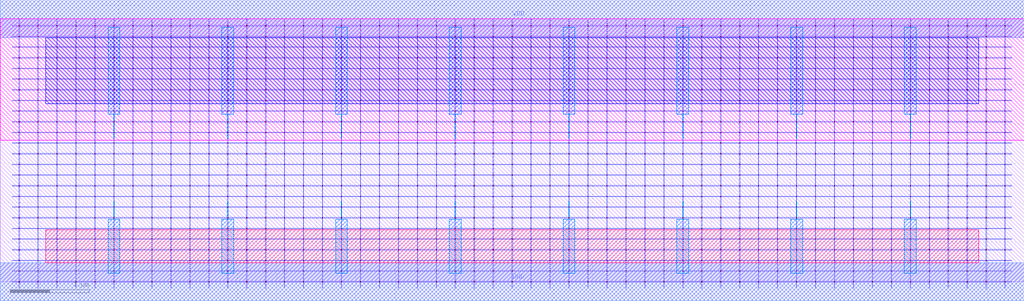
<source format=lef>
MACRO CLKBUF1
 CLASS CORE ;
 FOREIGN CLKBUF1 0 0 ;
 ORIGIN 0 0 ;
 SYMMETRY X Y R90 ;
 SITE UNIT ;
  PIN VDD
   DIRECTION INOUT ;
   USE SIGNAL ;
   SHAPE ABUTMENT ;
    PORT
     CLASS CORE ;
       LAYER metal2 ;
        RECT 0.00000000 3.09000000 12.96000000 3.57000000 ;
    END
  END VDD

  PIN GND
   DIRECTION INOUT ;
   USE SIGNAL ;
   SHAPE ABUTMENT ;
    PORT
     CLASS CORE ;
       LAYER metal2 ;
        RECT 0.00000000 -0.24000000 12.96000000 0.24000000 ;
    END
  END GND

  OBS
   LAYER abutment_box ;
    RECT 0.00000000 0.00000000 12.96000000 3.33000000 ;
  END

  OBS
   LAYER metal1 ;
    RECT 0.23600000 -0.08500000 0.24400000 -0.00400000 ;
    RECT 0.47600000 -0.08500000 0.48400000 -0.00400000 ;
    RECT 0.71600000 -0.08500000 0.72400000 -0.00400000 ;
    RECT 0.95600000 -0.08500000 0.96400000 -0.00400000 ;
    RECT 1.19600000 -0.08500000 1.20400000 -0.00400000 ;
    RECT 1.43600000 -0.08500000 1.44400000 -0.00400000 ;
    RECT 1.67600000 -0.08500000 1.68400000 -0.00400000 ;
    RECT 1.91600000 -0.08500000 1.92400000 -0.00400000 ;
    RECT 2.15600000 -0.08500000 2.16400000 -0.00400000 ;
    RECT 2.39600000 -0.08500000 2.40400000 -0.00400000 ;
    RECT 2.63600000 -0.08500000 2.64400000 -0.00400000 ;
    RECT 2.87600000 -0.08500000 2.88400000 -0.00400000 ;
    RECT 3.11600000 -0.08500000 3.12400000 -0.00400000 ;
    RECT 3.35600000 -0.08500000 3.36400000 -0.00400000 ;
    RECT 3.59600000 -0.08500000 3.60400000 -0.00400000 ;
    RECT 3.83600000 -0.08500000 3.84400000 -0.00400000 ;
    RECT 4.07600000 -0.08500000 4.08400000 -0.00400000 ;
    RECT 4.31600000 -0.08500000 4.32400000 -0.00400000 ;
    RECT 4.55600000 -0.08500000 4.56400000 -0.00400000 ;
    RECT 4.79600000 -0.08500000 4.80400000 -0.00400000 ;
    RECT 5.03600000 -0.08500000 5.04400000 -0.00400000 ;
    RECT 5.27600000 -0.08500000 5.28400000 -0.00400000 ;
    RECT 5.51600000 -0.08500000 5.52400000 -0.00400000 ;
    RECT 5.75600000 -0.08500000 5.76400000 -0.00400000 ;
    RECT 5.99600000 -0.08500000 6.00400000 -0.00400000 ;
    RECT 6.23600000 -0.08500000 6.24400000 -0.00400000 ;
    RECT 6.47600000 -0.08500000 6.48400000 -0.00400000 ;
    RECT 6.71600000 -0.08500000 6.72400000 -0.00400000 ;
    RECT 6.95600000 -0.08500000 6.96400000 -0.00400000 ;
    RECT 7.19600000 -0.08500000 7.20400000 -0.00400000 ;
    RECT 7.43600000 -0.08500000 7.44400000 -0.00400000 ;
    RECT 7.67600000 -0.08500000 7.68400000 -0.00400000 ;
    RECT 7.91600000 -0.08500000 7.92400000 -0.00400000 ;
    RECT 8.15600000 -0.08500000 8.16400000 -0.00400000 ;
    RECT 8.39600000 -0.08500000 8.40400000 -0.00400000 ;
    RECT 8.63600000 -0.08500000 8.64400000 -0.00400000 ;
    RECT 8.87600000 -0.08500000 8.88400000 -0.00400000 ;
    RECT 9.11600000 -0.08500000 9.12400000 -0.00400000 ;
    RECT 9.35600000 -0.08500000 9.36400000 -0.00400000 ;
    RECT 9.59600000 -0.08500000 9.60400000 -0.00400000 ;
    RECT 9.83600000 -0.08500000 9.84400000 -0.00400000 ;
    RECT 10.07600000 -0.08500000 10.08400000 -0.00400000 ;
    RECT 10.31600000 -0.08500000 10.32400000 -0.00400000 ;
    RECT 10.55600000 -0.08500000 10.56400000 -0.00400000 ;
    RECT 10.79600000 -0.08500000 10.80400000 -0.00400000 ;
    RECT 11.03600000 -0.08500000 11.04400000 -0.00400000 ;
    RECT 11.27600000 -0.08500000 11.28400000 -0.00400000 ;
    RECT 11.51600000 -0.08500000 11.52400000 -0.00400000 ;
    RECT 11.75600000 -0.08500000 11.76400000 -0.00400000 ;
    RECT 11.99600000 -0.08500000 12.00400000 -0.00400000 ;
    RECT 12.23600000 -0.08500000 12.24400000 -0.00400000 ;
    RECT 12.47600000 -0.08500000 12.48400000 -0.00400000 ;
    RECT 12.71600000 -0.08500000 12.72400000 -0.00400000 ;
    RECT 0.15500000 -0.00400000 12.80500000 0.00400000 ;
    RECT 0.23600000 0.00400000 0.24400000 0.13100000 ;
    RECT 0.47600000 0.00400000 0.48400000 0.13100000 ;
    RECT 0.71600000 0.00400000 0.72400000 0.13100000 ;
    RECT 0.95600000 0.00400000 0.96400000 0.13100000 ;
    RECT 1.19600000 0.00400000 1.20400000 0.13100000 ;
    RECT 1.43600000 0.00400000 1.44400000 0.13100000 ;
    RECT 1.67600000 0.00400000 1.68400000 0.13100000 ;
    RECT 1.91600000 0.00400000 1.92400000 0.13100000 ;
    RECT 2.15600000 0.00400000 2.16400000 0.13100000 ;
    RECT 2.39600000 0.00400000 2.40400000 0.13100000 ;
    RECT 2.63600000 0.00400000 2.64400000 0.13100000 ;
    RECT 2.87600000 0.00400000 2.88400000 0.13100000 ;
    RECT 3.11600000 0.00400000 3.12400000 0.13100000 ;
    RECT 3.35600000 0.00400000 3.36400000 0.13100000 ;
    RECT 3.59600000 0.00400000 3.60400000 0.13100000 ;
    RECT 3.83600000 0.00400000 3.84400000 0.13100000 ;
    RECT 4.07600000 0.00400000 4.08400000 0.13100000 ;
    RECT 4.31600000 0.00400000 4.32400000 0.13100000 ;
    RECT 4.55600000 0.00400000 4.56400000 0.13100000 ;
    RECT 4.79600000 0.00400000 4.80400000 0.13100000 ;
    RECT 5.03600000 0.00400000 5.04400000 0.13100000 ;
    RECT 5.27600000 0.00400000 5.28400000 0.13100000 ;
    RECT 5.51600000 0.00400000 5.52400000 0.13100000 ;
    RECT 5.75600000 0.00400000 5.76400000 0.13100000 ;
    RECT 5.99600000 0.00400000 6.00400000 0.13100000 ;
    RECT 6.23600000 0.00400000 6.24400000 0.13100000 ;
    RECT 6.47600000 0.00400000 6.48400000 0.13100000 ;
    RECT 6.71600000 0.00400000 6.72400000 0.13100000 ;
    RECT 6.95600000 0.00400000 6.96400000 0.13100000 ;
    RECT 7.19600000 0.00400000 7.20400000 0.13100000 ;
    RECT 7.43600000 0.00400000 7.44400000 0.13100000 ;
    RECT 7.67600000 0.00400000 7.68400000 0.13100000 ;
    RECT 7.91600000 0.00400000 7.92400000 0.13100000 ;
    RECT 8.15600000 0.00400000 8.16400000 0.13100000 ;
    RECT 8.39600000 0.00400000 8.40400000 0.13100000 ;
    RECT 8.63600000 0.00400000 8.64400000 0.13100000 ;
    RECT 8.87600000 0.00400000 8.88400000 0.13100000 ;
    RECT 9.11600000 0.00400000 9.12400000 0.13100000 ;
    RECT 9.35600000 0.00400000 9.36400000 0.13100000 ;
    RECT 9.59600000 0.00400000 9.60400000 0.13100000 ;
    RECT 9.83600000 0.00400000 9.84400000 0.13100000 ;
    RECT 10.07600000 0.00400000 10.08400000 0.13100000 ;
    RECT 10.31600000 0.00400000 10.32400000 0.13100000 ;
    RECT 10.55600000 0.00400000 10.56400000 0.13100000 ;
    RECT 10.79600000 0.00400000 10.80400000 0.13100000 ;
    RECT 11.03600000 0.00400000 11.04400000 0.13100000 ;
    RECT 11.27600000 0.00400000 11.28400000 0.13100000 ;
    RECT 11.51600000 0.00400000 11.52400000 0.13100000 ;
    RECT 11.75600000 0.00400000 11.76400000 0.13100000 ;
    RECT 11.99600000 0.00400000 12.00400000 0.13100000 ;
    RECT 12.23600000 0.00400000 12.24400000 0.13100000 ;
    RECT 12.47600000 0.00400000 12.48400000 0.13100000 ;
    RECT 12.71600000 0.00400000 12.72400000 0.13100000 ;
    RECT 0.15500000 0.13100000 12.80500000 0.13900000 ;
    RECT 0.23600000 0.13900000 0.24400000 0.26600000 ;
    RECT 0.47600000 0.13900000 0.48400000 0.26600000 ;
    RECT 0.71600000 0.13900000 0.72400000 0.26600000 ;
    RECT 0.95600000 0.13900000 0.96400000 0.26600000 ;
    RECT 1.19600000 0.13900000 1.20400000 0.26600000 ;
    RECT 1.43600000 0.13900000 1.44400000 0.26600000 ;
    RECT 1.67600000 0.13900000 1.68400000 0.26600000 ;
    RECT 1.91600000 0.13900000 1.92400000 0.26600000 ;
    RECT 2.15600000 0.13900000 2.16400000 0.26600000 ;
    RECT 2.39600000 0.13900000 2.40400000 0.26600000 ;
    RECT 2.63600000 0.13900000 2.64400000 0.26600000 ;
    RECT 2.87600000 0.13900000 2.88400000 0.26600000 ;
    RECT 3.11600000 0.13900000 3.12400000 0.26600000 ;
    RECT 3.35600000 0.13900000 3.36400000 0.26600000 ;
    RECT 3.59600000 0.13900000 3.60400000 0.26600000 ;
    RECT 3.83600000 0.13900000 3.84400000 0.26600000 ;
    RECT 4.07600000 0.13900000 4.08400000 0.26600000 ;
    RECT 4.31600000 0.13900000 4.32400000 0.26600000 ;
    RECT 4.55600000 0.13900000 4.56400000 0.26600000 ;
    RECT 4.79600000 0.13900000 4.80400000 0.26600000 ;
    RECT 5.03600000 0.13900000 5.04400000 0.26600000 ;
    RECT 5.27600000 0.13900000 5.28400000 0.26600000 ;
    RECT 5.51600000 0.13900000 5.52400000 0.26600000 ;
    RECT 5.75600000 0.13900000 5.76400000 0.26600000 ;
    RECT 5.99600000 0.13900000 6.00400000 0.26600000 ;
    RECT 6.23600000 0.13900000 6.24400000 0.26600000 ;
    RECT 6.47600000 0.13900000 6.48400000 0.26600000 ;
    RECT 6.71600000 0.13900000 6.72400000 0.26600000 ;
    RECT 6.95600000 0.13900000 6.96400000 0.26600000 ;
    RECT 7.19600000 0.13900000 7.20400000 0.26600000 ;
    RECT 7.43600000 0.13900000 7.44400000 0.26600000 ;
    RECT 7.67600000 0.13900000 7.68400000 0.26600000 ;
    RECT 7.91600000 0.13900000 7.92400000 0.26600000 ;
    RECT 8.15600000 0.13900000 8.16400000 0.26600000 ;
    RECT 8.39600000 0.13900000 8.40400000 0.26600000 ;
    RECT 8.63600000 0.13900000 8.64400000 0.26600000 ;
    RECT 8.87600000 0.13900000 8.88400000 0.26600000 ;
    RECT 9.11600000 0.13900000 9.12400000 0.26600000 ;
    RECT 9.35600000 0.13900000 9.36400000 0.26600000 ;
    RECT 9.59600000 0.13900000 9.60400000 0.26600000 ;
    RECT 9.83600000 0.13900000 9.84400000 0.26600000 ;
    RECT 10.07600000 0.13900000 10.08400000 0.26600000 ;
    RECT 10.31600000 0.13900000 10.32400000 0.26600000 ;
    RECT 10.55600000 0.13900000 10.56400000 0.26600000 ;
    RECT 10.79600000 0.13900000 10.80400000 0.26600000 ;
    RECT 11.03600000 0.13900000 11.04400000 0.26600000 ;
    RECT 11.27600000 0.13900000 11.28400000 0.26600000 ;
    RECT 11.51600000 0.13900000 11.52400000 0.26600000 ;
    RECT 11.75600000 0.13900000 11.76400000 0.26600000 ;
    RECT 11.99600000 0.13900000 12.00400000 0.26600000 ;
    RECT 12.23600000 0.13900000 12.24400000 0.26600000 ;
    RECT 12.47600000 0.13900000 12.48400000 0.26600000 ;
    RECT 12.71600000 0.13900000 12.72400000 0.26600000 ;
    RECT 0.15500000 0.26600000 12.80500000 0.27400000 ;
    RECT 0.23600000 0.27400000 0.24400000 0.40100000 ;
    RECT 0.47600000 0.27400000 0.48400000 0.40100000 ;
    RECT 0.71600000 0.27400000 0.72400000 0.40100000 ;
    RECT 0.95600000 0.27400000 0.96400000 0.40100000 ;
    RECT 1.19600000 0.27400000 1.20400000 0.40100000 ;
    RECT 1.43600000 0.27400000 1.44400000 0.40100000 ;
    RECT 1.67600000 0.27400000 1.68400000 0.40100000 ;
    RECT 1.91600000 0.27400000 1.92400000 0.40100000 ;
    RECT 2.15600000 0.27400000 2.16400000 0.40100000 ;
    RECT 2.39600000 0.27400000 2.40400000 0.40100000 ;
    RECT 2.63600000 0.27400000 2.64400000 0.40100000 ;
    RECT 2.87600000 0.27400000 2.88400000 0.40100000 ;
    RECT 3.11600000 0.27400000 3.12400000 0.40100000 ;
    RECT 3.35600000 0.27400000 3.36400000 0.40100000 ;
    RECT 3.59600000 0.27400000 3.60400000 0.40100000 ;
    RECT 3.83600000 0.27400000 3.84400000 0.40100000 ;
    RECT 4.07600000 0.27400000 4.08400000 0.40100000 ;
    RECT 4.31600000 0.27400000 4.32400000 0.40100000 ;
    RECT 4.55600000 0.27400000 4.56400000 0.40100000 ;
    RECT 4.79600000 0.27400000 4.80400000 0.40100000 ;
    RECT 5.03600000 0.27400000 5.04400000 0.40100000 ;
    RECT 5.27600000 0.27400000 5.28400000 0.40100000 ;
    RECT 5.51600000 0.27400000 5.52400000 0.40100000 ;
    RECT 5.75600000 0.27400000 5.76400000 0.40100000 ;
    RECT 5.99600000 0.27400000 6.00400000 0.40100000 ;
    RECT 6.23600000 0.27400000 6.24400000 0.40100000 ;
    RECT 6.47600000 0.27400000 6.48400000 0.40100000 ;
    RECT 6.71600000 0.27400000 6.72400000 0.40100000 ;
    RECT 6.95600000 0.27400000 6.96400000 0.40100000 ;
    RECT 7.19600000 0.27400000 7.20400000 0.40100000 ;
    RECT 7.43600000 0.27400000 7.44400000 0.40100000 ;
    RECT 7.67600000 0.27400000 7.68400000 0.40100000 ;
    RECT 7.91600000 0.27400000 7.92400000 0.40100000 ;
    RECT 8.15600000 0.27400000 8.16400000 0.40100000 ;
    RECT 8.39600000 0.27400000 8.40400000 0.40100000 ;
    RECT 8.63600000 0.27400000 8.64400000 0.40100000 ;
    RECT 8.87600000 0.27400000 8.88400000 0.40100000 ;
    RECT 9.11600000 0.27400000 9.12400000 0.40100000 ;
    RECT 9.35600000 0.27400000 9.36400000 0.40100000 ;
    RECT 9.59600000 0.27400000 9.60400000 0.40100000 ;
    RECT 9.83600000 0.27400000 9.84400000 0.40100000 ;
    RECT 10.07600000 0.27400000 10.08400000 0.40100000 ;
    RECT 10.31600000 0.27400000 10.32400000 0.40100000 ;
    RECT 10.55600000 0.27400000 10.56400000 0.40100000 ;
    RECT 10.79600000 0.27400000 10.80400000 0.40100000 ;
    RECT 11.03600000 0.27400000 11.04400000 0.40100000 ;
    RECT 11.27600000 0.27400000 11.28400000 0.40100000 ;
    RECT 11.51600000 0.27400000 11.52400000 0.40100000 ;
    RECT 11.75600000 0.27400000 11.76400000 0.40100000 ;
    RECT 11.99600000 0.27400000 12.00400000 0.40100000 ;
    RECT 12.23600000 0.27400000 12.24400000 0.40100000 ;
    RECT 12.47600000 0.27400000 12.48400000 0.40100000 ;
    RECT 12.71600000 0.27400000 12.72400000 0.40100000 ;
    RECT 0.15500000 0.40100000 12.80500000 0.40900000 ;
    RECT 0.23600000 0.40900000 0.24400000 0.53600000 ;
    RECT 0.47600000 0.40900000 0.48400000 0.53600000 ;
    RECT 0.71600000 0.40900000 0.72400000 0.53600000 ;
    RECT 0.95600000 0.40900000 0.96400000 0.53600000 ;
    RECT 1.19600000 0.40900000 1.20400000 0.53600000 ;
    RECT 1.43600000 0.40900000 1.44400000 0.53600000 ;
    RECT 1.67600000 0.40900000 1.68400000 0.53600000 ;
    RECT 1.91600000 0.40900000 1.92400000 0.53600000 ;
    RECT 2.15600000 0.40900000 2.16400000 0.53600000 ;
    RECT 2.39600000 0.40900000 2.40400000 0.53600000 ;
    RECT 2.63600000 0.40900000 2.64400000 0.53600000 ;
    RECT 2.87600000 0.40900000 2.88400000 0.53600000 ;
    RECT 3.11600000 0.40900000 3.12400000 0.53600000 ;
    RECT 3.35600000 0.40900000 3.36400000 0.53600000 ;
    RECT 3.59600000 0.40900000 3.60400000 0.53600000 ;
    RECT 3.83600000 0.40900000 3.84400000 0.53600000 ;
    RECT 4.07600000 0.40900000 4.08400000 0.53600000 ;
    RECT 4.31600000 0.40900000 4.32400000 0.53600000 ;
    RECT 4.55600000 0.40900000 4.56400000 0.53600000 ;
    RECT 4.79600000 0.40900000 4.80400000 0.53600000 ;
    RECT 5.03600000 0.40900000 5.04400000 0.53600000 ;
    RECT 5.27600000 0.40900000 5.28400000 0.53600000 ;
    RECT 5.51600000 0.40900000 5.52400000 0.53600000 ;
    RECT 5.75600000 0.40900000 5.76400000 0.53600000 ;
    RECT 5.99600000 0.40900000 6.00400000 0.53600000 ;
    RECT 6.23600000 0.40900000 6.24400000 0.53600000 ;
    RECT 6.47600000 0.40900000 6.48400000 0.53600000 ;
    RECT 6.71600000 0.40900000 6.72400000 0.53600000 ;
    RECT 6.95600000 0.40900000 6.96400000 0.53600000 ;
    RECT 7.19600000 0.40900000 7.20400000 0.53600000 ;
    RECT 7.43600000 0.40900000 7.44400000 0.53600000 ;
    RECT 7.67600000 0.40900000 7.68400000 0.53600000 ;
    RECT 7.91600000 0.40900000 7.92400000 0.53600000 ;
    RECT 8.15600000 0.40900000 8.16400000 0.53600000 ;
    RECT 8.39600000 0.40900000 8.40400000 0.53600000 ;
    RECT 8.63600000 0.40900000 8.64400000 0.53600000 ;
    RECT 8.87600000 0.40900000 8.88400000 0.53600000 ;
    RECT 9.11600000 0.40900000 9.12400000 0.53600000 ;
    RECT 9.35600000 0.40900000 9.36400000 0.53600000 ;
    RECT 9.59600000 0.40900000 9.60400000 0.53600000 ;
    RECT 9.83600000 0.40900000 9.84400000 0.53600000 ;
    RECT 10.07600000 0.40900000 10.08400000 0.53600000 ;
    RECT 10.31600000 0.40900000 10.32400000 0.53600000 ;
    RECT 10.55600000 0.40900000 10.56400000 0.53600000 ;
    RECT 10.79600000 0.40900000 10.80400000 0.53600000 ;
    RECT 11.03600000 0.40900000 11.04400000 0.53600000 ;
    RECT 11.27600000 0.40900000 11.28400000 0.53600000 ;
    RECT 11.51600000 0.40900000 11.52400000 0.53600000 ;
    RECT 11.75600000 0.40900000 11.76400000 0.53600000 ;
    RECT 11.99600000 0.40900000 12.00400000 0.53600000 ;
    RECT 12.23600000 0.40900000 12.24400000 0.53600000 ;
    RECT 12.47600000 0.40900000 12.48400000 0.53600000 ;
    RECT 12.71600000 0.40900000 12.72400000 0.53600000 ;
    RECT 0.15500000 0.53600000 12.80500000 0.54400000 ;
    RECT 0.23600000 0.54400000 0.24400000 0.67100000 ;
    RECT 0.47600000 0.54400000 0.48400000 0.67100000 ;
    RECT 0.71600000 0.54400000 0.72400000 0.67100000 ;
    RECT 0.95600000 0.54400000 0.96400000 0.67100000 ;
    RECT 1.19600000 0.54400000 1.20400000 0.67100000 ;
    RECT 1.43600000 0.54400000 1.44400000 0.67100000 ;
    RECT 1.67600000 0.54400000 1.68400000 0.67100000 ;
    RECT 1.91600000 0.54400000 1.92400000 0.67100000 ;
    RECT 2.15600000 0.54400000 2.16400000 0.67100000 ;
    RECT 2.39600000 0.54400000 2.40400000 0.67100000 ;
    RECT 2.63600000 0.54400000 2.64400000 0.67100000 ;
    RECT 2.87600000 0.54400000 2.88400000 0.67100000 ;
    RECT 3.11600000 0.54400000 3.12400000 0.67100000 ;
    RECT 3.35600000 0.54400000 3.36400000 0.67100000 ;
    RECT 3.59600000 0.54400000 3.60400000 0.67100000 ;
    RECT 3.83600000 0.54400000 3.84400000 0.67100000 ;
    RECT 4.07600000 0.54400000 4.08400000 0.67100000 ;
    RECT 4.31600000 0.54400000 4.32400000 0.67100000 ;
    RECT 4.55600000 0.54400000 4.56400000 0.67100000 ;
    RECT 4.79600000 0.54400000 4.80400000 0.67100000 ;
    RECT 5.03600000 0.54400000 5.04400000 0.67100000 ;
    RECT 5.27600000 0.54400000 5.28400000 0.67100000 ;
    RECT 5.51600000 0.54400000 5.52400000 0.67100000 ;
    RECT 5.75600000 0.54400000 5.76400000 0.67100000 ;
    RECT 5.99600000 0.54400000 6.00400000 0.67100000 ;
    RECT 6.23600000 0.54400000 6.24400000 0.67100000 ;
    RECT 6.47600000 0.54400000 6.48400000 0.67100000 ;
    RECT 6.71600000 0.54400000 6.72400000 0.67100000 ;
    RECT 6.95600000 0.54400000 6.96400000 0.67100000 ;
    RECT 7.19600000 0.54400000 7.20400000 0.67100000 ;
    RECT 7.43600000 0.54400000 7.44400000 0.67100000 ;
    RECT 7.67600000 0.54400000 7.68400000 0.67100000 ;
    RECT 7.91600000 0.54400000 7.92400000 0.67100000 ;
    RECT 8.15600000 0.54400000 8.16400000 0.67100000 ;
    RECT 8.39600000 0.54400000 8.40400000 0.67100000 ;
    RECT 8.63600000 0.54400000 8.64400000 0.67100000 ;
    RECT 8.87600000 0.54400000 8.88400000 0.67100000 ;
    RECT 9.11600000 0.54400000 9.12400000 0.67100000 ;
    RECT 9.35600000 0.54400000 9.36400000 0.67100000 ;
    RECT 9.59600000 0.54400000 9.60400000 0.67100000 ;
    RECT 9.83600000 0.54400000 9.84400000 0.67100000 ;
    RECT 10.07600000 0.54400000 10.08400000 0.67100000 ;
    RECT 10.31600000 0.54400000 10.32400000 0.67100000 ;
    RECT 10.55600000 0.54400000 10.56400000 0.67100000 ;
    RECT 10.79600000 0.54400000 10.80400000 0.67100000 ;
    RECT 11.03600000 0.54400000 11.04400000 0.67100000 ;
    RECT 11.27600000 0.54400000 11.28400000 0.67100000 ;
    RECT 11.51600000 0.54400000 11.52400000 0.67100000 ;
    RECT 11.75600000 0.54400000 11.76400000 0.67100000 ;
    RECT 11.99600000 0.54400000 12.00400000 0.67100000 ;
    RECT 12.23600000 0.54400000 12.24400000 0.67100000 ;
    RECT 12.47600000 0.54400000 12.48400000 0.67100000 ;
    RECT 12.71600000 0.54400000 12.72400000 0.67100000 ;
    RECT 0.15500000 0.67100000 12.80500000 0.67900000 ;
    RECT 0.23600000 0.67900000 0.24400000 0.80600000 ;
    RECT 0.47600000 0.67900000 0.48400000 0.80600000 ;
    RECT 0.71600000 0.67900000 0.72400000 0.80600000 ;
    RECT 0.95600000 0.67900000 0.96400000 0.80600000 ;
    RECT 1.19600000 0.67900000 1.20400000 0.80600000 ;
    RECT 1.43600000 0.67900000 1.44400000 0.80600000 ;
    RECT 1.67600000 0.67900000 1.68400000 0.80600000 ;
    RECT 1.91600000 0.67900000 1.92400000 0.80600000 ;
    RECT 2.15600000 0.67900000 2.16400000 0.80600000 ;
    RECT 2.39600000 0.67900000 2.40400000 0.80600000 ;
    RECT 2.63600000 0.67900000 2.64400000 0.80600000 ;
    RECT 2.87600000 0.67900000 2.88400000 0.80600000 ;
    RECT 3.11600000 0.67900000 3.12400000 0.80600000 ;
    RECT 3.35600000 0.67900000 3.36400000 0.80600000 ;
    RECT 3.59600000 0.67900000 3.60400000 0.80600000 ;
    RECT 3.83600000 0.67900000 3.84400000 0.80600000 ;
    RECT 4.07600000 0.67900000 4.08400000 0.80600000 ;
    RECT 4.31600000 0.67900000 4.32400000 0.80600000 ;
    RECT 4.55600000 0.67900000 4.56400000 0.80600000 ;
    RECT 4.79600000 0.67900000 4.80400000 0.80600000 ;
    RECT 5.03600000 0.67900000 5.04400000 0.80600000 ;
    RECT 5.27600000 0.67900000 5.28400000 0.80600000 ;
    RECT 5.51600000 0.67900000 5.52400000 0.80600000 ;
    RECT 5.75600000 0.67900000 5.76400000 0.80600000 ;
    RECT 5.99600000 0.67900000 6.00400000 0.80600000 ;
    RECT 6.23600000 0.67900000 6.24400000 0.80600000 ;
    RECT 6.47600000 0.67900000 6.48400000 0.80600000 ;
    RECT 6.71600000 0.67900000 6.72400000 0.80600000 ;
    RECT 6.95600000 0.67900000 6.96400000 0.80600000 ;
    RECT 7.19600000 0.67900000 7.20400000 0.80600000 ;
    RECT 7.43600000 0.67900000 7.44400000 0.80600000 ;
    RECT 7.67600000 0.67900000 7.68400000 0.80600000 ;
    RECT 7.91600000 0.67900000 7.92400000 0.80600000 ;
    RECT 8.15600000 0.67900000 8.16400000 0.80600000 ;
    RECT 8.39600000 0.67900000 8.40400000 0.80600000 ;
    RECT 8.63600000 0.67900000 8.64400000 0.80600000 ;
    RECT 8.87600000 0.67900000 8.88400000 0.80600000 ;
    RECT 9.11600000 0.67900000 9.12400000 0.80600000 ;
    RECT 9.35600000 0.67900000 9.36400000 0.80600000 ;
    RECT 9.59600000 0.67900000 9.60400000 0.80600000 ;
    RECT 9.83600000 0.67900000 9.84400000 0.80600000 ;
    RECT 10.07600000 0.67900000 10.08400000 0.80600000 ;
    RECT 10.31600000 0.67900000 10.32400000 0.80600000 ;
    RECT 10.55600000 0.67900000 10.56400000 0.80600000 ;
    RECT 10.79600000 0.67900000 10.80400000 0.80600000 ;
    RECT 11.03600000 0.67900000 11.04400000 0.80600000 ;
    RECT 11.27600000 0.67900000 11.28400000 0.80600000 ;
    RECT 11.51600000 0.67900000 11.52400000 0.80600000 ;
    RECT 11.75600000 0.67900000 11.76400000 0.80600000 ;
    RECT 11.99600000 0.67900000 12.00400000 0.80600000 ;
    RECT 12.23600000 0.67900000 12.24400000 0.80600000 ;
    RECT 12.47600000 0.67900000 12.48400000 0.80600000 ;
    RECT 12.71600000 0.67900000 12.72400000 0.80600000 ;
    RECT 0.15500000 0.80600000 12.80500000 0.81400000 ;
    RECT 0.23600000 0.81400000 0.24400000 0.94100000 ;
    RECT 0.47600000 0.81400000 0.48400000 0.94100000 ;
    RECT 0.71600000 0.81400000 0.72400000 0.94100000 ;
    RECT 0.95600000 0.81400000 0.96400000 0.94100000 ;
    RECT 1.19600000 0.81400000 1.20400000 0.94100000 ;
    RECT 1.43600000 0.81400000 1.44400000 0.94100000 ;
    RECT 1.67600000 0.81400000 1.68400000 0.94100000 ;
    RECT 1.91600000 0.81400000 1.92400000 0.94100000 ;
    RECT 2.15600000 0.81400000 2.16400000 0.94100000 ;
    RECT 2.39600000 0.81400000 2.40400000 0.94100000 ;
    RECT 2.63600000 0.81400000 2.64400000 0.94100000 ;
    RECT 2.87600000 0.81400000 2.88400000 0.94100000 ;
    RECT 3.11600000 0.81400000 3.12400000 0.94100000 ;
    RECT 3.35600000 0.81400000 3.36400000 0.94100000 ;
    RECT 3.59600000 0.81400000 3.60400000 0.94100000 ;
    RECT 3.83600000 0.81400000 3.84400000 0.94100000 ;
    RECT 4.07600000 0.81400000 4.08400000 0.94100000 ;
    RECT 4.31600000 0.81400000 4.32400000 0.94100000 ;
    RECT 4.55600000 0.81400000 4.56400000 0.94100000 ;
    RECT 4.79600000 0.81400000 4.80400000 0.94100000 ;
    RECT 5.03600000 0.81400000 5.04400000 0.94100000 ;
    RECT 5.27600000 0.81400000 5.28400000 0.94100000 ;
    RECT 5.51600000 0.81400000 5.52400000 0.94100000 ;
    RECT 5.75600000 0.81400000 5.76400000 0.94100000 ;
    RECT 5.99600000 0.81400000 6.00400000 0.94100000 ;
    RECT 6.23600000 0.81400000 6.24400000 0.94100000 ;
    RECT 6.47600000 0.81400000 6.48400000 0.94100000 ;
    RECT 6.71600000 0.81400000 6.72400000 0.94100000 ;
    RECT 6.95600000 0.81400000 6.96400000 0.94100000 ;
    RECT 7.19600000 0.81400000 7.20400000 0.94100000 ;
    RECT 7.43600000 0.81400000 7.44400000 0.94100000 ;
    RECT 7.67600000 0.81400000 7.68400000 0.94100000 ;
    RECT 7.91600000 0.81400000 7.92400000 0.94100000 ;
    RECT 8.15600000 0.81400000 8.16400000 0.94100000 ;
    RECT 8.39600000 0.81400000 8.40400000 0.94100000 ;
    RECT 8.63600000 0.81400000 8.64400000 0.94100000 ;
    RECT 8.87600000 0.81400000 8.88400000 0.94100000 ;
    RECT 9.11600000 0.81400000 9.12400000 0.94100000 ;
    RECT 9.35600000 0.81400000 9.36400000 0.94100000 ;
    RECT 9.59600000 0.81400000 9.60400000 0.94100000 ;
    RECT 9.83600000 0.81400000 9.84400000 0.94100000 ;
    RECT 10.07600000 0.81400000 10.08400000 0.94100000 ;
    RECT 10.31600000 0.81400000 10.32400000 0.94100000 ;
    RECT 10.55600000 0.81400000 10.56400000 0.94100000 ;
    RECT 10.79600000 0.81400000 10.80400000 0.94100000 ;
    RECT 11.03600000 0.81400000 11.04400000 0.94100000 ;
    RECT 11.27600000 0.81400000 11.28400000 0.94100000 ;
    RECT 11.51600000 0.81400000 11.52400000 0.94100000 ;
    RECT 11.75600000 0.81400000 11.76400000 0.94100000 ;
    RECT 11.99600000 0.81400000 12.00400000 0.94100000 ;
    RECT 12.23600000 0.81400000 12.24400000 0.94100000 ;
    RECT 12.47600000 0.81400000 12.48400000 0.94100000 ;
    RECT 12.71600000 0.81400000 12.72400000 0.94100000 ;
    RECT 0.15500000 0.94100000 12.80500000 0.94900000 ;
    RECT 0.23600000 0.94900000 0.24400000 1.07600000 ;
    RECT 0.47600000 0.94900000 0.48400000 1.07600000 ;
    RECT 0.71600000 0.94900000 0.72400000 1.07600000 ;
    RECT 0.95600000 0.94900000 0.96400000 1.07600000 ;
    RECT 1.19600000 0.94900000 1.20400000 1.07600000 ;
    RECT 1.43600000 0.94900000 1.44400000 1.07600000 ;
    RECT 1.67600000 0.94900000 1.68400000 1.07600000 ;
    RECT 1.91600000 0.94900000 1.92400000 1.07600000 ;
    RECT 2.15600000 0.94900000 2.16400000 1.07600000 ;
    RECT 2.39600000 0.94900000 2.40400000 1.07600000 ;
    RECT 2.63600000 0.94900000 2.64400000 1.07600000 ;
    RECT 2.87600000 0.94900000 2.88400000 1.07600000 ;
    RECT 3.11600000 0.94900000 3.12400000 1.07600000 ;
    RECT 3.35600000 0.94900000 3.36400000 1.07600000 ;
    RECT 3.59600000 0.94900000 3.60400000 1.07600000 ;
    RECT 3.83600000 0.94900000 3.84400000 1.07600000 ;
    RECT 4.07600000 0.94900000 4.08400000 1.07600000 ;
    RECT 4.31600000 0.94900000 4.32400000 1.07600000 ;
    RECT 4.55600000 0.94900000 4.56400000 1.07600000 ;
    RECT 4.79600000 0.94900000 4.80400000 1.07600000 ;
    RECT 5.03600000 0.94900000 5.04400000 1.07600000 ;
    RECT 5.27600000 0.94900000 5.28400000 1.07600000 ;
    RECT 5.51600000 0.94900000 5.52400000 1.07600000 ;
    RECT 5.75600000 0.94900000 5.76400000 1.07600000 ;
    RECT 5.99600000 0.94900000 6.00400000 1.07600000 ;
    RECT 6.23600000 0.94900000 6.24400000 1.07600000 ;
    RECT 6.47600000 0.94900000 6.48400000 1.07600000 ;
    RECT 6.71600000 0.94900000 6.72400000 1.07600000 ;
    RECT 6.95600000 0.94900000 6.96400000 1.07600000 ;
    RECT 7.19600000 0.94900000 7.20400000 1.07600000 ;
    RECT 7.43600000 0.94900000 7.44400000 1.07600000 ;
    RECT 7.67600000 0.94900000 7.68400000 1.07600000 ;
    RECT 7.91600000 0.94900000 7.92400000 1.07600000 ;
    RECT 8.15600000 0.94900000 8.16400000 1.07600000 ;
    RECT 8.39600000 0.94900000 8.40400000 1.07600000 ;
    RECT 8.63600000 0.94900000 8.64400000 1.07600000 ;
    RECT 8.87600000 0.94900000 8.88400000 1.07600000 ;
    RECT 9.11600000 0.94900000 9.12400000 1.07600000 ;
    RECT 9.35600000 0.94900000 9.36400000 1.07600000 ;
    RECT 9.59600000 0.94900000 9.60400000 1.07600000 ;
    RECT 9.83600000 0.94900000 9.84400000 1.07600000 ;
    RECT 10.07600000 0.94900000 10.08400000 1.07600000 ;
    RECT 10.31600000 0.94900000 10.32400000 1.07600000 ;
    RECT 10.55600000 0.94900000 10.56400000 1.07600000 ;
    RECT 10.79600000 0.94900000 10.80400000 1.07600000 ;
    RECT 11.03600000 0.94900000 11.04400000 1.07600000 ;
    RECT 11.27600000 0.94900000 11.28400000 1.07600000 ;
    RECT 11.51600000 0.94900000 11.52400000 1.07600000 ;
    RECT 11.75600000 0.94900000 11.76400000 1.07600000 ;
    RECT 11.99600000 0.94900000 12.00400000 1.07600000 ;
    RECT 12.23600000 0.94900000 12.24400000 1.07600000 ;
    RECT 12.47600000 0.94900000 12.48400000 1.07600000 ;
    RECT 12.71600000 0.94900000 12.72400000 1.07600000 ;
    RECT 0.15500000 1.07600000 12.80500000 1.08400000 ;
    RECT 0.23600000 1.08400000 0.24400000 1.21100000 ;
    RECT 0.47600000 1.08400000 0.48400000 1.21100000 ;
    RECT 0.71600000 1.08400000 0.72400000 1.21100000 ;
    RECT 0.95600000 1.08400000 0.96400000 1.21100000 ;
    RECT 1.19600000 1.08400000 1.20400000 1.21100000 ;
    RECT 1.43600000 1.08400000 1.44400000 1.21100000 ;
    RECT 1.67600000 1.08400000 1.68400000 1.21100000 ;
    RECT 1.91600000 1.08400000 1.92400000 1.21100000 ;
    RECT 2.15600000 1.08400000 2.16400000 1.21100000 ;
    RECT 2.39600000 1.08400000 2.40400000 1.21100000 ;
    RECT 2.63600000 1.08400000 2.64400000 1.21100000 ;
    RECT 2.87600000 1.08400000 2.88400000 1.21100000 ;
    RECT 3.11600000 1.08400000 3.12400000 1.21100000 ;
    RECT 3.35600000 1.08400000 3.36400000 1.21100000 ;
    RECT 3.59600000 1.08400000 3.60400000 1.21100000 ;
    RECT 3.83600000 1.08400000 3.84400000 1.21100000 ;
    RECT 4.07600000 1.08400000 4.08400000 1.21100000 ;
    RECT 4.31600000 1.08400000 4.32400000 1.21100000 ;
    RECT 4.55600000 1.08400000 4.56400000 1.21100000 ;
    RECT 4.79600000 1.08400000 4.80400000 1.21100000 ;
    RECT 5.03600000 1.08400000 5.04400000 1.21100000 ;
    RECT 5.27600000 1.08400000 5.28400000 1.21100000 ;
    RECT 5.51600000 1.08400000 5.52400000 1.21100000 ;
    RECT 5.75600000 1.08400000 5.76400000 1.21100000 ;
    RECT 5.99600000 1.08400000 6.00400000 1.21100000 ;
    RECT 6.23600000 1.08400000 6.24400000 1.21100000 ;
    RECT 6.47600000 1.08400000 6.48400000 1.21100000 ;
    RECT 6.71600000 1.08400000 6.72400000 1.21100000 ;
    RECT 6.95600000 1.08400000 6.96400000 1.21100000 ;
    RECT 7.19600000 1.08400000 7.20400000 1.21100000 ;
    RECT 7.43600000 1.08400000 7.44400000 1.21100000 ;
    RECT 7.67600000 1.08400000 7.68400000 1.21100000 ;
    RECT 7.91600000 1.08400000 7.92400000 1.21100000 ;
    RECT 8.15600000 1.08400000 8.16400000 1.21100000 ;
    RECT 8.39600000 1.08400000 8.40400000 1.21100000 ;
    RECT 8.63600000 1.08400000 8.64400000 1.21100000 ;
    RECT 8.87600000 1.08400000 8.88400000 1.21100000 ;
    RECT 9.11600000 1.08400000 9.12400000 1.21100000 ;
    RECT 9.35600000 1.08400000 9.36400000 1.21100000 ;
    RECT 9.59600000 1.08400000 9.60400000 1.21100000 ;
    RECT 9.83600000 1.08400000 9.84400000 1.21100000 ;
    RECT 10.07600000 1.08400000 10.08400000 1.21100000 ;
    RECT 10.31600000 1.08400000 10.32400000 1.21100000 ;
    RECT 10.55600000 1.08400000 10.56400000 1.21100000 ;
    RECT 10.79600000 1.08400000 10.80400000 1.21100000 ;
    RECT 11.03600000 1.08400000 11.04400000 1.21100000 ;
    RECT 11.27600000 1.08400000 11.28400000 1.21100000 ;
    RECT 11.51600000 1.08400000 11.52400000 1.21100000 ;
    RECT 11.75600000 1.08400000 11.76400000 1.21100000 ;
    RECT 11.99600000 1.08400000 12.00400000 1.21100000 ;
    RECT 12.23600000 1.08400000 12.24400000 1.21100000 ;
    RECT 12.47600000 1.08400000 12.48400000 1.21100000 ;
    RECT 12.71600000 1.08400000 12.72400000 1.21100000 ;
    RECT 0.15500000 1.21100000 12.80500000 1.21900000 ;
    RECT 0.23600000 1.21900000 0.24400000 1.34600000 ;
    RECT 0.47600000 1.21900000 0.48400000 1.34600000 ;
    RECT 0.71600000 1.21900000 0.72400000 1.34600000 ;
    RECT 0.95600000 1.21900000 0.96400000 1.34600000 ;
    RECT 1.19600000 1.21900000 1.20400000 1.34600000 ;
    RECT 1.43600000 1.21900000 1.44400000 1.34600000 ;
    RECT 1.67600000 1.21900000 1.68400000 1.34600000 ;
    RECT 1.91600000 1.21900000 1.92400000 1.34600000 ;
    RECT 2.15600000 1.21900000 2.16400000 1.34600000 ;
    RECT 2.39600000 1.21900000 2.40400000 1.34600000 ;
    RECT 2.63600000 1.21900000 2.64400000 1.34600000 ;
    RECT 2.87600000 1.21900000 2.88400000 1.34600000 ;
    RECT 3.11600000 1.21900000 3.12400000 1.34600000 ;
    RECT 3.35600000 1.21900000 3.36400000 1.34600000 ;
    RECT 3.59600000 1.21900000 3.60400000 1.34600000 ;
    RECT 3.83600000 1.21900000 3.84400000 1.34600000 ;
    RECT 4.07600000 1.21900000 4.08400000 1.34600000 ;
    RECT 4.31600000 1.21900000 4.32400000 1.34600000 ;
    RECT 4.55600000 1.21900000 4.56400000 1.34600000 ;
    RECT 4.79600000 1.21900000 4.80400000 1.34600000 ;
    RECT 5.03600000 1.21900000 5.04400000 1.34600000 ;
    RECT 5.27600000 1.21900000 5.28400000 1.34600000 ;
    RECT 5.51600000 1.21900000 5.52400000 1.34600000 ;
    RECT 5.75600000 1.21900000 5.76400000 1.34600000 ;
    RECT 5.99600000 1.21900000 6.00400000 1.34600000 ;
    RECT 6.23600000 1.21900000 6.24400000 1.34600000 ;
    RECT 6.47600000 1.21900000 6.48400000 1.34600000 ;
    RECT 6.71600000 1.21900000 6.72400000 1.34600000 ;
    RECT 6.95600000 1.21900000 6.96400000 1.34600000 ;
    RECT 7.19600000 1.21900000 7.20400000 1.34600000 ;
    RECT 7.43600000 1.21900000 7.44400000 1.34600000 ;
    RECT 7.67600000 1.21900000 7.68400000 1.34600000 ;
    RECT 7.91600000 1.21900000 7.92400000 1.34600000 ;
    RECT 8.15600000 1.21900000 8.16400000 1.34600000 ;
    RECT 8.39600000 1.21900000 8.40400000 1.34600000 ;
    RECT 8.63600000 1.21900000 8.64400000 1.34600000 ;
    RECT 8.87600000 1.21900000 8.88400000 1.34600000 ;
    RECT 9.11600000 1.21900000 9.12400000 1.34600000 ;
    RECT 9.35600000 1.21900000 9.36400000 1.34600000 ;
    RECT 9.59600000 1.21900000 9.60400000 1.34600000 ;
    RECT 9.83600000 1.21900000 9.84400000 1.34600000 ;
    RECT 10.07600000 1.21900000 10.08400000 1.34600000 ;
    RECT 10.31600000 1.21900000 10.32400000 1.34600000 ;
    RECT 10.55600000 1.21900000 10.56400000 1.34600000 ;
    RECT 10.79600000 1.21900000 10.80400000 1.34600000 ;
    RECT 11.03600000 1.21900000 11.04400000 1.34600000 ;
    RECT 11.27600000 1.21900000 11.28400000 1.34600000 ;
    RECT 11.51600000 1.21900000 11.52400000 1.34600000 ;
    RECT 11.75600000 1.21900000 11.76400000 1.34600000 ;
    RECT 11.99600000 1.21900000 12.00400000 1.34600000 ;
    RECT 12.23600000 1.21900000 12.24400000 1.34600000 ;
    RECT 12.47600000 1.21900000 12.48400000 1.34600000 ;
    RECT 12.71600000 1.21900000 12.72400000 1.34600000 ;
    RECT 0.15500000 1.34600000 12.80500000 1.35400000 ;
    RECT 0.23600000 1.35400000 0.24400000 1.48100000 ;
    RECT 0.47600000 1.35400000 0.48400000 1.48100000 ;
    RECT 0.71600000 1.35400000 0.72400000 1.48100000 ;
    RECT 0.95600000 1.35400000 0.96400000 1.48100000 ;
    RECT 1.19600000 1.35400000 1.20400000 1.48100000 ;
    RECT 1.43600000 1.35400000 1.44400000 1.48100000 ;
    RECT 1.67600000 1.35400000 1.68400000 1.48100000 ;
    RECT 1.91600000 1.35400000 1.92400000 1.48100000 ;
    RECT 2.15600000 1.35400000 2.16400000 1.48100000 ;
    RECT 2.39600000 1.35400000 2.40400000 1.48100000 ;
    RECT 2.63600000 1.35400000 2.64400000 1.48100000 ;
    RECT 2.87600000 1.35400000 2.88400000 1.48100000 ;
    RECT 3.11600000 1.35400000 3.12400000 1.48100000 ;
    RECT 3.35600000 1.35400000 3.36400000 1.48100000 ;
    RECT 3.59600000 1.35400000 3.60400000 1.48100000 ;
    RECT 3.83600000 1.35400000 3.84400000 1.48100000 ;
    RECT 4.07600000 1.35400000 4.08400000 1.48100000 ;
    RECT 4.31600000 1.35400000 4.32400000 1.48100000 ;
    RECT 4.55600000 1.35400000 4.56400000 1.48100000 ;
    RECT 4.79600000 1.35400000 4.80400000 1.48100000 ;
    RECT 5.03600000 1.35400000 5.04400000 1.48100000 ;
    RECT 5.27600000 1.35400000 5.28400000 1.48100000 ;
    RECT 5.51600000 1.35400000 5.52400000 1.48100000 ;
    RECT 5.75600000 1.35400000 5.76400000 1.48100000 ;
    RECT 5.99600000 1.35400000 6.00400000 1.48100000 ;
    RECT 6.23600000 1.35400000 6.24400000 1.48100000 ;
    RECT 6.47600000 1.35400000 6.48400000 1.48100000 ;
    RECT 6.71600000 1.35400000 6.72400000 1.48100000 ;
    RECT 6.95600000 1.35400000 6.96400000 1.48100000 ;
    RECT 7.19600000 1.35400000 7.20400000 1.48100000 ;
    RECT 7.43600000 1.35400000 7.44400000 1.48100000 ;
    RECT 7.67600000 1.35400000 7.68400000 1.48100000 ;
    RECT 7.91600000 1.35400000 7.92400000 1.48100000 ;
    RECT 8.15600000 1.35400000 8.16400000 1.48100000 ;
    RECT 8.39600000 1.35400000 8.40400000 1.48100000 ;
    RECT 8.63600000 1.35400000 8.64400000 1.48100000 ;
    RECT 8.87600000 1.35400000 8.88400000 1.48100000 ;
    RECT 9.11600000 1.35400000 9.12400000 1.48100000 ;
    RECT 9.35600000 1.35400000 9.36400000 1.48100000 ;
    RECT 9.59600000 1.35400000 9.60400000 1.48100000 ;
    RECT 9.83600000 1.35400000 9.84400000 1.48100000 ;
    RECT 10.07600000 1.35400000 10.08400000 1.48100000 ;
    RECT 10.31600000 1.35400000 10.32400000 1.48100000 ;
    RECT 10.55600000 1.35400000 10.56400000 1.48100000 ;
    RECT 10.79600000 1.35400000 10.80400000 1.48100000 ;
    RECT 11.03600000 1.35400000 11.04400000 1.48100000 ;
    RECT 11.27600000 1.35400000 11.28400000 1.48100000 ;
    RECT 11.51600000 1.35400000 11.52400000 1.48100000 ;
    RECT 11.75600000 1.35400000 11.76400000 1.48100000 ;
    RECT 11.99600000 1.35400000 12.00400000 1.48100000 ;
    RECT 12.23600000 1.35400000 12.24400000 1.48100000 ;
    RECT 12.47600000 1.35400000 12.48400000 1.48100000 ;
    RECT 12.71600000 1.35400000 12.72400000 1.48100000 ;
    RECT 0.15500000 1.48100000 12.80500000 1.48900000 ;
    RECT 0.23600000 1.48900000 0.24400000 1.61600000 ;
    RECT 0.47600000 1.48900000 0.48400000 1.61600000 ;
    RECT 0.71600000 1.48900000 0.72400000 1.61600000 ;
    RECT 0.95600000 1.48900000 0.96400000 1.61600000 ;
    RECT 1.19600000 1.48900000 1.20400000 1.61600000 ;
    RECT 1.43600000 1.48900000 1.44400000 1.61600000 ;
    RECT 1.67600000 1.48900000 1.68400000 1.61600000 ;
    RECT 1.91600000 1.48900000 1.92400000 1.61600000 ;
    RECT 2.15600000 1.48900000 2.16400000 1.61600000 ;
    RECT 2.39600000 1.48900000 2.40400000 1.61600000 ;
    RECT 2.63600000 1.48900000 2.64400000 1.61600000 ;
    RECT 2.87600000 1.48900000 2.88400000 1.61600000 ;
    RECT 3.11600000 1.48900000 3.12400000 1.61600000 ;
    RECT 3.35600000 1.48900000 3.36400000 1.61600000 ;
    RECT 3.59600000 1.48900000 3.60400000 1.61600000 ;
    RECT 3.83600000 1.48900000 3.84400000 1.61600000 ;
    RECT 4.07600000 1.48900000 4.08400000 1.61600000 ;
    RECT 4.31600000 1.48900000 4.32400000 1.61600000 ;
    RECT 4.55600000 1.48900000 4.56400000 1.61600000 ;
    RECT 4.79600000 1.48900000 4.80400000 1.61600000 ;
    RECT 5.03600000 1.48900000 5.04400000 1.61600000 ;
    RECT 5.27600000 1.48900000 5.28400000 1.61600000 ;
    RECT 5.51600000 1.48900000 5.52400000 1.61600000 ;
    RECT 5.75600000 1.48900000 5.76400000 1.61600000 ;
    RECT 5.99600000 1.48900000 6.00400000 1.61600000 ;
    RECT 6.23600000 1.48900000 6.24400000 1.61600000 ;
    RECT 6.47600000 1.48900000 6.48400000 1.61600000 ;
    RECT 6.71600000 1.48900000 6.72400000 1.61600000 ;
    RECT 6.95600000 1.48900000 6.96400000 1.61600000 ;
    RECT 7.19600000 1.48900000 7.20400000 1.61600000 ;
    RECT 7.43600000 1.48900000 7.44400000 1.61600000 ;
    RECT 7.67600000 1.48900000 7.68400000 1.61600000 ;
    RECT 7.91600000 1.48900000 7.92400000 1.61600000 ;
    RECT 8.15600000 1.48900000 8.16400000 1.61600000 ;
    RECT 8.39600000 1.48900000 8.40400000 1.61600000 ;
    RECT 8.63600000 1.48900000 8.64400000 1.61600000 ;
    RECT 8.87600000 1.48900000 8.88400000 1.61600000 ;
    RECT 9.11600000 1.48900000 9.12400000 1.61600000 ;
    RECT 9.35600000 1.48900000 9.36400000 1.61600000 ;
    RECT 9.59600000 1.48900000 9.60400000 1.61600000 ;
    RECT 9.83600000 1.48900000 9.84400000 1.61600000 ;
    RECT 10.07600000 1.48900000 10.08400000 1.61600000 ;
    RECT 10.31600000 1.48900000 10.32400000 1.61600000 ;
    RECT 10.55600000 1.48900000 10.56400000 1.61600000 ;
    RECT 10.79600000 1.48900000 10.80400000 1.61600000 ;
    RECT 11.03600000 1.48900000 11.04400000 1.61600000 ;
    RECT 11.27600000 1.48900000 11.28400000 1.61600000 ;
    RECT 11.51600000 1.48900000 11.52400000 1.61600000 ;
    RECT 11.75600000 1.48900000 11.76400000 1.61600000 ;
    RECT 11.99600000 1.48900000 12.00400000 1.61600000 ;
    RECT 12.23600000 1.48900000 12.24400000 1.61600000 ;
    RECT 12.47600000 1.48900000 12.48400000 1.61600000 ;
    RECT 12.71600000 1.48900000 12.72400000 1.61600000 ;
    RECT 0.15500000 1.61600000 12.80500000 1.62400000 ;
    RECT 0.23600000 1.62400000 0.24400000 1.75100000 ;
    RECT 0.47600000 1.62400000 0.48400000 1.75100000 ;
    RECT 0.71600000 1.62400000 0.72400000 1.75100000 ;
    RECT 0.95600000 1.62400000 0.96400000 1.75100000 ;
    RECT 1.19600000 1.62400000 1.20400000 1.75100000 ;
    RECT 1.43600000 1.62400000 1.44400000 1.75100000 ;
    RECT 1.67600000 1.62400000 1.68400000 1.75100000 ;
    RECT 1.91600000 1.62400000 1.92400000 1.75100000 ;
    RECT 2.15600000 1.62400000 2.16400000 1.75100000 ;
    RECT 2.39600000 1.62400000 2.40400000 1.75100000 ;
    RECT 2.63600000 1.62400000 2.64400000 1.75100000 ;
    RECT 2.87600000 1.62400000 2.88400000 1.75100000 ;
    RECT 3.11600000 1.62400000 3.12400000 1.75100000 ;
    RECT 3.35600000 1.62400000 3.36400000 1.75100000 ;
    RECT 3.59600000 1.62400000 3.60400000 1.75100000 ;
    RECT 3.83600000 1.62400000 3.84400000 1.75100000 ;
    RECT 4.07600000 1.62400000 4.08400000 1.75100000 ;
    RECT 4.31600000 1.62400000 4.32400000 1.75100000 ;
    RECT 4.55600000 1.62400000 4.56400000 1.75100000 ;
    RECT 4.79600000 1.62400000 4.80400000 1.75100000 ;
    RECT 5.03600000 1.62400000 5.04400000 1.75100000 ;
    RECT 5.27600000 1.62400000 5.28400000 1.75100000 ;
    RECT 5.51600000 1.62400000 5.52400000 1.75100000 ;
    RECT 5.75600000 1.62400000 5.76400000 1.75100000 ;
    RECT 5.99600000 1.62400000 6.00400000 1.75100000 ;
    RECT 6.23600000 1.62400000 6.24400000 1.75100000 ;
    RECT 6.47600000 1.62400000 6.48400000 1.75100000 ;
    RECT 6.71600000 1.62400000 6.72400000 1.75100000 ;
    RECT 6.95600000 1.62400000 6.96400000 1.75100000 ;
    RECT 7.19600000 1.62400000 7.20400000 1.75100000 ;
    RECT 7.43600000 1.62400000 7.44400000 1.75100000 ;
    RECT 7.67600000 1.62400000 7.68400000 1.75100000 ;
    RECT 7.91600000 1.62400000 7.92400000 1.75100000 ;
    RECT 8.15600000 1.62400000 8.16400000 1.75100000 ;
    RECT 8.39600000 1.62400000 8.40400000 1.75100000 ;
    RECT 8.63600000 1.62400000 8.64400000 1.75100000 ;
    RECT 8.87600000 1.62400000 8.88400000 1.75100000 ;
    RECT 9.11600000 1.62400000 9.12400000 1.75100000 ;
    RECT 9.35600000 1.62400000 9.36400000 1.75100000 ;
    RECT 9.59600000 1.62400000 9.60400000 1.75100000 ;
    RECT 9.83600000 1.62400000 9.84400000 1.75100000 ;
    RECT 10.07600000 1.62400000 10.08400000 1.75100000 ;
    RECT 10.31600000 1.62400000 10.32400000 1.75100000 ;
    RECT 10.55600000 1.62400000 10.56400000 1.75100000 ;
    RECT 10.79600000 1.62400000 10.80400000 1.75100000 ;
    RECT 11.03600000 1.62400000 11.04400000 1.75100000 ;
    RECT 11.27600000 1.62400000 11.28400000 1.75100000 ;
    RECT 11.51600000 1.62400000 11.52400000 1.75100000 ;
    RECT 11.75600000 1.62400000 11.76400000 1.75100000 ;
    RECT 11.99600000 1.62400000 12.00400000 1.75100000 ;
    RECT 12.23600000 1.62400000 12.24400000 1.75100000 ;
    RECT 12.47600000 1.62400000 12.48400000 1.75100000 ;
    RECT 12.71600000 1.62400000 12.72400000 1.75100000 ;
    RECT 0.15500000 1.75100000 12.80500000 1.75900000 ;
    RECT 0.23600000 1.75900000 0.24400000 1.88600000 ;
    RECT 0.47600000 1.75900000 0.48400000 1.88600000 ;
    RECT 0.71600000 1.75900000 0.72400000 1.88600000 ;
    RECT 0.95600000 1.75900000 0.96400000 1.88600000 ;
    RECT 1.19600000 1.75900000 1.20400000 1.88600000 ;
    RECT 1.43600000 1.75900000 1.44400000 1.88600000 ;
    RECT 1.67600000 1.75900000 1.68400000 1.88600000 ;
    RECT 1.91600000 1.75900000 1.92400000 1.88600000 ;
    RECT 2.15600000 1.75900000 2.16400000 1.88600000 ;
    RECT 2.39600000 1.75900000 2.40400000 1.88600000 ;
    RECT 2.63600000 1.75900000 2.64400000 1.88600000 ;
    RECT 2.87600000 1.75900000 2.88400000 1.88600000 ;
    RECT 3.11600000 1.75900000 3.12400000 1.88600000 ;
    RECT 3.35600000 1.75900000 3.36400000 1.88600000 ;
    RECT 3.59600000 1.75900000 3.60400000 1.88600000 ;
    RECT 3.83600000 1.75900000 3.84400000 1.88600000 ;
    RECT 4.07600000 1.75900000 4.08400000 1.88600000 ;
    RECT 4.31600000 1.75900000 4.32400000 1.88600000 ;
    RECT 4.55600000 1.75900000 4.56400000 1.88600000 ;
    RECT 4.79600000 1.75900000 4.80400000 1.88600000 ;
    RECT 5.03600000 1.75900000 5.04400000 1.88600000 ;
    RECT 5.27600000 1.75900000 5.28400000 1.88600000 ;
    RECT 5.51600000 1.75900000 5.52400000 1.88600000 ;
    RECT 5.75600000 1.75900000 5.76400000 1.88600000 ;
    RECT 5.99600000 1.75900000 6.00400000 1.88600000 ;
    RECT 6.23600000 1.75900000 6.24400000 1.88600000 ;
    RECT 6.47600000 1.75900000 6.48400000 1.88600000 ;
    RECT 6.71600000 1.75900000 6.72400000 1.88600000 ;
    RECT 6.95600000 1.75900000 6.96400000 1.88600000 ;
    RECT 7.19600000 1.75900000 7.20400000 1.88600000 ;
    RECT 7.43600000 1.75900000 7.44400000 1.88600000 ;
    RECT 7.67600000 1.75900000 7.68400000 1.88600000 ;
    RECT 7.91600000 1.75900000 7.92400000 1.88600000 ;
    RECT 8.15600000 1.75900000 8.16400000 1.88600000 ;
    RECT 8.39600000 1.75900000 8.40400000 1.88600000 ;
    RECT 8.63600000 1.75900000 8.64400000 1.88600000 ;
    RECT 8.87600000 1.75900000 8.88400000 1.88600000 ;
    RECT 9.11600000 1.75900000 9.12400000 1.88600000 ;
    RECT 9.35600000 1.75900000 9.36400000 1.88600000 ;
    RECT 9.59600000 1.75900000 9.60400000 1.88600000 ;
    RECT 9.83600000 1.75900000 9.84400000 1.88600000 ;
    RECT 10.07600000 1.75900000 10.08400000 1.88600000 ;
    RECT 10.31600000 1.75900000 10.32400000 1.88600000 ;
    RECT 10.55600000 1.75900000 10.56400000 1.88600000 ;
    RECT 10.79600000 1.75900000 10.80400000 1.88600000 ;
    RECT 11.03600000 1.75900000 11.04400000 1.88600000 ;
    RECT 11.27600000 1.75900000 11.28400000 1.88600000 ;
    RECT 11.51600000 1.75900000 11.52400000 1.88600000 ;
    RECT 11.75600000 1.75900000 11.76400000 1.88600000 ;
    RECT 11.99600000 1.75900000 12.00400000 1.88600000 ;
    RECT 12.23600000 1.75900000 12.24400000 1.88600000 ;
    RECT 12.47600000 1.75900000 12.48400000 1.88600000 ;
    RECT 12.71600000 1.75900000 12.72400000 1.88600000 ;
    RECT 0.15500000 1.88600000 12.80500000 1.89400000 ;
    RECT 0.23600000 1.89400000 0.24400000 2.02100000 ;
    RECT 0.47600000 1.89400000 0.48400000 2.02100000 ;
    RECT 0.71600000 1.89400000 0.72400000 2.02100000 ;
    RECT 0.95600000 1.89400000 0.96400000 2.02100000 ;
    RECT 1.19600000 1.89400000 1.20400000 2.02100000 ;
    RECT 1.43600000 1.89400000 1.44400000 2.02100000 ;
    RECT 1.67600000 1.89400000 1.68400000 2.02100000 ;
    RECT 1.91600000 1.89400000 1.92400000 2.02100000 ;
    RECT 2.15600000 1.89400000 2.16400000 2.02100000 ;
    RECT 2.39600000 1.89400000 2.40400000 2.02100000 ;
    RECT 2.63600000 1.89400000 2.64400000 2.02100000 ;
    RECT 2.87600000 1.89400000 2.88400000 2.02100000 ;
    RECT 3.11600000 1.89400000 3.12400000 2.02100000 ;
    RECT 3.35600000 1.89400000 3.36400000 2.02100000 ;
    RECT 3.59600000 1.89400000 3.60400000 2.02100000 ;
    RECT 3.83600000 1.89400000 3.84400000 2.02100000 ;
    RECT 4.07600000 1.89400000 4.08400000 2.02100000 ;
    RECT 4.31600000 1.89400000 4.32400000 2.02100000 ;
    RECT 4.55600000 1.89400000 4.56400000 2.02100000 ;
    RECT 4.79600000 1.89400000 4.80400000 2.02100000 ;
    RECT 5.03600000 1.89400000 5.04400000 2.02100000 ;
    RECT 5.27600000 1.89400000 5.28400000 2.02100000 ;
    RECT 5.51600000 1.89400000 5.52400000 2.02100000 ;
    RECT 5.75600000 1.89400000 5.76400000 2.02100000 ;
    RECT 5.99600000 1.89400000 6.00400000 2.02100000 ;
    RECT 6.23600000 1.89400000 6.24400000 2.02100000 ;
    RECT 6.47600000 1.89400000 6.48400000 2.02100000 ;
    RECT 6.71600000 1.89400000 6.72400000 2.02100000 ;
    RECT 6.95600000 1.89400000 6.96400000 2.02100000 ;
    RECT 7.19600000 1.89400000 7.20400000 2.02100000 ;
    RECT 7.43600000 1.89400000 7.44400000 2.02100000 ;
    RECT 7.67600000 1.89400000 7.68400000 2.02100000 ;
    RECT 7.91600000 1.89400000 7.92400000 2.02100000 ;
    RECT 8.15600000 1.89400000 8.16400000 2.02100000 ;
    RECT 8.39600000 1.89400000 8.40400000 2.02100000 ;
    RECT 8.63600000 1.89400000 8.64400000 2.02100000 ;
    RECT 8.87600000 1.89400000 8.88400000 2.02100000 ;
    RECT 9.11600000 1.89400000 9.12400000 2.02100000 ;
    RECT 9.35600000 1.89400000 9.36400000 2.02100000 ;
    RECT 9.59600000 1.89400000 9.60400000 2.02100000 ;
    RECT 9.83600000 1.89400000 9.84400000 2.02100000 ;
    RECT 10.07600000 1.89400000 10.08400000 2.02100000 ;
    RECT 10.31600000 1.89400000 10.32400000 2.02100000 ;
    RECT 10.55600000 1.89400000 10.56400000 2.02100000 ;
    RECT 10.79600000 1.89400000 10.80400000 2.02100000 ;
    RECT 11.03600000 1.89400000 11.04400000 2.02100000 ;
    RECT 11.27600000 1.89400000 11.28400000 2.02100000 ;
    RECT 11.51600000 1.89400000 11.52400000 2.02100000 ;
    RECT 11.75600000 1.89400000 11.76400000 2.02100000 ;
    RECT 11.99600000 1.89400000 12.00400000 2.02100000 ;
    RECT 12.23600000 1.89400000 12.24400000 2.02100000 ;
    RECT 12.47600000 1.89400000 12.48400000 2.02100000 ;
    RECT 12.71600000 1.89400000 12.72400000 2.02100000 ;
    RECT 0.15500000 2.02100000 12.80500000 2.02900000 ;
    RECT 0.23600000 2.02900000 0.24400000 2.15600000 ;
    RECT 0.47600000 2.02900000 0.48400000 2.15600000 ;
    RECT 0.71600000 2.02900000 0.72400000 2.15600000 ;
    RECT 0.95600000 2.02900000 0.96400000 2.15600000 ;
    RECT 1.19600000 2.02900000 1.20400000 2.15600000 ;
    RECT 1.43600000 2.02900000 1.44400000 2.15600000 ;
    RECT 1.67600000 2.02900000 1.68400000 2.15600000 ;
    RECT 1.91600000 2.02900000 1.92400000 2.15600000 ;
    RECT 2.15600000 2.02900000 2.16400000 2.15600000 ;
    RECT 2.39600000 2.02900000 2.40400000 2.15600000 ;
    RECT 2.63600000 2.02900000 2.64400000 2.15600000 ;
    RECT 2.87600000 2.02900000 2.88400000 2.15600000 ;
    RECT 3.11600000 2.02900000 3.12400000 2.15600000 ;
    RECT 3.35600000 2.02900000 3.36400000 2.15600000 ;
    RECT 3.59600000 2.02900000 3.60400000 2.15600000 ;
    RECT 3.83600000 2.02900000 3.84400000 2.15600000 ;
    RECT 4.07600000 2.02900000 4.08400000 2.15600000 ;
    RECT 4.31600000 2.02900000 4.32400000 2.15600000 ;
    RECT 4.55600000 2.02900000 4.56400000 2.15600000 ;
    RECT 4.79600000 2.02900000 4.80400000 2.15600000 ;
    RECT 5.03600000 2.02900000 5.04400000 2.15600000 ;
    RECT 5.27600000 2.02900000 5.28400000 2.15600000 ;
    RECT 5.51600000 2.02900000 5.52400000 2.15600000 ;
    RECT 5.75600000 2.02900000 5.76400000 2.15600000 ;
    RECT 5.99600000 2.02900000 6.00400000 2.15600000 ;
    RECT 6.23600000 2.02900000 6.24400000 2.15600000 ;
    RECT 6.47600000 2.02900000 6.48400000 2.15600000 ;
    RECT 6.71600000 2.02900000 6.72400000 2.15600000 ;
    RECT 6.95600000 2.02900000 6.96400000 2.15600000 ;
    RECT 7.19600000 2.02900000 7.20400000 2.15600000 ;
    RECT 7.43600000 2.02900000 7.44400000 2.15600000 ;
    RECT 7.67600000 2.02900000 7.68400000 2.15600000 ;
    RECT 7.91600000 2.02900000 7.92400000 2.15600000 ;
    RECT 8.15600000 2.02900000 8.16400000 2.15600000 ;
    RECT 8.39600000 2.02900000 8.40400000 2.15600000 ;
    RECT 8.63600000 2.02900000 8.64400000 2.15600000 ;
    RECT 8.87600000 2.02900000 8.88400000 2.15600000 ;
    RECT 9.11600000 2.02900000 9.12400000 2.15600000 ;
    RECT 9.35600000 2.02900000 9.36400000 2.15600000 ;
    RECT 9.59600000 2.02900000 9.60400000 2.15600000 ;
    RECT 9.83600000 2.02900000 9.84400000 2.15600000 ;
    RECT 10.07600000 2.02900000 10.08400000 2.15600000 ;
    RECT 10.31600000 2.02900000 10.32400000 2.15600000 ;
    RECT 10.55600000 2.02900000 10.56400000 2.15600000 ;
    RECT 10.79600000 2.02900000 10.80400000 2.15600000 ;
    RECT 11.03600000 2.02900000 11.04400000 2.15600000 ;
    RECT 11.27600000 2.02900000 11.28400000 2.15600000 ;
    RECT 11.51600000 2.02900000 11.52400000 2.15600000 ;
    RECT 11.75600000 2.02900000 11.76400000 2.15600000 ;
    RECT 11.99600000 2.02900000 12.00400000 2.15600000 ;
    RECT 12.23600000 2.02900000 12.24400000 2.15600000 ;
    RECT 12.47600000 2.02900000 12.48400000 2.15600000 ;
    RECT 12.71600000 2.02900000 12.72400000 2.15600000 ;
    RECT 0.15500000 2.15600000 12.80500000 2.16400000 ;
    RECT 0.23600000 2.16400000 0.24400000 2.29100000 ;
    RECT 0.47600000 2.16400000 0.48400000 2.29100000 ;
    RECT 0.71600000 2.16400000 0.72400000 2.29100000 ;
    RECT 0.95600000 2.16400000 0.96400000 2.29100000 ;
    RECT 1.19600000 2.16400000 1.20400000 2.29100000 ;
    RECT 1.43600000 2.16400000 1.44400000 2.29100000 ;
    RECT 1.67600000 2.16400000 1.68400000 2.29100000 ;
    RECT 1.91600000 2.16400000 1.92400000 2.29100000 ;
    RECT 2.15600000 2.16400000 2.16400000 2.29100000 ;
    RECT 2.39600000 2.16400000 2.40400000 2.29100000 ;
    RECT 2.63600000 2.16400000 2.64400000 2.29100000 ;
    RECT 2.87600000 2.16400000 2.88400000 2.29100000 ;
    RECT 3.11600000 2.16400000 3.12400000 2.29100000 ;
    RECT 3.35600000 2.16400000 3.36400000 2.29100000 ;
    RECT 3.59600000 2.16400000 3.60400000 2.29100000 ;
    RECT 3.83600000 2.16400000 3.84400000 2.29100000 ;
    RECT 4.07600000 2.16400000 4.08400000 2.29100000 ;
    RECT 4.31600000 2.16400000 4.32400000 2.29100000 ;
    RECT 4.55600000 2.16400000 4.56400000 2.29100000 ;
    RECT 4.79600000 2.16400000 4.80400000 2.29100000 ;
    RECT 5.03600000 2.16400000 5.04400000 2.29100000 ;
    RECT 5.27600000 2.16400000 5.28400000 2.29100000 ;
    RECT 5.51600000 2.16400000 5.52400000 2.29100000 ;
    RECT 5.75600000 2.16400000 5.76400000 2.29100000 ;
    RECT 5.99600000 2.16400000 6.00400000 2.29100000 ;
    RECT 6.23600000 2.16400000 6.24400000 2.29100000 ;
    RECT 6.47600000 2.16400000 6.48400000 2.29100000 ;
    RECT 6.71600000 2.16400000 6.72400000 2.29100000 ;
    RECT 6.95600000 2.16400000 6.96400000 2.29100000 ;
    RECT 7.19600000 2.16400000 7.20400000 2.29100000 ;
    RECT 7.43600000 2.16400000 7.44400000 2.29100000 ;
    RECT 7.67600000 2.16400000 7.68400000 2.29100000 ;
    RECT 7.91600000 2.16400000 7.92400000 2.29100000 ;
    RECT 8.15600000 2.16400000 8.16400000 2.29100000 ;
    RECT 8.39600000 2.16400000 8.40400000 2.29100000 ;
    RECT 8.63600000 2.16400000 8.64400000 2.29100000 ;
    RECT 8.87600000 2.16400000 8.88400000 2.29100000 ;
    RECT 9.11600000 2.16400000 9.12400000 2.29100000 ;
    RECT 9.35600000 2.16400000 9.36400000 2.29100000 ;
    RECT 9.59600000 2.16400000 9.60400000 2.29100000 ;
    RECT 9.83600000 2.16400000 9.84400000 2.29100000 ;
    RECT 10.07600000 2.16400000 10.08400000 2.29100000 ;
    RECT 10.31600000 2.16400000 10.32400000 2.29100000 ;
    RECT 10.55600000 2.16400000 10.56400000 2.29100000 ;
    RECT 10.79600000 2.16400000 10.80400000 2.29100000 ;
    RECT 11.03600000 2.16400000 11.04400000 2.29100000 ;
    RECT 11.27600000 2.16400000 11.28400000 2.29100000 ;
    RECT 11.51600000 2.16400000 11.52400000 2.29100000 ;
    RECT 11.75600000 2.16400000 11.76400000 2.29100000 ;
    RECT 11.99600000 2.16400000 12.00400000 2.29100000 ;
    RECT 12.23600000 2.16400000 12.24400000 2.29100000 ;
    RECT 12.47600000 2.16400000 12.48400000 2.29100000 ;
    RECT 12.71600000 2.16400000 12.72400000 2.29100000 ;
    RECT 0.15500000 2.29100000 12.80500000 2.29900000 ;
    RECT 0.23600000 2.29900000 0.24400000 2.42600000 ;
    RECT 0.47600000 2.29900000 0.48400000 2.42600000 ;
    RECT 0.71600000 2.29900000 0.72400000 2.42600000 ;
    RECT 0.95600000 2.29900000 0.96400000 2.42600000 ;
    RECT 1.19600000 2.29900000 1.20400000 2.42600000 ;
    RECT 1.43600000 2.29900000 1.44400000 2.42600000 ;
    RECT 1.67600000 2.29900000 1.68400000 2.42600000 ;
    RECT 1.91600000 2.29900000 1.92400000 2.42600000 ;
    RECT 2.15600000 2.29900000 2.16400000 2.42600000 ;
    RECT 2.39600000 2.29900000 2.40400000 2.42600000 ;
    RECT 2.63600000 2.29900000 2.64400000 2.42600000 ;
    RECT 2.87600000 2.29900000 2.88400000 2.42600000 ;
    RECT 3.11600000 2.29900000 3.12400000 2.42600000 ;
    RECT 3.35600000 2.29900000 3.36400000 2.42600000 ;
    RECT 3.59600000 2.29900000 3.60400000 2.42600000 ;
    RECT 3.83600000 2.29900000 3.84400000 2.42600000 ;
    RECT 4.07600000 2.29900000 4.08400000 2.42600000 ;
    RECT 4.31600000 2.29900000 4.32400000 2.42600000 ;
    RECT 4.55600000 2.29900000 4.56400000 2.42600000 ;
    RECT 4.79600000 2.29900000 4.80400000 2.42600000 ;
    RECT 5.03600000 2.29900000 5.04400000 2.42600000 ;
    RECT 5.27600000 2.29900000 5.28400000 2.42600000 ;
    RECT 5.51600000 2.29900000 5.52400000 2.42600000 ;
    RECT 5.75600000 2.29900000 5.76400000 2.42600000 ;
    RECT 5.99600000 2.29900000 6.00400000 2.42600000 ;
    RECT 6.23600000 2.29900000 6.24400000 2.42600000 ;
    RECT 6.47600000 2.29900000 6.48400000 2.42600000 ;
    RECT 6.71600000 2.29900000 6.72400000 2.42600000 ;
    RECT 6.95600000 2.29900000 6.96400000 2.42600000 ;
    RECT 7.19600000 2.29900000 7.20400000 2.42600000 ;
    RECT 7.43600000 2.29900000 7.44400000 2.42600000 ;
    RECT 7.67600000 2.29900000 7.68400000 2.42600000 ;
    RECT 7.91600000 2.29900000 7.92400000 2.42600000 ;
    RECT 8.15600000 2.29900000 8.16400000 2.42600000 ;
    RECT 8.39600000 2.29900000 8.40400000 2.42600000 ;
    RECT 8.63600000 2.29900000 8.64400000 2.42600000 ;
    RECT 8.87600000 2.29900000 8.88400000 2.42600000 ;
    RECT 9.11600000 2.29900000 9.12400000 2.42600000 ;
    RECT 9.35600000 2.29900000 9.36400000 2.42600000 ;
    RECT 9.59600000 2.29900000 9.60400000 2.42600000 ;
    RECT 9.83600000 2.29900000 9.84400000 2.42600000 ;
    RECT 10.07600000 2.29900000 10.08400000 2.42600000 ;
    RECT 10.31600000 2.29900000 10.32400000 2.42600000 ;
    RECT 10.55600000 2.29900000 10.56400000 2.42600000 ;
    RECT 10.79600000 2.29900000 10.80400000 2.42600000 ;
    RECT 11.03600000 2.29900000 11.04400000 2.42600000 ;
    RECT 11.27600000 2.29900000 11.28400000 2.42600000 ;
    RECT 11.51600000 2.29900000 11.52400000 2.42600000 ;
    RECT 11.75600000 2.29900000 11.76400000 2.42600000 ;
    RECT 11.99600000 2.29900000 12.00400000 2.42600000 ;
    RECT 12.23600000 2.29900000 12.24400000 2.42600000 ;
    RECT 12.47600000 2.29900000 12.48400000 2.42600000 ;
    RECT 12.71600000 2.29900000 12.72400000 2.42600000 ;
    RECT 0.15500000 2.42600000 12.80500000 2.43400000 ;
    RECT 0.23600000 2.43400000 0.24400000 2.56100000 ;
    RECT 0.47600000 2.43400000 0.48400000 2.56100000 ;
    RECT 0.71600000 2.43400000 0.72400000 2.56100000 ;
    RECT 0.95600000 2.43400000 0.96400000 2.56100000 ;
    RECT 1.19600000 2.43400000 1.20400000 2.56100000 ;
    RECT 1.43600000 2.43400000 1.44400000 2.56100000 ;
    RECT 1.67600000 2.43400000 1.68400000 2.56100000 ;
    RECT 1.91600000 2.43400000 1.92400000 2.56100000 ;
    RECT 2.15600000 2.43400000 2.16400000 2.56100000 ;
    RECT 2.39600000 2.43400000 2.40400000 2.56100000 ;
    RECT 2.63600000 2.43400000 2.64400000 2.56100000 ;
    RECT 2.87600000 2.43400000 2.88400000 2.56100000 ;
    RECT 3.11600000 2.43400000 3.12400000 2.56100000 ;
    RECT 3.35600000 2.43400000 3.36400000 2.56100000 ;
    RECT 3.59600000 2.43400000 3.60400000 2.56100000 ;
    RECT 3.83600000 2.43400000 3.84400000 2.56100000 ;
    RECT 4.07600000 2.43400000 4.08400000 2.56100000 ;
    RECT 4.31600000 2.43400000 4.32400000 2.56100000 ;
    RECT 4.55600000 2.43400000 4.56400000 2.56100000 ;
    RECT 4.79600000 2.43400000 4.80400000 2.56100000 ;
    RECT 5.03600000 2.43400000 5.04400000 2.56100000 ;
    RECT 5.27600000 2.43400000 5.28400000 2.56100000 ;
    RECT 5.51600000 2.43400000 5.52400000 2.56100000 ;
    RECT 5.75600000 2.43400000 5.76400000 2.56100000 ;
    RECT 5.99600000 2.43400000 6.00400000 2.56100000 ;
    RECT 6.23600000 2.43400000 6.24400000 2.56100000 ;
    RECT 6.47600000 2.43400000 6.48400000 2.56100000 ;
    RECT 6.71600000 2.43400000 6.72400000 2.56100000 ;
    RECT 6.95600000 2.43400000 6.96400000 2.56100000 ;
    RECT 7.19600000 2.43400000 7.20400000 2.56100000 ;
    RECT 7.43600000 2.43400000 7.44400000 2.56100000 ;
    RECT 7.67600000 2.43400000 7.68400000 2.56100000 ;
    RECT 7.91600000 2.43400000 7.92400000 2.56100000 ;
    RECT 8.15600000 2.43400000 8.16400000 2.56100000 ;
    RECT 8.39600000 2.43400000 8.40400000 2.56100000 ;
    RECT 8.63600000 2.43400000 8.64400000 2.56100000 ;
    RECT 8.87600000 2.43400000 8.88400000 2.56100000 ;
    RECT 9.11600000 2.43400000 9.12400000 2.56100000 ;
    RECT 9.35600000 2.43400000 9.36400000 2.56100000 ;
    RECT 9.59600000 2.43400000 9.60400000 2.56100000 ;
    RECT 9.83600000 2.43400000 9.84400000 2.56100000 ;
    RECT 10.07600000 2.43400000 10.08400000 2.56100000 ;
    RECT 10.31600000 2.43400000 10.32400000 2.56100000 ;
    RECT 10.55600000 2.43400000 10.56400000 2.56100000 ;
    RECT 10.79600000 2.43400000 10.80400000 2.56100000 ;
    RECT 11.03600000 2.43400000 11.04400000 2.56100000 ;
    RECT 11.27600000 2.43400000 11.28400000 2.56100000 ;
    RECT 11.51600000 2.43400000 11.52400000 2.56100000 ;
    RECT 11.75600000 2.43400000 11.76400000 2.56100000 ;
    RECT 11.99600000 2.43400000 12.00400000 2.56100000 ;
    RECT 12.23600000 2.43400000 12.24400000 2.56100000 ;
    RECT 12.47600000 2.43400000 12.48400000 2.56100000 ;
    RECT 12.71600000 2.43400000 12.72400000 2.56100000 ;
    RECT 0.15500000 2.56100000 12.80500000 2.56900000 ;
    RECT 0.23600000 2.56900000 0.24400000 2.69600000 ;
    RECT 0.47600000 2.56900000 0.48400000 2.69600000 ;
    RECT 0.71600000 2.56900000 0.72400000 2.69600000 ;
    RECT 0.95600000 2.56900000 0.96400000 2.69600000 ;
    RECT 1.19600000 2.56900000 1.20400000 2.69600000 ;
    RECT 1.43600000 2.56900000 1.44400000 2.69600000 ;
    RECT 1.67600000 2.56900000 1.68400000 2.69600000 ;
    RECT 1.91600000 2.56900000 1.92400000 2.69600000 ;
    RECT 2.15600000 2.56900000 2.16400000 2.69600000 ;
    RECT 2.39600000 2.56900000 2.40400000 2.69600000 ;
    RECT 2.63600000 2.56900000 2.64400000 2.69600000 ;
    RECT 2.87600000 2.56900000 2.88400000 2.69600000 ;
    RECT 3.11600000 2.56900000 3.12400000 2.69600000 ;
    RECT 3.35600000 2.56900000 3.36400000 2.69600000 ;
    RECT 3.59600000 2.56900000 3.60400000 2.69600000 ;
    RECT 3.83600000 2.56900000 3.84400000 2.69600000 ;
    RECT 4.07600000 2.56900000 4.08400000 2.69600000 ;
    RECT 4.31600000 2.56900000 4.32400000 2.69600000 ;
    RECT 4.55600000 2.56900000 4.56400000 2.69600000 ;
    RECT 4.79600000 2.56900000 4.80400000 2.69600000 ;
    RECT 5.03600000 2.56900000 5.04400000 2.69600000 ;
    RECT 5.27600000 2.56900000 5.28400000 2.69600000 ;
    RECT 5.51600000 2.56900000 5.52400000 2.69600000 ;
    RECT 5.75600000 2.56900000 5.76400000 2.69600000 ;
    RECT 5.99600000 2.56900000 6.00400000 2.69600000 ;
    RECT 6.23600000 2.56900000 6.24400000 2.69600000 ;
    RECT 6.47600000 2.56900000 6.48400000 2.69600000 ;
    RECT 6.71600000 2.56900000 6.72400000 2.69600000 ;
    RECT 6.95600000 2.56900000 6.96400000 2.69600000 ;
    RECT 7.19600000 2.56900000 7.20400000 2.69600000 ;
    RECT 7.43600000 2.56900000 7.44400000 2.69600000 ;
    RECT 7.67600000 2.56900000 7.68400000 2.69600000 ;
    RECT 7.91600000 2.56900000 7.92400000 2.69600000 ;
    RECT 8.15600000 2.56900000 8.16400000 2.69600000 ;
    RECT 8.39600000 2.56900000 8.40400000 2.69600000 ;
    RECT 8.63600000 2.56900000 8.64400000 2.69600000 ;
    RECT 8.87600000 2.56900000 8.88400000 2.69600000 ;
    RECT 9.11600000 2.56900000 9.12400000 2.69600000 ;
    RECT 9.35600000 2.56900000 9.36400000 2.69600000 ;
    RECT 9.59600000 2.56900000 9.60400000 2.69600000 ;
    RECT 9.83600000 2.56900000 9.84400000 2.69600000 ;
    RECT 10.07600000 2.56900000 10.08400000 2.69600000 ;
    RECT 10.31600000 2.56900000 10.32400000 2.69600000 ;
    RECT 10.55600000 2.56900000 10.56400000 2.69600000 ;
    RECT 10.79600000 2.56900000 10.80400000 2.69600000 ;
    RECT 11.03600000 2.56900000 11.04400000 2.69600000 ;
    RECT 11.27600000 2.56900000 11.28400000 2.69600000 ;
    RECT 11.51600000 2.56900000 11.52400000 2.69600000 ;
    RECT 11.75600000 2.56900000 11.76400000 2.69600000 ;
    RECT 11.99600000 2.56900000 12.00400000 2.69600000 ;
    RECT 12.23600000 2.56900000 12.24400000 2.69600000 ;
    RECT 12.47600000 2.56900000 12.48400000 2.69600000 ;
    RECT 12.71600000 2.56900000 12.72400000 2.69600000 ;
    RECT 0.15500000 2.69600000 12.80500000 2.70400000 ;
    RECT 0.23600000 2.70400000 0.24400000 2.83100000 ;
    RECT 0.47600000 2.70400000 0.48400000 2.83100000 ;
    RECT 0.71600000 2.70400000 0.72400000 2.83100000 ;
    RECT 0.95600000 2.70400000 0.96400000 2.83100000 ;
    RECT 1.19600000 2.70400000 1.20400000 2.83100000 ;
    RECT 1.43600000 2.70400000 1.44400000 2.83100000 ;
    RECT 1.67600000 2.70400000 1.68400000 2.83100000 ;
    RECT 1.91600000 2.70400000 1.92400000 2.83100000 ;
    RECT 2.15600000 2.70400000 2.16400000 2.83100000 ;
    RECT 2.39600000 2.70400000 2.40400000 2.83100000 ;
    RECT 2.63600000 2.70400000 2.64400000 2.83100000 ;
    RECT 2.87600000 2.70400000 2.88400000 2.83100000 ;
    RECT 3.11600000 2.70400000 3.12400000 2.83100000 ;
    RECT 3.35600000 2.70400000 3.36400000 2.83100000 ;
    RECT 3.59600000 2.70400000 3.60400000 2.83100000 ;
    RECT 3.83600000 2.70400000 3.84400000 2.83100000 ;
    RECT 4.07600000 2.70400000 4.08400000 2.83100000 ;
    RECT 4.31600000 2.70400000 4.32400000 2.83100000 ;
    RECT 4.55600000 2.70400000 4.56400000 2.83100000 ;
    RECT 4.79600000 2.70400000 4.80400000 2.83100000 ;
    RECT 5.03600000 2.70400000 5.04400000 2.83100000 ;
    RECT 5.27600000 2.70400000 5.28400000 2.83100000 ;
    RECT 5.51600000 2.70400000 5.52400000 2.83100000 ;
    RECT 5.75600000 2.70400000 5.76400000 2.83100000 ;
    RECT 5.99600000 2.70400000 6.00400000 2.83100000 ;
    RECT 6.23600000 2.70400000 6.24400000 2.83100000 ;
    RECT 6.47600000 2.70400000 6.48400000 2.83100000 ;
    RECT 6.71600000 2.70400000 6.72400000 2.83100000 ;
    RECT 6.95600000 2.70400000 6.96400000 2.83100000 ;
    RECT 7.19600000 2.70400000 7.20400000 2.83100000 ;
    RECT 7.43600000 2.70400000 7.44400000 2.83100000 ;
    RECT 7.67600000 2.70400000 7.68400000 2.83100000 ;
    RECT 7.91600000 2.70400000 7.92400000 2.83100000 ;
    RECT 8.15600000 2.70400000 8.16400000 2.83100000 ;
    RECT 8.39600000 2.70400000 8.40400000 2.83100000 ;
    RECT 8.63600000 2.70400000 8.64400000 2.83100000 ;
    RECT 8.87600000 2.70400000 8.88400000 2.83100000 ;
    RECT 9.11600000 2.70400000 9.12400000 2.83100000 ;
    RECT 9.35600000 2.70400000 9.36400000 2.83100000 ;
    RECT 9.59600000 2.70400000 9.60400000 2.83100000 ;
    RECT 9.83600000 2.70400000 9.84400000 2.83100000 ;
    RECT 10.07600000 2.70400000 10.08400000 2.83100000 ;
    RECT 10.31600000 2.70400000 10.32400000 2.83100000 ;
    RECT 10.55600000 2.70400000 10.56400000 2.83100000 ;
    RECT 10.79600000 2.70400000 10.80400000 2.83100000 ;
    RECT 11.03600000 2.70400000 11.04400000 2.83100000 ;
    RECT 11.27600000 2.70400000 11.28400000 2.83100000 ;
    RECT 11.51600000 2.70400000 11.52400000 2.83100000 ;
    RECT 11.75600000 2.70400000 11.76400000 2.83100000 ;
    RECT 11.99600000 2.70400000 12.00400000 2.83100000 ;
    RECT 12.23600000 2.70400000 12.24400000 2.83100000 ;
    RECT 12.47600000 2.70400000 12.48400000 2.83100000 ;
    RECT 12.71600000 2.70400000 12.72400000 2.83100000 ;
    RECT 0.15500000 2.83100000 12.80500000 2.83900000 ;
    RECT 0.23600000 2.83900000 0.24400000 2.96600000 ;
    RECT 0.47600000 2.83900000 0.48400000 2.96600000 ;
    RECT 0.71600000 2.83900000 0.72400000 2.96600000 ;
    RECT 0.95600000 2.83900000 0.96400000 2.96600000 ;
    RECT 1.19600000 2.83900000 1.20400000 2.96600000 ;
    RECT 1.43600000 2.83900000 1.44400000 2.96600000 ;
    RECT 1.67600000 2.83900000 1.68400000 2.96600000 ;
    RECT 1.91600000 2.83900000 1.92400000 2.96600000 ;
    RECT 2.15600000 2.83900000 2.16400000 2.96600000 ;
    RECT 2.39600000 2.83900000 2.40400000 2.96600000 ;
    RECT 2.63600000 2.83900000 2.64400000 2.96600000 ;
    RECT 2.87600000 2.83900000 2.88400000 2.96600000 ;
    RECT 3.11600000 2.83900000 3.12400000 2.96600000 ;
    RECT 3.35600000 2.83900000 3.36400000 2.96600000 ;
    RECT 3.59600000 2.83900000 3.60400000 2.96600000 ;
    RECT 3.83600000 2.83900000 3.84400000 2.96600000 ;
    RECT 4.07600000 2.83900000 4.08400000 2.96600000 ;
    RECT 4.31600000 2.83900000 4.32400000 2.96600000 ;
    RECT 4.55600000 2.83900000 4.56400000 2.96600000 ;
    RECT 4.79600000 2.83900000 4.80400000 2.96600000 ;
    RECT 5.03600000 2.83900000 5.04400000 2.96600000 ;
    RECT 5.27600000 2.83900000 5.28400000 2.96600000 ;
    RECT 5.51600000 2.83900000 5.52400000 2.96600000 ;
    RECT 5.75600000 2.83900000 5.76400000 2.96600000 ;
    RECT 5.99600000 2.83900000 6.00400000 2.96600000 ;
    RECT 6.23600000 2.83900000 6.24400000 2.96600000 ;
    RECT 6.47600000 2.83900000 6.48400000 2.96600000 ;
    RECT 6.71600000 2.83900000 6.72400000 2.96600000 ;
    RECT 6.95600000 2.83900000 6.96400000 2.96600000 ;
    RECT 7.19600000 2.83900000 7.20400000 2.96600000 ;
    RECT 7.43600000 2.83900000 7.44400000 2.96600000 ;
    RECT 7.67600000 2.83900000 7.68400000 2.96600000 ;
    RECT 7.91600000 2.83900000 7.92400000 2.96600000 ;
    RECT 8.15600000 2.83900000 8.16400000 2.96600000 ;
    RECT 8.39600000 2.83900000 8.40400000 2.96600000 ;
    RECT 8.63600000 2.83900000 8.64400000 2.96600000 ;
    RECT 8.87600000 2.83900000 8.88400000 2.96600000 ;
    RECT 9.11600000 2.83900000 9.12400000 2.96600000 ;
    RECT 9.35600000 2.83900000 9.36400000 2.96600000 ;
    RECT 9.59600000 2.83900000 9.60400000 2.96600000 ;
    RECT 9.83600000 2.83900000 9.84400000 2.96600000 ;
    RECT 10.07600000 2.83900000 10.08400000 2.96600000 ;
    RECT 10.31600000 2.83900000 10.32400000 2.96600000 ;
    RECT 10.55600000 2.83900000 10.56400000 2.96600000 ;
    RECT 10.79600000 2.83900000 10.80400000 2.96600000 ;
    RECT 11.03600000 2.83900000 11.04400000 2.96600000 ;
    RECT 11.27600000 2.83900000 11.28400000 2.96600000 ;
    RECT 11.51600000 2.83900000 11.52400000 2.96600000 ;
    RECT 11.75600000 2.83900000 11.76400000 2.96600000 ;
    RECT 11.99600000 2.83900000 12.00400000 2.96600000 ;
    RECT 12.23600000 2.83900000 12.24400000 2.96600000 ;
    RECT 12.47600000 2.83900000 12.48400000 2.96600000 ;
    RECT 12.71600000 2.83900000 12.72400000 2.96600000 ;
    RECT 0.15500000 2.96600000 12.80500000 2.97400000 ;
    RECT 0.23600000 2.97400000 0.24400000 3.10100000 ;
    RECT 0.47600000 2.97400000 0.48400000 3.10100000 ;
    RECT 0.71600000 2.97400000 0.72400000 3.10100000 ;
    RECT 0.95600000 2.97400000 0.96400000 3.10100000 ;
    RECT 1.19600000 2.97400000 1.20400000 3.10100000 ;
    RECT 1.43600000 2.97400000 1.44400000 3.10100000 ;
    RECT 1.67600000 2.97400000 1.68400000 3.10100000 ;
    RECT 1.91600000 2.97400000 1.92400000 3.10100000 ;
    RECT 2.15600000 2.97400000 2.16400000 3.10100000 ;
    RECT 2.39600000 2.97400000 2.40400000 3.10100000 ;
    RECT 2.63600000 2.97400000 2.64400000 3.10100000 ;
    RECT 2.87600000 2.97400000 2.88400000 3.10100000 ;
    RECT 3.11600000 2.97400000 3.12400000 3.10100000 ;
    RECT 3.35600000 2.97400000 3.36400000 3.10100000 ;
    RECT 3.59600000 2.97400000 3.60400000 3.10100000 ;
    RECT 3.83600000 2.97400000 3.84400000 3.10100000 ;
    RECT 4.07600000 2.97400000 4.08400000 3.10100000 ;
    RECT 4.31600000 2.97400000 4.32400000 3.10100000 ;
    RECT 4.55600000 2.97400000 4.56400000 3.10100000 ;
    RECT 4.79600000 2.97400000 4.80400000 3.10100000 ;
    RECT 5.03600000 2.97400000 5.04400000 3.10100000 ;
    RECT 5.27600000 2.97400000 5.28400000 3.10100000 ;
    RECT 5.51600000 2.97400000 5.52400000 3.10100000 ;
    RECT 5.75600000 2.97400000 5.76400000 3.10100000 ;
    RECT 5.99600000 2.97400000 6.00400000 3.10100000 ;
    RECT 6.23600000 2.97400000 6.24400000 3.10100000 ;
    RECT 6.47600000 2.97400000 6.48400000 3.10100000 ;
    RECT 6.71600000 2.97400000 6.72400000 3.10100000 ;
    RECT 6.95600000 2.97400000 6.96400000 3.10100000 ;
    RECT 7.19600000 2.97400000 7.20400000 3.10100000 ;
    RECT 7.43600000 2.97400000 7.44400000 3.10100000 ;
    RECT 7.67600000 2.97400000 7.68400000 3.10100000 ;
    RECT 7.91600000 2.97400000 7.92400000 3.10100000 ;
    RECT 8.15600000 2.97400000 8.16400000 3.10100000 ;
    RECT 8.39600000 2.97400000 8.40400000 3.10100000 ;
    RECT 8.63600000 2.97400000 8.64400000 3.10100000 ;
    RECT 8.87600000 2.97400000 8.88400000 3.10100000 ;
    RECT 9.11600000 2.97400000 9.12400000 3.10100000 ;
    RECT 9.35600000 2.97400000 9.36400000 3.10100000 ;
    RECT 9.59600000 2.97400000 9.60400000 3.10100000 ;
    RECT 9.83600000 2.97400000 9.84400000 3.10100000 ;
    RECT 10.07600000 2.97400000 10.08400000 3.10100000 ;
    RECT 10.31600000 2.97400000 10.32400000 3.10100000 ;
    RECT 10.55600000 2.97400000 10.56400000 3.10100000 ;
    RECT 10.79600000 2.97400000 10.80400000 3.10100000 ;
    RECT 11.03600000 2.97400000 11.04400000 3.10100000 ;
    RECT 11.27600000 2.97400000 11.28400000 3.10100000 ;
    RECT 11.51600000 2.97400000 11.52400000 3.10100000 ;
    RECT 11.75600000 2.97400000 11.76400000 3.10100000 ;
    RECT 11.99600000 2.97400000 12.00400000 3.10100000 ;
    RECT 12.23600000 2.97400000 12.24400000 3.10100000 ;
    RECT 12.47600000 2.97400000 12.48400000 3.10100000 ;
    RECT 12.71600000 2.97400000 12.72400000 3.10100000 ;
    RECT 0.15500000 3.10100000 12.80500000 3.10900000 ;
    RECT 0.23600000 3.10900000 0.24400000 3.23600000 ;
    RECT 0.47600000 3.10900000 0.48400000 3.23600000 ;
    RECT 0.71600000 3.10900000 0.72400000 3.23600000 ;
    RECT 0.95600000 3.10900000 0.96400000 3.23600000 ;
    RECT 1.19600000 3.10900000 1.20400000 3.23600000 ;
    RECT 1.43600000 3.10900000 1.44400000 3.23600000 ;
    RECT 1.67600000 3.10900000 1.68400000 3.23600000 ;
    RECT 1.91600000 3.10900000 1.92400000 3.23600000 ;
    RECT 2.15600000 3.10900000 2.16400000 3.23600000 ;
    RECT 2.39600000 3.10900000 2.40400000 3.23600000 ;
    RECT 2.63600000 3.10900000 2.64400000 3.23600000 ;
    RECT 2.87600000 3.10900000 2.88400000 3.23600000 ;
    RECT 3.11600000 3.10900000 3.12400000 3.23600000 ;
    RECT 3.35600000 3.10900000 3.36400000 3.23600000 ;
    RECT 3.59600000 3.10900000 3.60400000 3.23600000 ;
    RECT 3.83600000 3.10900000 3.84400000 3.23600000 ;
    RECT 4.07600000 3.10900000 4.08400000 3.23600000 ;
    RECT 4.31600000 3.10900000 4.32400000 3.23600000 ;
    RECT 4.55600000 3.10900000 4.56400000 3.23600000 ;
    RECT 4.79600000 3.10900000 4.80400000 3.23600000 ;
    RECT 5.03600000 3.10900000 5.04400000 3.23600000 ;
    RECT 5.27600000 3.10900000 5.28400000 3.23600000 ;
    RECT 5.51600000 3.10900000 5.52400000 3.23600000 ;
    RECT 5.75600000 3.10900000 5.76400000 3.23600000 ;
    RECT 5.99600000 3.10900000 6.00400000 3.23600000 ;
    RECT 6.23600000 3.10900000 6.24400000 3.23600000 ;
    RECT 6.47600000 3.10900000 6.48400000 3.23600000 ;
    RECT 6.71600000 3.10900000 6.72400000 3.23600000 ;
    RECT 6.95600000 3.10900000 6.96400000 3.23600000 ;
    RECT 7.19600000 3.10900000 7.20400000 3.23600000 ;
    RECT 7.43600000 3.10900000 7.44400000 3.23600000 ;
    RECT 7.67600000 3.10900000 7.68400000 3.23600000 ;
    RECT 7.91600000 3.10900000 7.92400000 3.23600000 ;
    RECT 8.15600000 3.10900000 8.16400000 3.23600000 ;
    RECT 8.39600000 3.10900000 8.40400000 3.23600000 ;
    RECT 8.63600000 3.10900000 8.64400000 3.23600000 ;
    RECT 8.87600000 3.10900000 8.88400000 3.23600000 ;
    RECT 9.11600000 3.10900000 9.12400000 3.23600000 ;
    RECT 9.35600000 3.10900000 9.36400000 3.23600000 ;
    RECT 9.59600000 3.10900000 9.60400000 3.23600000 ;
    RECT 9.83600000 3.10900000 9.84400000 3.23600000 ;
    RECT 10.07600000 3.10900000 10.08400000 3.23600000 ;
    RECT 10.31600000 3.10900000 10.32400000 3.23600000 ;
    RECT 10.55600000 3.10900000 10.56400000 3.23600000 ;
    RECT 10.79600000 3.10900000 10.80400000 3.23600000 ;
    RECT 11.03600000 3.10900000 11.04400000 3.23600000 ;
    RECT 11.27600000 3.10900000 11.28400000 3.23600000 ;
    RECT 11.51600000 3.10900000 11.52400000 3.23600000 ;
    RECT 11.75600000 3.10900000 11.76400000 3.23600000 ;
    RECT 11.99600000 3.10900000 12.00400000 3.23600000 ;
    RECT 12.23600000 3.10900000 12.24400000 3.23600000 ;
    RECT 12.47600000 3.10900000 12.48400000 3.23600000 ;
    RECT 12.71600000 3.10900000 12.72400000 3.23600000 ;
    RECT 0.15500000 3.23600000 12.80500000 3.24400000 ;
    RECT 0.23600000 3.24400000 0.24400000 3.32500000 ;
    RECT 0.47600000 3.24400000 0.48400000 3.32500000 ;
    RECT 0.71600000 3.24400000 0.72400000 3.32500000 ;
    RECT 0.95600000 3.24400000 0.96400000 3.32500000 ;
    RECT 1.19600000 3.24400000 1.20400000 3.32500000 ;
    RECT 1.43600000 3.24400000 1.44400000 3.32500000 ;
    RECT 1.67600000 3.24400000 1.68400000 3.32500000 ;
    RECT 1.91600000 3.24400000 1.92400000 3.32500000 ;
    RECT 2.15600000 3.24400000 2.16400000 3.32500000 ;
    RECT 2.39600000 3.24400000 2.40400000 3.32500000 ;
    RECT 2.63600000 3.24400000 2.64400000 3.32500000 ;
    RECT 2.87600000 3.24400000 2.88400000 3.32500000 ;
    RECT 3.11600000 3.24400000 3.12400000 3.32500000 ;
    RECT 3.35600000 3.24400000 3.36400000 3.32500000 ;
    RECT 3.59600000 3.24400000 3.60400000 3.32500000 ;
    RECT 3.83600000 3.24400000 3.84400000 3.32500000 ;
    RECT 4.07600000 3.24400000 4.08400000 3.32500000 ;
    RECT 4.31600000 3.24400000 4.32400000 3.32500000 ;
    RECT 4.55600000 3.24400000 4.56400000 3.32500000 ;
    RECT 4.79600000 3.24400000 4.80400000 3.32500000 ;
    RECT 5.03600000 3.24400000 5.04400000 3.32500000 ;
    RECT 5.27600000 3.24400000 5.28400000 3.32500000 ;
    RECT 5.51600000 3.24400000 5.52400000 3.32500000 ;
    RECT 5.75600000 3.24400000 5.76400000 3.32500000 ;
    RECT 5.99600000 3.24400000 6.00400000 3.32500000 ;
    RECT 6.23600000 3.24400000 6.24400000 3.32500000 ;
    RECT 6.47600000 3.24400000 6.48400000 3.32500000 ;
    RECT 6.71600000 3.24400000 6.72400000 3.32500000 ;
    RECT 6.95600000 3.24400000 6.96400000 3.32500000 ;
    RECT 7.19600000 3.24400000 7.20400000 3.32500000 ;
    RECT 7.43600000 3.24400000 7.44400000 3.32500000 ;
    RECT 7.67600000 3.24400000 7.68400000 3.32500000 ;
    RECT 7.91600000 3.24400000 7.92400000 3.32500000 ;
    RECT 8.15600000 3.24400000 8.16400000 3.32500000 ;
    RECT 8.39600000 3.24400000 8.40400000 3.32500000 ;
    RECT 8.63600000 3.24400000 8.64400000 3.32500000 ;
    RECT 8.87600000 3.24400000 8.88400000 3.32500000 ;
    RECT 9.11600000 3.24400000 9.12400000 3.32500000 ;
    RECT 9.35600000 3.24400000 9.36400000 3.32500000 ;
    RECT 9.59600000 3.24400000 9.60400000 3.32500000 ;
    RECT 9.83600000 3.24400000 9.84400000 3.32500000 ;
    RECT 10.07600000 3.24400000 10.08400000 3.32500000 ;
    RECT 10.31600000 3.24400000 10.32400000 3.32500000 ;
    RECT 10.55600000 3.24400000 10.56400000 3.32500000 ;
    RECT 10.79600000 3.24400000 10.80400000 3.32500000 ;
    RECT 11.03600000 3.24400000 11.04400000 3.32500000 ;
    RECT 11.27600000 3.24400000 11.28400000 3.32500000 ;
    RECT 11.51600000 3.24400000 11.52400000 3.32500000 ;
    RECT 11.75600000 3.24400000 11.76400000 3.32500000 ;
    RECT 11.99600000 3.24400000 12.00400000 3.32500000 ;
    RECT 12.23600000 3.24400000 12.24400000 3.32500000 ;
    RECT 12.47600000 3.24400000 12.48400000 3.32500000 ;
    RECT 12.71600000 3.24400000 12.72400000 3.32500000 ;
  END

  OBS
   LAYER metal1_label ;

  END

  OBS
   LAYER metal1_pin ;

  END

  OBS
   LAYER metal2 ;
    RECT 0.00000000 -0.24000000 12.96000000 0.24000000 ;
    RECT 0.23600000 0.24000000 0.24400000 0.26600000 ;
    RECT 0.47600000 0.24000000 0.48400000 0.26600000 ;
    RECT 0.71600000 0.24000000 0.72400000 0.26600000 ;
    RECT 0.95600000 0.24000000 0.96400000 0.26600000 ;
    RECT 1.19600000 0.24000000 1.20400000 0.26600000 ;
    RECT 1.43600000 0.24000000 1.44400000 0.26600000 ;
    RECT 1.67600000 0.24000000 1.68400000 0.26600000 ;
    RECT 1.91600000 0.24000000 1.92400000 0.26600000 ;
    RECT 2.15600000 0.24000000 2.16400000 0.26600000 ;
    RECT 2.39600000 0.24000000 2.40400000 0.26600000 ;
    RECT 2.63600000 0.24000000 2.64400000 0.26600000 ;
    RECT 2.87600000 0.24000000 2.88400000 0.26600000 ;
    RECT 3.11600000 0.24000000 3.12400000 0.26600000 ;
    RECT 3.35600000 0.24000000 3.36400000 0.26600000 ;
    RECT 3.59600000 0.24000000 3.60400000 0.26600000 ;
    RECT 3.83600000 0.24000000 3.84400000 0.26600000 ;
    RECT 4.07600000 0.24000000 4.08400000 0.26600000 ;
    RECT 4.31600000 0.24000000 4.32400000 0.26600000 ;
    RECT 4.55600000 0.24000000 4.56400000 0.26600000 ;
    RECT 4.79600000 0.24000000 4.80400000 0.26600000 ;
    RECT 5.03600000 0.24000000 5.04400000 0.26600000 ;
    RECT 5.27600000 0.24000000 5.28400000 0.26600000 ;
    RECT 5.51600000 0.24000000 5.52400000 0.26600000 ;
    RECT 5.75600000 0.24000000 5.76400000 0.26600000 ;
    RECT 5.99600000 0.24000000 6.00400000 0.26600000 ;
    RECT 6.23600000 0.24000000 6.24400000 0.26600000 ;
    RECT 6.47600000 0.24000000 6.48400000 0.26600000 ;
    RECT 6.71600000 0.24000000 6.72400000 0.26600000 ;
    RECT 6.95600000 0.24000000 6.96400000 0.26600000 ;
    RECT 7.19600000 0.24000000 7.20400000 0.26600000 ;
    RECT 7.43600000 0.24000000 7.44400000 0.26600000 ;
    RECT 7.67600000 0.24000000 7.68400000 0.26600000 ;
    RECT 7.91600000 0.24000000 7.92400000 0.26600000 ;
    RECT 8.15600000 0.24000000 8.16400000 0.26600000 ;
    RECT 8.39600000 0.24000000 8.40400000 0.26600000 ;
    RECT 8.63600000 0.24000000 8.64400000 0.26600000 ;
    RECT 8.87600000 0.24000000 8.88400000 0.26600000 ;
    RECT 9.11600000 0.24000000 9.12400000 0.26600000 ;
    RECT 9.35600000 0.24000000 9.36400000 0.26600000 ;
    RECT 9.59600000 0.24000000 9.60400000 0.26600000 ;
    RECT 9.83600000 0.24000000 9.84400000 0.26600000 ;
    RECT 10.07600000 0.24000000 10.08400000 0.26600000 ;
    RECT 10.31600000 0.24000000 10.32400000 0.26600000 ;
    RECT 10.55600000 0.24000000 10.56400000 0.26600000 ;
    RECT 10.79600000 0.24000000 10.80400000 0.26600000 ;
    RECT 11.03600000 0.24000000 11.04400000 0.26600000 ;
    RECT 11.27600000 0.24000000 11.28400000 0.26600000 ;
    RECT 11.51600000 0.24000000 11.52400000 0.26600000 ;
    RECT 11.75600000 0.24000000 11.76400000 0.26600000 ;
    RECT 11.99600000 0.24000000 12.00400000 0.26600000 ;
    RECT 12.23600000 0.24000000 12.24400000 0.26600000 ;
    RECT 12.47600000 0.24000000 12.48400000 0.26600000 ;
    RECT 12.71600000 0.24000000 12.72400000 0.26600000 ;
    RECT 0.17000000 0.26600000 12.79000000 0.27400000 ;
    RECT 0.23600000 0.27400000 0.24400000 0.40100000 ;
    RECT 0.47600000 0.27400000 0.48400000 0.40100000 ;
    RECT 0.71600000 0.27400000 0.72400000 0.40100000 ;
    RECT 0.95600000 0.27400000 0.96400000 0.40100000 ;
    RECT 1.19600000 0.27400000 1.20400000 0.40100000 ;
    RECT 1.43600000 0.27400000 1.44400000 0.40100000 ;
    RECT 1.67600000 0.27400000 1.68400000 0.40100000 ;
    RECT 1.91600000 0.27400000 1.92400000 0.40100000 ;
    RECT 2.15600000 0.27400000 2.16400000 0.40100000 ;
    RECT 2.39600000 0.27400000 2.40400000 0.40100000 ;
    RECT 2.63600000 0.27400000 2.64400000 0.40100000 ;
    RECT 2.87600000 0.27400000 2.88400000 0.40100000 ;
    RECT 3.11600000 0.27400000 3.12400000 0.40100000 ;
    RECT 3.35600000 0.27400000 3.36400000 0.40100000 ;
    RECT 3.59600000 0.27400000 3.60400000 0.40100000 ;
    RECT 3.83600000 0.27400000 3.84400000 0.40100000 ;
    RECT 4.07600000 0.27400000 4.08400000 0.40100000 ;
    RECT 4.31600000 0.27400000 4.32400000 0.40100000 ;
    RECT 4.55600000 0.27400000 4.56400000 0.40100000 ;
    RECT 4.79600000 0.27400000 4.80400000 0.40100000 ;
    RECT 5.03600000 0.27400000 5.04400000 0.40100000 ;
    RECT 5.27600000 0.27400000 5.28400000 0.40100000 ;
    RECT 5.51600000 0.27400000 5.52400000 0.40100000 ;
    RECT 5.75600000 0.27400000 5.76400000 0.40100000 ;
    RECT 5.99600000 0.27400000 6.00400000 0.40100000 ;
    RECT 6.23600000 0.27400000 6.24400000 0.40100000 ;
    RECT 6.47600000 0.27400000 6.48400000 0.40100000 ;
    RECT 6.71600000 0.27400000 6.72400000 0.40100000 ;
    RECT 6.95600000 0.27400000 6.96400000 0.40100000 ;
    RECT 7.19600000 0.27400000 7.20400000 0.40100000 ;
    RECT 7.43600000 0.27400000 7.44400000 0.40100000 ;
    RECT 7.67600000 0.27400000 7.68400000 0.40100000 ;
    RECT 7.91600000 0.27400000 7.92400000 0.40100000 ;
    RECT 8.15600000 0.27400000 8.16400000 0.40100000 ;
    RECT 8.39600000 0.27400000 8.40400000 0.40100000 ;
    RECT 8.63600000 0.27400000 8.64400000 0.40100000 ;
    RECT 8.87600000 0.27400000 8.88400000 0.40100000 ;
    RECT 9.11600000 0.27400000 9.12400000 0.40100000 ;
    RECT 9.35600000 0.27400000 9.36400000 0.40100000 ;
    RECT 9.59600000 0.27400000 9.60400000 0.40100000 ;
    RECT 9.83600000 0.27400000 9.84400000 0.40100000 ;
    RECT 10.07600000 0.27400000 10.08400000 0.40100000 ;
    RECT 10.31600000 0.27400000 10.32400000 0.40100000 ;
    RECT 10.55600000 0.27400000 10.56400000 0.40100000 ;
    RECT 10.79600000 0.27400000 10.80400000 0.40100000 ;
    RECT 11.03600000 0.27400000 11.04400000 0.40100000 ;
    RECT 11.27600000 0.27400000 11.28400000 0.40100000 ;
    RECT 11.51600000 0.27400000 11.52400000 0.40100000 ;
    RECT 11.75600000 0.27400000 11.76400000 0.40100000 ;
    RECT 11.99600000 0.27400000 12.00400000 0.40100000 ;
    RECT 12.23600000 0.27400000 12.24400000 0.40100000 ;
    RECT 12.47600000 0.27400000 12.48400000 0.40100000 ;
    RECT 12.71600000 0.27400000 12.72400000 0.40100000 ;
    RECT 0.17000000 0.40100000 12.79000000 0.40900000 ;
    RECT 0.23600000 0.40900000 0.24400000 0.53600000 ;
    RECT 0.47600000 0.40900000 0.48400000 0.53600000 ;
    RECT 0.71600000 0.40900000 0.72400000 0.53600000 ;
    RECT 0.95600000 0.40900000 0.96400000 0.53600000 ;
    RECT 1.19600000 0.40900000 1.20400000 0.53600000 ;
    RECT 1.43600000 0.40900000 1.44400000 0.53600000 ;
    RECT 1.67600000 0.40900000 1.68400000 0.53600000 ;
    RECT 1.91600000 0.40900000 1.92400000 0.53600000 ;
    RECT 2.15600000 0.40900000 2.16400000 0.53600000 ;
    RECT 2.39600000 0.40900000 2.40400000 0.53600000 ;
    RECT 2.63600000 0.40900000 2.64400000 0.53600000 ;
    RECT 2.87600000 0.40900000 2.88400000 0.53600000 ;
    RECT 3.11600000 0.40900000 3.12400000 0.53600000 ;
    RECT 3.35600000 0.40900000 3.36400000 0.53600000 ;
    RECT 3.59600000 0.40900000 3.60400000 0.53600000 ;
    RECT 3.83600000 0.40900000 3.84400000 0.53600000 ;
    RECT 4.07600000 0.40900000 4.08400000 0.53600000 ;
    RECT 4.31600000 0.40900000 4.32400000 0.53600000 ;
    RECT 4.55600000 0.40900000 4.56400000 0.53600000 ;
    RECT 4.79600000 0.40900000 4.80400000 0.53600000 ;
    RECT 5.03600000 0.40900000 5.04400000 0.53600000 ;
    RECT 5.27600000 0.40900000 5.28400000 0.53600000 ;
    RECT 5.51600000 0.40900000 5.52400000 0.53600000 ;
    RECT 5.75600000 0.40900000 5.76400000 0.53600000 ;
    RECT 5.99600000 0.40900000 6.00400000 0.53600000 ;
    RECT 6.23600000 0.40900000 6.24400000 0.53600000 ;
    RECT 6.47600000 0.40900000 6.48400000 0.53600000 ;
    RECT 6.71600000 0.40900000 6.72400000 0.53600000 ;
    RECT 6.95600000 0.40900000 6.96400000 0.53600000 ;
    RECT 7.19600000 0.40900000 7.20400000 0.53600000 ;
    RECT 7.43600000 0.40900000 7.44400000 0.53600000 ;
    RECT 7.67600000 0.40900000 7.68400000 0.53600000 ;
    RECT 7.91600000 0.40900000 7.92400000 0.53600000 ;
    RECT 8.15600000 0.40900000 8.16400000 0.53600000 ;
    RECT 8.39600000 0.40900000 8.40400000 0.53600000 ;
    RECT 8.63600000 0.40900000 8.64400000 0.53600000 ;
    RECT 8.87600000 0.40900000 8.88400000 0.53600000 ;
    RECT 9.11600000 0.40900000 9.12400000 0.53600000 ;
    RECT 9.35600000 0.40900000 9.36400000 0.53600000 ;
    RECT 9.59600000 0.40900000 9.60400000 0.53600000 ;
    RECT 9.83600000 0.40900000 9.84400000 0.53600000 ;
    RECT 10.07600000 0.40900000 10.08400000 0.53600000 ;
    RECT 10.31600000 0.40900000 10.32400000 0.53600000 ;
    RECT 10.55600000 0.40900000 10.56400000 0.53600000 ;
    RECT 10.79600000 0.40900000 10.80400000 0.53600000 ;
    RECT 11.03600000 0.40900000 11.04400000 0.53600000 ;
    RECT 11.27600000 0.40900000 11.28400000 0.53600000 ;
    RECT 11.51600000 0.40900000 11.52400000 0.53600000 ;
    RECT 11.75600000 0.40900000 11.76400000 0.53600000 ;
    RECT 11.99600000 0.40900000 12.00400000 0.53600000 ;
    RECT 12.23600000 0.40900000 12.24400000 0.53600000 ;
    RECT 12.47600000 0.40900000 12.48400000 0.53600000 ;
    RECT 12.71600000 0.40900000 12.72400000 0.53600000 ;
    RECT 0.17000000 0.53600000 12.79000000 0.54400000 ;
    RECT 0.23600000 0.54400000 0.24400000 0.67100000 ;
    RECT 0.47600000 0.54400000 0.48400000 0.67100000 ;
    RECT 0.71600000 0.54400000 0.72400000 0.67100000 ;
    RECT 0.95600000 0.54400000 0.96400000 0.67100000 ;
    RECT 1.19600000 0.54400000 1.20400000 0.67100000 ;
    RECT 1.43600000 0.54400000 1.44400000 0.67100000 ;
    RECT 1.67600000 0.54400000 1.68400000 0.67100000 ;
    RECT 1.91600000 0.54400000 1.92400000 0.67100000 ;
    RECT 2.15600000 0.54400000 2.16400000 0.67100000 ;
    RECT 2.39600000 0.54400000 2.40400000 0.67100000 ;
    RECT 2.63600000 0.54400000 2.64400000 0.67100000 ;
    RECT 2.87600000 0.54400000 2.88400000 0.67100000 ;
    RECT 3.11600000 0.54400000 3.12400000 0.67100000 ;
    RECT 3.35600000 0.54400000 3.36400000 0.67100000 ;
    RECT 3.59600000 0.54400000 3.60400000 0.67100000 ;
    RECT 3.83600000 0.54400000 3.84400000 0.67100000 ;
    RECT 4.07600000 0.54400000 4.08400000 0.67100000 ;
    RECT 4.31600000 0.54400000 4.32400000 0.67100000 ;
    RECT 4.55600000 0.54400000 4.56400000 0.67100000 ;
    RECT 4.79600000 0.54400000 4.80400000 0.67100000 ;
    RECT 5.03600000 0.54400000 5.04400000 0.67100000 ;
    RECT 5.27600000 0.54400000 5.28400000 0.67100000 ;
    RECT 5.51600000 0.54400000 5.52400000 0.67100000 ;
    RECT 5.75600000 0.54400000 5.76400000 0.67100000 ;
    RECT 5.99600000 0.54400000 6.00400000 0.67100000 ;
    RECT 6.23600000 0.54400000 6.24400000 0.67100000 ;
    RECT 6.47600000 0.54400000 6.48400000 0.67100000 ;
    RECT 6.71600000 0.54400000 6.72400000 0.67100000 ;
    RECT 6.95600000 0.54400000 6.96400000 0.67100000 ;
    RECT 7.19600000 0.54400000 7.20400000 0.67100000 ;
    RECT 7.43600000 0.54400000 7.44400000 0.67100000 ;
    RECT 7.67600000 0.54400000 7.68400000 0.67100000 ;
    RECT 7.91600000 0.54400000 7.92400000 0.67100000 ;
    RECT 8.15600000 0.54400000 8.16400000 0.67100000 ;
    RECT 8.39600000 0.54400000 8.40400000 0.67100000 ;
    RECT 8.63600000 0.54400000 8.64400000 0.67100000 ;
    RECT 8.87600000 0.54400000 8.88400000 0.67100000 ;
    RECT 9.11600000 0.54400000 9.12400000 0.67100000 ;
    RECT 9.35600000 0.54400000 9.36400000 0.67100000 ;
    RECT 9.59600000 0.54400000 9.60400000 0.67100000 ;
    RECT 9.83600000 0.54400000 9.84400000 0.67100000 ;
    RECT 10.07600000 0.54400000 10.08400000 0.67100000 ;
    RECT 10.31600000 0.54400000 10.32400000 0.67100000 ;
    RECT 10.55600000 0.54400000 10.56400000 0.67100000 ;
    RECT 10.79600000 0.54400000 10.80400000 0.67100000 ;
    RECT 11.03600000 0.54400000 11.04400000 0.67100000 ;
    RECT 11.27600000 0.54400000 11.28400000 0.67100000 ;
    RECT 11.51600000 0.54400000 11.52400000 0.67100000 ;
    RECT 11.75600000 0.54400000 11.76400000 0.67100000 ;
    RECT 11.99600000 0.54400000 12.00400000 0.67100000 ;
    RECT 12.23600000 0.54400000 12.24400000 0.67100000 ;
    RECT 12.47600000 0.54400000 12.48400000 0.67100000 ;
    RECT 12.71600000 0.54400000 12.72400000 0.67100000 ;
    RECT 0.17000000 0.67100000 12.79000000 0.67900000 ;
    RECT 0.23600000 0.67900000 0.24400000 0.80600000 ;
    RECT 0.47600000 0.67900000 0.48400000 0.80600000 ;
    RECT 0.71600000 0.67900000 0.72400000 0.80600000 ;
    RECT 0.95600000 0.67900000 0.96400000 0.80600000 ;
    RECT 1.19600000 0.67900000 1.20400000 0.80600000 ;
    RECT 1.43600000 0.67900000 1.44400000 0.80600000 ;
    RECT 1.67600000 0.67900000 1.68400000 0.80600000 ;
    RECT 1.91600000 0.67900000 1.92400000 0.80600000 ;
    RECT 2.15600000 0.67900000 2.16400000 0.80600000 ;
    RECT 2.39600000 0.67900000 2.40400000 0.80600000 ;
    RECT 2.63600000 0.67900000 2.64400000 0.80600000 ;
    RECT 2.87600000 0.67900000 2.88400000 0.80600000 ;
    RECT 3.11600000 0.67900000 3.12400000 0.80600000 ;
    RECT 3.35600000 0.67900000 3.36400000 0.80600000 ;
    RECT 3.59600000 0.67900000 3.60400000 0.80600000 ;
    RECT 3.83600000 0.67900000 3.84400000 0.80600000 ;
    RECT 4.07600000 0.67900000 4.08400000 0.80600000 ;
    RECT 4.31600000 0.67900000 4.32400000 0.80600000 ;
    RECT 4.55600000 0.67900000 4.56400000 0.80600000 ;
    RECT 4.79600000 0.67900000 4.80400000 0.80600000 ;
    RECT 5.03600000 0.67900000 5.04400000 0.80600000 ;
    RECT 5.27600000 0.67900000 5.28400000 0.80600000 ;
    RECT 5.51600000 0.67900000 5.52400000 0.80600000 ;
    RECT 5.75600000 0.67900000 5.76400000 0.80600000 ;
    RECT 5.99600000 0.67900000 6.00400000 0.80600000 ;
    RECT 6.23600000 0.67900000 6.24400000 0.80600000 ;
    RECT 6.47600000 0.67900000 6.48400000 0.80600000 ;
    RECT 6.71600000 0.67900000 6.72400000 0.80600000 ;
    RECT 6.95600000 0.67900000 6.96400000 0.80600000 ;
    RECT 7.19600000 0.67900000 7.20400000 0.80600000 ;
    RECT 7.43600000 0.67900000 7.44400000 0.80600000 ;
    RECT 7.67600000 0.67900000 7.68400000 0.80600000 ;
    RECT 7.91600000 0.67900000 7.92400000 0.80600000 ;
    RECT 8.15600000 0.67900000 8.16400000 0.80600000 ;
    RECT 8.39600000 0.67900000 8.40400000 0.80600000 ;
    RECT 8.63600000 0.67900000 8.64400000 0.80600000 ;
    RECT 8.87600000 0.67900000 8.88400000 0.80600000 ;
    RECT 9.11600000 0.67900000 9.12400000 0.80600000 ;
    RECT 9.35600000 0.67900000 9.36400000 0.80600000 ;
    RECT 9.59600000 0.67900000 9.60400000 0.80600000 ;
    RECT 9.83600000 0.67900000 9.84400000 0.80600000 ;
    RECT 10.07600000 0.67900000 10.08400000 0.80600000 ;
    RECT 10.31600000 0.67900000 10.32400000 0.80600000 ;
    RECT 10.55600000 0.67900000 10.56400000 0.80600000 ;
    RECT 10.79600000 0.67900000 10.80400000 0.80600000 ;
    RECT 11.03600000 0.67900000 11.04400000 0.80600000 ;
    RECT 11.27600000 0.67900000 11.28400000 0.80600000 ;
    RECT 11.51600000 0.67900000 11.52400000 0.80600000 ;
    RECT 11.75600000 0.67900000 11.76400000 0.80600000 ;
    RECT 11.99600000 0.67900000 12.00400000 0.80600000 ;
    RECT 12.23600000 0.67900000 12.24400000 0.80600000 ;
    RECT 12.47600000 0.67900000 12.48400000 0.80600000 ;
    RECT 12.71600000 0.67900000 12.72400000 0.80600000 ;
    RECT 0.17000000 0.80600000 12.79000000 0.81400000 ;
    RECT 0.23600000 0.81400000 0.24400000 0.94100000 ;
    RECT 0.47600000 0.81400000 0.48400000 0.94100000 ;
    RECT 0.71600000 0.81400000 0.72400000 0.94100000 ;
    RECT 0.95600000 0.81400000 0.96400000 0.94100000 ;
    RECT 1.19600000 0.81400000 1.20400000 0.94100000 ;
    RECT 1.43600000 0.81400000 1.44400000 0.94100000 ;
    RECT 1.67600000 0.81400000 1.68400000 0.94100000 ;
    RECT 1.91600000 0.81400000 1.92400000 0.94100000 ;
    RECT 2.15600000 0.81400000 2.16400000 0.94100000 ;
    RECT 2.39600000 0.81400000 2.40400000 0.94100000 ;
    RECT 2.63600000 0.81400000 2.64400000 0.94100000 ;
    RECT 2.87600000 0.81400000 2.88400000 0.94100000 ;
    RECT 3.11600000 0.81400000 3.12400000 0.94100000 ;
    RECT 3.35600000 0.81400000 3.36400000 0.94100000 ;
    RECT 3.59600000 0.81400000 3.60400000 0.94100000 ;
    RECT 3.83600000 0.81400000 3.84400000 0.94100000 ;
    RECT 4.07600000 0.81400000 4.08400000 0.94100000 ;
    RECT 4.31600000 0.81400000 4.32400000 0.94100000 ;
    RECT 4.55600000 0.81400000 4.56400000 0.94100000 ;
    RECT 4.79600000 0.81400000 4.80400000 0.94100000 ;
    RECT 5.03600000 0.81400000 5.04400000 0.94100000 ;
    RECT 5.27600000 0.81400000 5.28400000 0.94100000 ;
    RECT 5.51600000 0.81400000 5.52400000 0.94100000 ;
    RECT 5.75600000 0.81400000 5.76400000 0.94100000 ;
    RECT 5.99600000 0.81400000 6.00400000 0.94100000 ;
    RECT 6.23600000 0.81400000 6.24400000 0.94100000 ;
    RECT 6.47600000 0.81400000 6.48400000 0.94100000 ;
    RECT 6.71600000 0.81400000 6.72400000 0.94100000 ;
    RECT 6.95600000 0.81400000 6.96400000 0.94100000 ;
    RECT 7.19600000 0.81400000 7.20400000 0.94100000 ;
    RECT 7.43600000 0.81400000 7.44400000 0.94100000 ;
    RECT 7.67600000 0.81400000 7.68400000 0.94100000 ;
    RECT 7.91600000 0.81400000 7.92400000 0.94100000 ;
    RECT 8.15600000 0.81400000 8.16400000 0.94100000 ;
    RECT 8.39600000 0.81400000 8.40400000 0.94100000 ;
    RECT 8.63600000 0.81400000 8.64400000 0.94100000 ;
    RECT 8.87600000 0.81400000 8.88400000 0.94100000 ;
    RECT 9.11600000 0.81400000 9.12400000 0.94100000 ;
    RECT 9.35600000 0.81400000 9.36400000 0.94100000 ;
    RECT 9.59600000 0.81400000 9.60400000 0.94100000 ;
    RECT 9.83600000 0.81400000 9.84400000 0.94100000 ;
    RECT 10.07600000 0.81400000 10.08400000 0.94100000 ;
    RECT 10.31600000 0.81400000 10.32400000 0.94100000 ;
    RECT 10.55600000 0.81400000 10.56400000 0.94100000 ;
    RECT 10.79600000 0.81400000 10.80400000 0.94100000 ;
    RECT 11.03600000 0.81400000 11.04400000 0.94100000 ;
    RECT 11.27600000 0.81400000 11.28400000 0.94100000 ;
    RECT 11.51600000 0.81400000 11.52400000 0.94100000 ;
    RECT 11.75600000 0.81400000 11.76400000 0.94100000 ;
    RECT 11.99600000 0.81400000 12.00400000 0.94100000 ;
    RECT 12.23600000 0.81400000 12.24400000 0.94100000 ;
    RECT 12.47600000 0.81400000 12.48400000 0.94100000 ;
    RECT 12.71600000 0.81400000 12.72400000 0.94100000 ;
    RECT 0.17000000 0.94100000 12.79000000 0.94900000 ;
    RECT 0.23600000 0.94900000 0.24400000 1.07600000 ;
    RECT 0.47600000 0.94900000 0.48400000 1.07600000 ;
    RECT 0.71600000 0.94900000 0.72400000 1.07600000 ;
    RECT 0.95600000 0.94900000 0.96400000 1.07600000 ;
    RECT 1.19600000 0.94900000 1.20400000 1.07600000 ;
    RECT 1.43600000 0.94900000 1.44400000 1.07600000 ;
    RECT 1.67600000 0.94900000 1.68400000 1.07600000 ;
    RECT 1.91600000 0.94900000 1.92400000 1.07600000 ;
    RECT 2.15600000 0.94900000 2.16400000 1.07600000 ;
    RECT 2.39600000 0.94900000 2.40400000 1.07600000 ;
    RECT 2.63600000 0.94900000 2.64400000 1.07600000 ;
    RECT 2.87600000 0.94900000 2.88400000 1.07600000 ;
    RECT 3.11600000 0.94900000 3.12400000 1.07600000 ;
    RECT 3.35600000 0.94900000 3.36400000 1.07600000 ;
    RECT 3.59600000 0.94900000 3.60400000 1.07600000 ;
    RECT 3.83600000 0.94900000 3.84400000 1.07600000 ;
    RECT 4.07600000 0.94900000 4.08400000 1.07600000 ;
    RECT 4.31600000 0.94900000 4.32400000 1.07600000 ;
    RECT 4.55600000 0.94900000 4.56400000 1.07600000 ;
    RECT 4.79600000 0.94900000 4.80400000 1.07600000 ;
    RECT 5.03600000 0.94900000 5.04400000 1.07600000 ;
    RECT 5.27600000 0.94900000 5.28400000 1.07600000 ;
    RECT 5.51600000 0.94900000 5.52400000 1.07600000 ;
    RECT 5.75600000 0.94900000 5.76400000 1.07600000 ;
    RECT 5.99600000 0.94900000 6.00400000 1.07600000 ;
    RECT 6.23600000 0.94900000 6.24400000 1.07600000 ;
    RECT 6.47600000 0.94900000 6.48400000 1.07600000 ;
    RECT 6.71600000 0.94900000 6.72400000 1.07600000 ;
    RECT 6.95600000 0.94900000 6.96400000 1.07600000 ;
    RECT 7.19600000 0.94900000 7.20400000 1.07600000 ;
    RECT 7.43600000 0.94900000 7.44400000 1.07600000 ;
    RECT 7.67600000 0.94900000 7.68400000 1.07600000 ;
    RECT 7.91600000 0.94900000 7.92400000 1.07600000 ;
    RECT 8.15600000 0.94900000 8.16400000 1.07600000 ;
    RECT 8.39600000 0.94900000 8.40400000 1.07600000 ;
    RECT 8.63600000 0.94900000 8.64400000 1.07600000 ;
    RECT 8.87600000 0.94900000 8.88400000 1.07600000 ;
    RECT 9.11600000 0.94900000 9.12400000 1.07600000 ;
    RECT 9.35600000 0.94900000 9.36400000 1.07600000 ;
    RECT 9.59600000 0.94900000 9.60400000 1.07600000 ;
    RECT 9.83600000 0.94900000 9.84400000 1.07600000 ;
    RECT 10.07600000 0.94900000 10.08400000 1.07600000 ;
    RECT 10.31600000 0.94900000 10.32400000 1.07600000 ;
    RECT 10.55600000 0.94900000 10.56400000 1.07600000 ;
    RECT 10.79600000 0.94900000 10.80400000 1.07600000 ;
    RECT 11.03600000 0.94900000 11.04400000 1.07600000 ;
    RECT 11.27600000 0.94900000 11.28400000 1.07600000 ;
    RECT 11.51600000 0.94900000 11.52400000 1.07600000 ;
    RECT 11.75600000 0.94900000 11.76400000 1.07600000 ;
    RECT 11.99600000 0.94900000 12.00400000 1.07600000 ;
    RECT 12.23600000 0.94900000 12.24400000 1.07600000 ;
    RECT 12.47600000 0.94900000 12.48400000 1.07600000 ;
    RECT 12.71600000 0.94900000 12.72400000 1.07600000 ;
    RECT 0.17000000 1.07600000 12.79000000 1.08400000 ;
    RECT 0.23600000 1.08400000 0.24400000 1.21100000 ;
    RECT 0.47600000 1.08400000 0.48400000 1.21100000 ;
    RECT 0.71600000 1.08400000 0.72400000 1.21100000 ;
    RECT 0.95600000 1.08400000 0.96400000 1.21100000 ;
    RECT 1.19600000 1.08400000 1.20400000 1.21100000 ;
    RECT 1.43600000 1.08400000 1.44400000 1.21100000 ;
    RECT 1.67600000 1.08400000 1.68400000 1.21100000 ;
    RECT 1.91600000 1.08400000 1.92400000 1.21100000 ;
    RECT 2.15600000 1.08400000 2.16400000 1.21100000 ;
    RECT 2.39600000 1.08400000 2.40400000 1.21100000 ;
    RECT 2.63600000 1.08400000 2.64400000 1.21100000 ;
    RECT 2.87600000 1.08400000 2.88400000 1.21100000 ;
    RECT 3.11600000 1.08400000 3.12400000 1.21100000 ;
    RECT 3.35600000 1.08400000 3.36400000 1.21100000 ;
    RECT 3.59600000 1.08400000 3.60400000 1.21100000 ;
    RECT 3.83600000 1.08400000 3.84400000 1.21100000 ;
    RECT 4.07600000 1.08400000 4.08400000 1.21100000 ;
    RECT 4.31600000 1.08400000 4.32400000 1.21100000 ;
    RECT 4.55600000 1.08400000 4.56400000 1.21100000 ;
    RECT 4.79600000 1.08400000 4.80400000 1.21100000 ;
    RECT 5.03600000 1.08400000 5.04400000 1.21100000 ;
    RECT 5.27600000 1.08400000 5.28400000 1.21100000 ;
    RECT 5.51600000 1.08400000 5.52400000 1.21100000 ;
    RECT 5.75600000 1.08400000 5.76400000 1.21100000 ;
    RECT 5.99600000 1.08400000 6.00400000 1.21100000 ;
    RECT 6.23600000 1.08400000 6.24400000 1.21100000 ;
    RECT 6.47600000 1.08400000 6.48400000 1.21100000 ;
    RECT 6.71600000 1.08400000 6.72400000 1.21100000 ;
    RECT 6.95600000 1.08400000 6.96400000 1.21100000 ;
    RECT 7.19600000 1.08400000 7.20400000 1.21100000 ;
    RECT 7.43600000 1.08400000 7.44400000 1.21100000 ;
    RECT 7.67600000 1.08400000 7.68400000 1.21100000 ;
    RECT 7.91600000 1.08400000 7.92400000 1.21100000 ;
    RECT 8.15600000 1.08400000 8.16400000 1.21100000 ;
    RECT 8.39600000 1.08400000 8.40400000 1.21100000 ;
    RECT 8.63600000 1.08400000 8.64400000 1.21100000 ;
    RECT 8.87600000 1.08400000 8.88400000 1.21100000 ;
    RECT 9.11600000 1.08400000 9.12400000 1.21100000 ;
    RECT 9.35600000 1.08400000 9.36400000 1.21100000 ;
    RECT 9.59600000 1.08400000 9.60400000 1.21100000 ;
    RECT 9.83600000 1.08400000 9.84400000 1.21100000 ;
    RECT 10.07600000 1.08400000 10.08400000 1.21100000 ;
    RECT 10.31600000 1.08400000 10.32400000 1.21100000 ;
    RECT 10.55600000 1.08400000 10.56400000 1.21100000 ;
    RECT 10.79600000 1.08400000 10.80400000 1.21100000 ;
    RECT 11.03600000 1.08400000 11.04400000 1.21100000 ;
    RECT 11.27600000 1.08400000 11.28400000 1.21100000 ;
    RECT 11.51600000 1.08400000 11.52400000 1.21100000 ;
    RECT 11.75600000 1.08400000 11.76400000 1.21100000 ;
    RECT 11.99600000 1.08400000 12.00400000 1.21100000 ;
    RECT 12.23600000 1.08400000 12.24400000 1.21100000 ;
    RECT 12.47600000 1.08400000 12.48400000 1.21100000 ;
    RECT 12.71600000 1.08400000 12.72400000 1.21100000 ;
    RECT 0.17000000 1.21100000 12.79000000 1.21900000 ;
    RECT 0.23600000 1.21900000 0.24400000 1.34600000 ;
    RECT 0.47600000 1.21900000 0.48400000 1.34600000 ;
    RECT 0.71600000 1.21900000 0.72400000 1.34600000 ;
    RECT 0.95600000 1.21900000 0.96400000 1.34600000 ;
    RECT 1.19600000 1.21900000 1.20400000 1.34600000 ;
    RECT 1.43600000 1.21900000 1.44400000 1.34600000 ;
    RECT 1.67600000 1.21900000 1.68400000 1.34600000 ;
    RECT 1.91600000 1.21900000 1.92400000 1.34600000 ;
    RECT 2.15600000 1.21900000 2.16400000 1.34600000 ;
    RECT 2.39600000 1.21900000 2.40400000 1.34600000 ;
    RECT 2.63600000 1.21900000 2.64400000 1.34600000 ;
    RECT 2.87600000 1.21900000 2.88400000 1.34600000 ;
    RECT 3.11600000 1.21900000 3.12400000 1.34600000 ;
    RECT 3.35600000 1.21900000 3.36400000 1.34600000 ;
    RECT 3.59600000 1.21900000 3.60400000 1.34600000 ;
    RECT 3.83600000 1.21900000 3.84400000 1.34600000 ;
    RECT 4.07600000 1.21900000 4.08400000 1.34600000 ;
    RECT 4.31600000 1.21900000 4.32400000 1.34600000 ;
    RECT 4.55600000 1.21900000 4.56400000 1.34600000 ;
    RECT 4.79600000 1.21900000 4.80400000 1.34600000 ;
    RECT 5.03600000 1.21900000 5.04400000 1.34600000 ;
    RECT 5.27600000 1.21900000 5.28400000 1.34600000 ;
    RECT 5.51600000 1.21900000 5.52400000 1.34600000 ;
    RECT 5.75600000 1.21900000 5.76400000 1.34600000 ;
    RECT 5.99600000 1.21900000 6.00400000 1.34600000 ;
    RECT 6.23600000 1.21900000 6.24400000 1.34600000 ;
    RECT 6.47600000 1.21900000 6.48400000 1.34600000 ;
    RECT 6.71600000 1.21900000 6.72400000 1.34600000 ;
    RECT 6.95600000 1.21900000 6.96400000 1.34600000 ;
    RECT 7.19600000 1.21900000 7.20400000 1.34600000 ;
    RECT 7.43600000 1.21900000 7.44400000 1.34600000 ;
    RECT 7.67600000 1.21900000 7.68400000 1.34600000 ;
    RECT 7.91600000 1.21900000 7.92400000 1.34600000 ;
    RECT 8.15600000 1.21900000 8.16400000 1.34600000 ;
    RECT 8.39600000 1.21900000 8.40400000 1.34600000 ;
    RECT 8.63600000 1.21900000 8.64400000 1.34600000 ;
    RECT 8.87600000 1.21900000 8.88400000 1.34600000 ;
    RECT 9.11600000 1.21900000 9.12400000 1.34600000 ;
    RECT 9.35600000 1.21900000 9.36400000 1.34600000 ;
    RECT 9.59600000 1.21900000 9.60400000 1.34600000 ;
    RECT 9.83600000 1.21900000 9.84400000 1.34600000 ;
    RECT 10.07600000 1.21900000 10.08400000 1.34600000 ;
    RECT 10.31600000 1.21900000 10.32400000 1.34600000 ;
    RECT 10.55600000 1.21900000 10.56400000 1.34600000 ;
    RECT 10.79600000 1.21900000 10.80400000 1.34600000 ;
    RECT 11.03600000 1.21900000 11.04400000 1.34600000 ;
    RECT 11.27600000 1.21900000 11.28400000 1.34600000 ;
    RECT 11.51600000 1.21900000 11.52400000 1.34600000 ;
    RECT 11.75600000 1.21900000 11.76400000 1.34600000 ;
    RECT 11.99600000 1.21900000 12.00400000 1.34600000 ;
    RECT 12.23600000 1.21900000 12.24400000 1.34600000 ;
    RECT 12.47600000 1.21900000 12.48400000 1.34600000 ;
    RECT 12.71600000 1.21900000 12.72400000 1.34600000 ;
    RECT 0.17000000 1.34600000 12.79000000 1.35400000 ;
    RECT 0.23600000 1.35400000 0.24400000 1.48100000 ;
    RECT 0.47600000 1.35400000 0.48400000 1.48100000 ;
    RECT 0.71600000 1.35400000 0.72400000 1.48100000 ;
    RECT 0.95600000 1.35400000 0.96400000 1.48100000 ;
    RECT 1.19600000 1.35400000 1.20400000 1.48100000 ;
    RECT 1.43600000 1.35400000 1.44400000 1.48100000 ;
    RECT 1.67600000 1.35400000 1.68400000 1.48100000 ;
    RECT 1.91600000 1.35400000 1.92400000 1.48100000 ;
    RECT 2.15600000 1.35400000 2.16400000 1.48100000 ;
    RECT 2.39600000 1.35400000 2.40400000 1.48100000 ;
    RECT 2.63600000 1.35400000 2.64400000 1.48100000 ;
    RECT 2.87600000 1.35400000 2.88400000 1.48100000 ;
    RECT 3.11600000 1.35400000 3.12400000 1.48100000 ;
    RECT 3.35600000 1.35400000 3.36400000 1.48100000 ;
    RECT 3.59600000 1.35400000 3.60400000 1.48100000 ;
    RECT 3.83600000 1.35400000 3.84400000 1.48100000 ;
    RECT 4.07600000 1.35400000 4.08400000 1.48100000 ;
    RECT 4.31600000 1.35400000 4.32400000 1.48100000 ;
    RECT 4.55600000 1.35400000 4.56400000 1.48100000 ;
    RECT 4.79600000 1.35400000 4.80400000 1.48100000 ;
    RECT 5.03600000 1.35400000 5.04400000 1.48100000 ;
    RECT 5.27600000 1.35400000 5.28400000 1.48100000 ;
    RECT 5.51600000 1.35400000 5.52400000 1.48100000 ;
    RECT 5.75600000 1.35400000 5.76400000 1.48100000 ;
    RECT 5.99600000 1.35400000 6.00400000 1.48100000 ;
    RECT 6.23600000 1.35400000 6.24400000 1.48100000 ;
    RECT 6.47600000 1.35400000 6.48400000 1.48100000 ;
    RECT 6.71600000 1.35400000 6.72400000 1.48100000 ;
    RECT 6.95600000 1.35400000 6.96400000 1.48100000 ;
    RECT 7.19600000 1.35400000 7.20400000 1.48100000 ;
    RECT 7.43600000 1.35400000 7.44400000 1.48100000 ;
    RECT 7.67600000 1.35400000 7.68400000 1.48100000 ;
    RECT 7.91600000 1.35400000 7.92400000 1.48100000 ;
    RECT 8.15600000 1.35400000 8.16400000 1.48100000 ;
    RECT 8.39600000 1.35400000 8.40400000 1.48100000 ;
    RECT 8.63600000 1.35400000 8.64400000 1.48100000 ;
    RECT 8.87600000 1.35400000 8.88400000 1.48100000 ;
    RECT 9.11600000 1.35400000 9.12400000 1.48100000 ;
    RECT 9.35600000 1.35400000 9.36400000 1.48100000 ;
    RECT 9.59600000 1.35400000 9.60400000 1.48100000 ;
    RECT 9.83600000 1.35400000 9.84400000 1.48100000 ;
    RECT 10.07600000 1.35400000 10.08400000 1.48100000 ;
    RECT 10.31600000 1.35400000 10.32400000 1.48100000 ;
    RECT 10.55600000 1.35400000 10.56400000 1.48100000 ;
    RECT 10.79600000 1.35400000 10.80400000 1.48100000 ;
    RECT 11.03600000 1.35400000 11.04400000 1.48100000 ;
    RECT 11.27600000 1.35400000 11.28400000 1.48100000 ;
    RECT 11.51600000 1.35400000 11.52400000 1.48100000 ;
    RECT 11.75600000 1.35400000 11.76400000 1.48100000 ;
    RECT 11.99600000 1.35400000 12.00400000 1.48100000 ;
    RECT 12.23600000 1.35400000 12.24400000 1.48100000 ;
    RECT 12.47600000 1.35400000 12.48400000 1.48100000 ;
    RECT 12.71600000 1.35400000 12.72400000 1.48100000 ;
    RECT 0.17000000 1.48100000 12.79000000 1.48900000 ;
    RECT 0.23600000 1.48900000 0.24400000 1.61600000 ;
    RECT 0.47600000 1.48900000 0.48400000 1.61600000 ;
    RECT 0.71600000 1.48900000 0.72400000 1.61600000 ;
    RECT 0.95600000 1.48900000 0.96400000 1.61600000 ;
    RECT 1.19600000 1.48900000 1.20400000 1.61600000 ;
    RECT 1.43600000 1.48900000 1.44400000 1.61600000 ;
    RECT 1.67600000 1.48900000 1.68400000 1.61600000 ;
    RECT 1.91600000 1.48900000 1.92400000 1.61600000 ;
    RECT 2.15600000 1.48900000 2.16400000 1.61600000 ;
    RECT 2.39600000 1.48900000 2.40400000 1.61600000 ;
    RECT 2.63600000 1.48900000 2.64400000 1.61600000 ;
    RECT 2.87600000 1.48900000 2.88400000 1.61600000 ;
    RECT 3.11600000 1.48900000 3.12400000 1.61600000 ;
    RECT 3.35600000 1.48900000 3.36400000 1.61600000 ;
    RECT 3.59600000 1.48900000 3.60400000 1.61600000 ;
    RECT 3.83600000 1.48900000 3.84400000 1.61600000 ;
    RECT 4.07600000 1.48900000 4.08400000 1.61600000 ;
    RECT 4.31600000 1.48900000 4.32400000 1.61600000 ;
    RECT 4.55600000 1.48900000 4.56400000 1.61600000 ;
    RECT 4.79600000 1.48900000 4.80400000 1.61600000 ;
    RECT 5.03600000 1.48900000 5.04400000 1.61600000 ;
    RECT 5.27600000 1.48900000 5.28400000 1.61600000 ;
    RECT 5.51600000 1.48900000 5.52400000 1.61600000 ;
    RECT 5.75600000 1.48900000 5.76400000 1.61600000 ;
    RECT 5.99600000 1.48900000 6.00400000 1.61600000 ;
    RECT 6.23600000 1.48900000 6.24400000 1.61600000 ;
    RECT 6.47600000 1.48900000 6.48400000 1.61600000 ;
    RECT 6.71600000 1.48900000 6.72400000 1.61600000 ;
    RECT 6.95600000 1.48900000 6.96400000 1.61600000 ;
    RECT 7.19600000 1.48900000 7.20400000 1.61600000 ;
    RECT 7.43600000 1.48900000 7.44400000 1.61600000 ;
    RECT 7.67600000 1.48900000 7.68400000 1.61600000 ;
    RECT 7.91600000 1.48900000 7.92400000 1.61600000 ;
    RECT 8.15600000 1.48900000 8.16400000 1.61600000 ;
    RECT 8.39600000 1.48900000 8.40400000 1.61600000 ;
    RECT 8.63600000 1.48900000 8.64400000 1.61600000 ;
    RECT 8.87600000 1.48900000 8.88400000 1.61600000 ;
    RECT 9.11600000 1.48900000 9.12400000 1.61600000 ;
    RECT 9.35600000 1.48900000 9.36400000 1.61600000 ;
    RECT 9.59600000 1.48900000 9.60400000 1.61600000 ;
    RECT 9.83600000 1.48900000 9.84400000 1.61600000 ;
    RECT 10.07600000 1.48900000 10.08400000 1.61600000 ;
    RECT 10.31600000 1.48900000 10.32400000 1.61600000 ;
    RECT 10.55600000 1.48900000 10.56400000 1.61600000 ;
    RECT 10.79600000 1.48900000 10.80400000 1.61600000 ;
    RECT 11.03600000 1.48900000 11.04400000 1.61600000 ;
    RECT 11.27600000 1.48900000 11.28400000 1.61600000 ;
    RECT 11.51600000 1.48900000 11.52400000 1.61600000 ;
    RECT 11.75600000 1.48900000 11.76400000 1.61600000 ;
    RECT 11.99600000 1.48900000 12.00400000 1.61600000 ;
    RECT 12.23600000 1.48900000 12.24400000 1.61600000 ;
    RECT 12.47600000 1.48900000 12.48400000 1.61600000 ;
    RECT 12.71600000 1.48900000 12.72400000 1.61600000 ;
    RECT 0.17000000 1.61600000 12.79000000 1.62400000 ;
    RECT 0.23600000 1.62400000 0.24400000 1.75100000 ;
    RECT 0.47600000 1.62400000 0.48400000 1.75100000 ;
    RECT 0.71600000 1.62400000 0.72400000 1.75100000 ;
    RECT 0.95600000 1.62400000 0.96400000 1.75100000 ;
    RECT 1.19600000 1.62400000 1.20400000 1.75100000 ;
    RECT 1.43600000 1.62400000 1.44400000 1.75100000 ;
    RECT 1.67600000 1.62400000 1.68400000 1.75100000 ;
    RECT 1.91600000 1.62400000 1.92400000 1.75100000 ;
    RECT 2.15600000 1.62400000 2.16400000 1.75100000 ;
    RECT 2.39600000 1.62400000 2.40400000 1.75100000 ;
    RECT 2.63600000 1.62400000 2.64400000 1.75100000 ;
    RECT 2.87600000 1.62400000 2.88400000 1.75100000 ;
    RECT 3.11600000 1.62400000 3.12400000 1.75100000 ;
    RECT 3.35600000 1.62400000 3.36400000 1.75100000 ;
    RECT 3.59600000 1.62400000 3.60400000 1.75100000 ;
    RECT 3.83600000 1.62400000 3.84400000 1.75100000 ;
    RECT 4.07600000 1.62400000 4.08400000 1.75100000 ;
    RECT 4.31600000 1.62400000 4.32400000 1.75100000 ;
    RECT 4.55600000 1.62400000 4.56400000 1.75100000 ;
    RECT 4.79600000 1.62400000 4.80400000 1.75100000 ;
    RECT 5.03600000 1.62400000 5.04400000 1.75100000 ;
    RECT 5.27600000 1.62400000 5.28400000 1.75100000 ;
    RECT 5.51600000 1.62400000 5.52400000 1.75100000 ;
    RECT 5.75600000 1.62400000 5.76400000 1.75100000 ;
    RECT 5.99600000 1.62400000 6.00400000 1.75100000 ;
    RECT 6.23600000 1.62400000 6.24400000 1.75100000 ;
    RECT 6.47600000 1.62400000 6.48400000 1.75100000 ;
    RECT 6.71600000 1.62400000 6.72400000 1.75100000 ;
    RECT 6.95600000 1.62400000 6.96400000 1.75100000 ;
    RECT 7.19600000 1.62400000 7.20400000 1.75100000 ;
    RECT 7.43600000 1.62400000 7.44400000 1.75100000 ;
    RECT 7.67600000 1.62400000 7.68400000 1.75100000 ;
    RECT 7.91600000 1.62400000 7.92400000 1.75100000 ;
    RECT 8.15600000 1.62400000 8.16400000 1.75100000 ;
    RECT 8.39600000 1.62400000 8.40400000 1.75100000 ;
    RECT 8.63600000 1.62400000 8.64400000 1.75100000 ;
    RECT 8.87600000 1.62400000 8.88400000 1.75100000 ;
    RECT 9.11600000 1.62400000 9.12400000 1.75100000 ;
    RECT 9.35600000 1.62400000 9.36400000 1.75100000 ;
    RECT 9.59600000 1.62400000 9.60400000 1.75100000 ;
    RECT 9.83600000 1.62400000 9.84400000 1.75100000 ;
    RECT 10.07600000 1.62400000 10.08400000 1.75100000 ;
    RECT 10.31600000 1.62400000 10.32400000 1.75100000 ;
    RECT 10.55600000 1.62400000 10.56400000 1.75100000 ;
    RECT 10.79600000 1.62400000 10.80400000 1.75100000 ;
    RECT 11.03600000 1.62400000 11.04400000 1.75100000 ;
    RECT 11.27600000 1.62400000 11.28400000 1.75100000 ;
    RECT 11.51600000 1.62400000 11.52400000 1.75100000 ;
    RECT 11.75600000 1.62400000 11.76400000 1.75100000 ;
    RECT 11.99600000 1.62400000 12.00400000 1.75100000 ;
    RECT 12.23600000 1.62400000 12.24400000 1.75100000 ;
    RECT 12.47600000 1.62400000 12.48400000 1.75100000 ;
    RECT 12.71600000 1.62400000 12.72400000 1.75100000 ;
    RECT 0.17000000 1.75100000 12.79000000 1.75900000 ;
    RECT 0.23600000 1.75900000 0.24400000 1.88600000 ;
    RECT 0.47600000 1.75900000 0.48400000 1.88600000 ;
    RECT 0.71600000 1.75900000 0.72400000 1.88600000 ;
    RECT 0.95600000 1.75900000 0.96400000 1.88600000 ;
    RECT 1.19600000 1.75900000 1.20400000 1.88600000 ;
    RECT 1.43600000 1.75900000 1.44400000 1.88600000 ;
    RECT 1.67600000 1.75900000 1.68400000 1.88600000 ;
    RECT 1.91600000 1.75900000 1.92400000 1.88600000 ;
    RECT 2.15600000 1.75900000 2.16400000 1.88600000 ;
    RECT 2.39600000 1.75900000 2.40400000 1.88600000 ;
    RECT 2.63600000 1.75900000 2.64400000 1.88600000 ;
    RECT 2.87600000 1.75900000 2.88400000 1.88600000 ;
    RECT 3.11600000 1.75900000 3.12400000 1.88600000 ;
    RECT 3.35600000 1.75900000 3.36400000 1.88600000 ;
    RECT 3.59600000 1.75900000 3.60400000 1.88600000 ;
    RECT 3.83600000 1.75900000 3.84400000 1.88600000 ;
    RECT 4.07600000 1.75900000 4.08400000 1.88600000 ;
    RECT 4.31600000 1.75900000 4.32400000 1.88600000 ;
    RECT 4.55600000 1.75900000 4.56400000 1.88600000 ;
    RECT 4.79600000 1.75900000 4.80400000 1.88600000 ;
    RECT 5.03600000 1.75900000 5.04400000 1.88600000 ;
    RECT 5.27600000 1.75900000 5.28400000 1.88600000 ;
    RECT 5.51600000 1.75900000 5.52400000 1.88600000 ;
    RECT 5.75600000 1.75900000 5.76400000 1.88600000 ;
    RECT 5.99600000 1.75900000 6.00400000 1.88600000 ;
    RECT 6.23600000 1.75900000 6.24400000 1.88600000 ;
    RECT 6.47600000 1.75900000 6.48400000 1.88600000 ;
    RECT 6.71600000 1.75900000 6.72400000 1.88600000 ;
    RECT 6.95600000 1.75900000 6.96400000 1.88600000 ;
    RECT 7.19600000 1.75900000 7.20400000 1.88600000 ;
    RECT 7.43600000 1.75900000 7.44400000 1.88600000 ;
    RECT 7.67600000 1.75900000 7.68400000 1.88600000 ;
    RECT 7.91600000 1.75900000 7.92400000 1.88600000 ;
    RECT 8.15600000 1.75900000 8.16400000 1.88600000 ;
    RECT 8.39600000 1.75900000 8.40400000 1.88600000 ;
    RECT 8.63600000 1.75900000 8.64400000 1.88600000 ;
    RECT 8.87600000 1.75900000 8.88400000 1.88600000 ;
    RECT 9.11600000 1.75900000 9.12400000 1.88600000 ;
    RECT 9.35600000 1.75900000 9.36400000 1.88600000 ;
    RECT 9.59600000 1.75900000 9.60400000 1.88600000 ;
    RECT 9.83600000 1.75900000 9.84400000 1.88600000 ;
    RECT 10.07600000 1.75900000 10.08400000 1.88600000 ;
    RECT 10.31600000 1.75900000 10.32400000 1.88600000 ;
    RECT 10.55600000 1.75900000 10.56400000 1.88600000 ;
    RECT 10.79600000 1.75900000 10.80400000 1.88600000 ;
    RECT 11.03600000 1.75900000 11.04400000 1.88600000 ;
    RECT 11.27600000 1.75900000 11.28400000 1.88600000 ;
    RECT 11.51600000 1.75900000 11.52400000 1.88600000 ;
    RECT 11.75600000 1.75900000 11.76400000 1.88600000 ;
    RECT 11.99600000 1.75900000 12.00400000 1.88600000 ;
    RECT 12.23600000 1.75900000 12.24400000 1.88600000 ;
    RECT 12.47600000 1.75900000 12.48400000 1.88600000 ;
    RECT 12.71600000 1.75900000 12.72400000 1.88600000 ;
    RECT 0.17000000 1.88600000 12.79000000 1.89400000 ;
    RECT 0.23600000 1.89400000 0.24400000 2.02100000 ;
    RECT 0.47600000 1.89400000 0.48400000 2.02100000 ;
    RECT 0.71600000 1.89400000 0.72400000 2.02100000 ;
    RECT 0.95600000 1.89400000 0.96400000 2.02100000 ;
    RECT 1.19600000 1.89400000 1.20400000 2.02100000 ;
    RECT 1.43600000 1.89400000 1.44400000 2.02100000 ;
    RECT 1.67600000 1.89400000 1.68400000 2.02100000 ;
    RECT 1.91600000 1.89400000 1.92400000 2.02100000 ;
    RECT 2.15600000 1.89400000 2.16400000 2.02100000 ;
    RECT 2.39600000 1.89400000 2.40400000 2.02100000 ;
    RECT 2.63600000 1.89400000 2.64400000 2.02100000 ;
    RECT 2.87600000 1.89400000 2.88400000 2.02100000 ;
    RECT 3.11600000 1.89400000 3.12400000 2.02100000 ;
    RECT 3.35600000 1.89400000 3.36400000 2.02100000 ;
    RECT 3.59600000 1.89400000 3.60400000 2.02100000 ;
    RECT 3.83600000 1.89400000 3.84400000 2.02100000 ;
    RECT 4.07600000 1.89400000 4.08400000 2.02100000 ;
    RECT 4.31600000 1.89400000 4.32400000 2.02100000 ;
    RECT 4.55600000 1.89400000 4.56400000 2.02100000 ;
    RECT 4.79600000 1.89400000 4.80400000 2.02100000 ;
    RECT 5.03600000 1.89400000 5.04400000 2.02100000 ;
    RECT 5.27600000 1.89400000 5.28400000 2.02100000 ;
    RECT 5.51600000 1.89400000 5.52400000 2.02100000 ;
    RECT 5.75600000 1.89400000 5.76400000 2.02100000 ;
    RECT 5.99600000 1.89400000 6.00400000 2.02100000 ;
    RECT 6.23600000 1.89400000 6.24400000 2.02100000 ;
    RECT 6.47600000 1.89400000 6.48400000 2.02100000 ;
    RECT 6.71600000 1.89400000 6.72400000 2.02100000 ;
    RECT 6.95600000 1.89400000 6.96400000 2.02100000 ;
    RECT 7.19600000 1.89400000 7.20400000 2.02100000 ;
    RECT 7.43600000 1.89400000 7.44400000 2.02100000 ;
    RECT 7.67600000 1.89400000 7.68400000 2.02100000 ;
    RECT 7.91600000 1.89400000 7.92400000 2.02100000 ;
    RECT 8.15600000 1.89400000 8.16400000 2.02100000 ;
    RECT 8.39600000 1.89400000 8.40400000 2.02100000 ;
    RECT 8.63600000 1.89400000 8.64400000 2.02100000 ;
    RECT 8.87600000 1.89400000 8.88400000 2.02100000 ;
    RECT 9.11600000 1.89400000 9.12400000 2.02100000 ;
    RECT 9.35600000 1.89400000 9.36400000 2.02100000 ;
    RECT 9.59600000 1.89400000 9.60400000 2.02100000 ;
    RECT 9.83600000 1.89400000 9.84400000 2.02100000 ;
    RECT 10.07600000 1.89400000 10.08400000 2.02100000 ;
    RECT 10.31600000 1.89400000 10.32400000 2.02100000 ;
    RECT 10.55600000 1.89400000 10.56400000 2.02100000 ;
    RECT 10.79600000 1.89400000 10.80400000 2.02100000 ;
    RECT 11.03600000 1.89400000 11.04400000 2.02100000 ;
    RECT 11.27600000 1.89400000 11.28400000 2.02100000 ;
    RECT 11.51600000 1.89400000 11.52400000 2.02100000 ;
    RECT 11.75600000 1.89400000 11.76400000 2.02100000 ;
    RECT 11.99600000 1.89400000 12.00400000 2.02100000 ;
    RECT 12.23600000 1.89400000 12.24400000 2.02100000 ;
    RECT 12.47600000 1.89400000 12.48400000 2.02100000 ;
    RECT 12.71600000 1.89400000 12.72400000 2.02100000 ;
    RECT 0.17000000 2.02100000 12.79000000 2.02900000 ;
    RECT 0.23600000 2.02900000 0.24400000 2.15600000 ;
    RECT 0.47600000 2.02900000 0.48400000 2.15600000 ;
    RECT 0.71600000 2.02900000 0.72400000 2.15600000 ;
    RECT 0.95600000 2.02900000 0.96400000 2.15600000 ;
    RECT 1.19600000 2.02900000 1.20400000 2.15600000 ;
    RECT 1.43600000 2.02900000 1.44400000 2.15600000 ;
    RECT 1.67600000 2.02900000 1.68400000 2.15600000 ;
    RECT 1.91600000 2.02900000 1.92400000 2.15600000 ;
    RECT 2.15600000 2.02900000 2.16400000 2.15600000 ;
    RECT 2.39600000 2.02900000 2.40400000 2.15600000 ;
    RECT 2.63600000 2.02900000 2.64400000 2.15600000 ;
    RECT 2.87600000 2.02900000 2.88400000 2.15600000 ;
    RECT 3.11600000 2.02900000 3.12400000 2.15600000 ;
    RECT 3.35600000 2.02900000 3.36400000 2.15600000 ;
    RECT 3.59600000 2.02900000 3.60400000 2.15600000 ;
    RECT 3.83600000 2.02900000 3.84400000 2.15600000 ;
    RECT 4.07600000 2.02900000 4.08400000 2.15600000 ;
    RECT 4.31600000 2.02900000 4.32400000 2.15600000 ;
    RECT 4.55600000 2.02900000 4.56400000 2.15600000 ;
    RECT 4.79600000 2.02900000 4.80400000 2.15600000 ;
    RECT 5.03600000 2.02900000 5.04400000 2.15600000 ;
    RECT 5.27600000 2.02900000 5.28400000 2.15600000 ;
    RECT 5.51600000 2.02900000 5.52400000 2.15600000 ;
    RECT 5.75600000 2.02900000 5.76400000 2.15600000 ;
    RECT 5.99600000 2.02900000 6.00400000 2.15600000 ;
    RECT 6.23600000 2.02900000 6.24400000 2.15600000 ;
    RECT 6.47600000 2.02900000 6.48400000 2.15600000 ;
    RECT 6.71600000 2.02900000 6.72400000 2.15600000 ;
    RECT 6.95600000 2.02900000 6.96400000 2.15600000 ;
    RECT 7.19600000 2.02900000 7.20400000 2.15600000 ;
    RECT 7.43600000 2.02900000 7.44400000 2.15600000 ;
    RECT 7.67600000 2.02900000 7.68400000 2.15600000 ;
    RECT 7.91600000 2.02900000 7.92400000 2.15600000 ;
    RECT 8.15600000 2.02900000 8.16400000 2.15600000 ;
    RECT 8.39600000 2.02900000 8.40400000 2.15600000 ;
    RECT 8.63600000 2.02900000 8.64400000 2.15600000 ;
    RECT 8.87600000 2.02900000 8.88400000 2.15600000 ;
    RECT 9.11600000 2.02900000 9.12400000 2.15600000 ;
    RECT 9.35600000 2.02900000 9.36400000 2.15600000 ;
    RECT 9.59600000 2.02900000 9.60400000 2.15600000 ;
    RECT 9.83600000 2.02900000 9.84400000 2.15600000 ;
    RECT 10.07600000 2.02900000 10.08400000 2.15600000 ;
    RECT 10.31600000 2.02900000 10.32400000 2.15600000 ;
    RECT 10.55600000 2.02900000 10.56400000 2.15600000 ;
    RECT 10.79600000 2.02900000 10.80400000 2.15600000 ;
    RECT 11.03600000 2.02900000 11.04400000 2.15600000 ;
    RECT 11.27600000 2.02900000 11.28400000 2.15600000 ;
    RECT 11.51600000 2.02900000 11.52400000 2.15600000 ;
    RECT 11.75600000 2.02900000 11.76400000 2.15600000 ;
    RECT 11.99600000 2.02900000 12.00400000 2.15600000 ;
    RECT 12.23600000 2.02900000 12.24400000 2.15600000 ;
    RECT 12.47600000 2.02900000 12.48400000 2.15600000 ;
    RECT 12.71600000 2.02900000 12.72400000 2.15600000 ;
    RECT 0.17000000 2.15600000 12.79000000 2.16400000 ;
    RECT 0.23600000 2.16400000 0.24400000 2.29100000 ;
    RECT 0.47600000 2.16400000 0.48400000 2.29100000 ;
    RECT 0.71600000 2.16400000 0.72400000 2.29100000 ;
    RECT 0.95600000 2.16400000 0.96400000 2.29100000 ;
    RECT 1.19600000 2.16400000 1.20400000 2.29100000 ;
    RECT 1.43600000 2.16400000 1.44400000 2.29100000 ;
    RECT 1.67600000 2.16400000 1.68400000 2.29100000 ;
    RECT 1.91600000 2.16400000 1.92400000 2.29100000 ;
    RECT 2.15600000 2.16400000 2.16400000 2.29100000 ;
    RECT 2.39600000 2.16400000 2.40400000 2.29100000 ;
    RECT 2.63600000 2.16400000 2.64400000 2.29100000 ;
    RECT 2.87600000 2.16400000 2.88400000 2.29100000 ;
    RECT 3.11600000 2.16400000 3.12400000 2.29100000 ;
    RECT 3.35600000 2.16400000 3.36400000 2.29100000 ;
    RECT 3.59600000 2.16400000 3.60400000 2.29100000 ;
    RECT 3.83600000 2.16400000 3.84400000 2.29100000 ;
    RECT 4.07600000 2.16400000 4.08400000 2.29100000 ;
    RECT 4.31600000 2.16400000 4.32400000 2.29100000 ;
    RECT 4.55600000 2.16400000 4.56400000 2.29100000 ;
    RECT 4.79600000 2.16400000 4.80400000 2.29100000 ;
    RECT 5.03600000 2.16400000 5.04400000 2.29100000 ;
    RECT 5.27600000 2.16400000 5.28400000 2.29100000 ;
    RECT 5.51600000 2.16400000 5.52400000 2.29100000 ;
    RECT 5.75600000 2.16400000 5.76400000 2.29100000 ;
    RECT 5.99600000 2.16400000 6.00400000 2.29100000 ;
    RECT 6.23600000 2.16400000 6.24400000 2.29100000 ;
    RECT 6.47600000 2.16400000 6.48400000 2.29100000 ;
    RECT 6.71600000 2.16400000 6.72400000 2.29100000 ;
    RECT 6.95600000 2.16400000 6.96400000 2.29100000 ;
    RECT 7.19600000 2.16400000 7.20400000 2.29100000 ;
    RECT 7.43600000 2.16400000 7.44400000 2.29100000 ;
    RECT 7.67600000 2.16400000 7.68400000 2.29100000 ;
    RECT 7.91600000 2.16400000 7.92400000 2.29100000 ;
    RECT 8.15600000 2.16400000 8.16400000 2.29100000 ;
    RECT 8.39600000 2.16400000 8.40400000 2.29100000 ;
    RECT 8.63600000 2.16400000 8.64400000 2.29100000 ;
    RECT 8.87600000 2.16400000 8.88400000 2.29100000 ;
    RECT 9.11600000 2.16400000 9.12400000 2.29100000 ;
    RECT 9.35600000 2.16400000 9.36400000 2.29100000 ;
    RECT 9.59600000 2.16400000 9.60400000 2.29100000 ;
    RECT 9.83600000 2.16400000 9.84400000 2.29100000 ;
    RECT 10.07600000 2.16400000 10.08400000 2.29100000 ;
    RECT 10.31600000 2.16400000 10.32400000 2.29100000 ;
    RECT 10.55600000 2.16400000 10.56400000 2.29100000 ;
    RECT 10.79600000 2.16400000 10.80400000 2.29100000 ;
    RECT 11.03600000 2.16400000 11.04400000 2.29100000 ;
    RECT 11.27600000 2.16400000 11.28400000 2.29100000 ;
    RECT 11.51600000 2.16400000 11.52400000 2.29100000 ;
    RECT 11.75600000 2.16400000 11.76400000 2.29100000 ;
    RECT 11.99600000 2.16400000 12.00400000 2.29100000 ;
    RECT 12.23600000 2.16400000 12.24400000 2.29100000 ;
    RECT 12.47600000 2.16400000 12.48400000 2.29100000 ;
    RECT 12.71600000 2.16400000 12.72400000 2.29100000 ;
    RECT 0.17000000 2.29100000 12.79000000 2.29900000 ;
    RECT 0.23600000 2.29900000 0.24400000 2.42600000 ;
    RECT 0.47600000 2.29900000 0.48400000 2.42600000 ;
    RECT 0.71600000 2.29900000 0.72400000 2.42600000 ;
    RECT 0.95600000 2.29900000 0.96400000 2.42600000 ;
    RECT 1.19600000 2.29900000 1.20400000 2.42600000 ;
    RECT 1.43600000 2.29900000 1.44400000 2.42600000 ;
    RECT 1.67600000 2.29900000 1.68400000 2.42600000 ;
    RECT 1.91600000 2.29900000 1.92400000 2.42600000 ;
    RECT 2.15600000 2.29900000 2.16400000 2.42600000 ;
    RECT 2.39600000 2.29900000 2.40400000 2.42600000 ;
    RECT 2.63600000 2.29900000 2.64400000 2.42600000 ;
    RECT 2.87600000 2.29900000 2.88400000 2.42600000 ;
    RECT 3.11600000 2.29900000 3.12400000 2.42600000 ;
    RECT 3.35600000 2.29900000 3.36400000 2.42600000 ;
    RECT 3.59600000 2.29900000 3.60400000 2.42600000 ;
    RECT 3.83600000 2.29900000 3.84400000 2.42600000 ;
    RECT 4.07600000 2.29900000 4.08400000 2.42600000 ;
    RECT 4.31600000 2.29900000 4.32400000 2.42600000 ;
    RECT 4.55600000 2.29900000 4.56400000 2.42600000 ;
    RECT 4.79600000 2.29900000 4.80400000 2.42600000 ;
    RECT 5.03600000 2.29900000 5.04400000 2.42600000 ;
    RECT 5.27600000 2.29900000 5.28400000 2.42600000 ;
    RECT 5.51600000 2.29900000 5.52400000 2.42600000 ;
    RECT 5.75600000 2.29900000 5.76400000 2.42600000 ;
    RECT 5.99600000 2.29900000 6.00400000 2.42600000 ;
    RECT 6.23600000 2.29900000 6.24400000 2.42600000 ;
    RECT 6.47600000 2.29900000 6.48400000 2.42600000 ;
    RECT 6.71600000 2.29900000 6.72400000 2.42600000 ;
    RECT 6.95600000 2.29900000 6.96400000 2.42600000 ;
    RECT 7.19600000 2.29900000 7.20400000 2.42600000 ;
    RECT 7.43600000 2.29900000 7.44400000 2.42600000 ;
    RECT 7.67600000 2.29900000 7.68400000 2.42600000 ;
    RECT 7.91600000 2.29900000 7.92400000 2.42600000 ;
    RECT 8.15600000 2.29900000 8.16400000 2.42600000 ;
    RECT 8.39600000 2.29900000 8.40400000 2.42600000 ;
    RECT 8.63600000 2.29900000 8.64400000 2.42600000 ;
    RECT 8.87600000 2.29900000 8.88400000 2.42600000 ;
    RECT 9.11600000 2.29900000 9.12400000 2.42600000 ;
    RECT 9.35600000 2.29900000 9.36400000 2.42600000 ;
    RECT 9.59600000 2.29900000 9.60400000 2.42600000 ;
    RECT 9.83600000 2.29900000 9.84400000 2.42600000 ;
    RECT 10.07600000 2.29900000 10.08400000 2.42600000 ;
    RECT 10.31600000 2.29900000 10.32400000 2.42600000 ;
    RECT 10.55600000 2.29900000 10.56400000 2.42600000 ;
    RECT 10.79600000 2.29900000 10.80400000 2.42600000 ;
    RECT 11.03600000 2.29900000 11.04400000 2.42600000 ;
    RECT 11.27600000 2.29900000 11.28400000 2.42600000 ;
    RECT 11.51600000 2.29900000 11.52400000 2.42600000 ;
    RECT 11.75600000 2.29900000 11.76400000 2.42600000 ;
    RECT 11.99600000 2.29900000 12.00400000 2.42600000 ;
    RECT 12.23600000 2.29900000 12.24400000 2.42600000 ;
    RECT 12.47600000 2.29900000 12.48400000 2.42600000 ;
    RECT 12.71600000 2.29900000 12.72400000 2.42600000 ;
    RECT 0.17000000 2.42600000 12.79000000 2.43400000 ;
    RECT 0.23600000 2.43400000 0.24400000 2.56100000 ;
    RECT 0.47600000 2.43400000 0.48400000 2.56100000 ;
    RECT 0.71600000 2.43400000 0.72400000 2.56100000 ;
    RECT 0.95600000 2.43400000 0.96400000 2.56100000 ;
    RECT 1.19600000 2.43400000 1.20400000 2.56100000 ;
    RECT 1.43600000 2.43400000 1.44400000 2.56100000 ;
    RECT 1.67600000 2.43400000 1.68400000 2.56100000 ;
    RECT 1.91600000 2.43400000 1.92400000 2.56100000 ;
    RECT 2.15600000 2.43400000 2.16400000 2.56100000 ;
    RECT 2.39600000 2.43400000 2.40400000 2.56100000 ;
    RECT 2.63600000 2.43400000 2.64400000 2.56100000 ;
    RECT 2.87600000 2.43400000 2.88400000 2.56100000 ;
    RECT 3.11600000 2.43400000 3.12400000 2.56100000 ;
    RECT 3.35600000 2.43400000 3.36400000 2.56100000 ;
    RECT 3.59600000 2.43400000 3.60400000 2.56100000 ;
    RECT 3.83600000 2.43400000 3.84400000 2.56100000 ;
    RECT 4.07600000 2.43400000 4.08400000 2.56100000 ;
    RECT 4.31600000 2.43400000 4.32400000 2.56100000 ;
    RECT 4.55600000 2.43400000 4.56400000 2.56100000 ;
    RECT 4.79600000 2.43400000 4.80400000 2.56100000 ;
    RECT 5.03600000 2.43400000 5.04400000 2.56100000 ;
    RECT 5.27600000 2.43400000 5.28400000 2.56100000 ;
    RECT 5.51600000 2.43400000 5.52400000 2.56100000 ;
    RECT 5.75600000 2.43400000 5.76400000 2.56100000 ;
    RECT 5.99600000 2.43400000 6.00400000 2.56100000 ;
    RECT 6.23600000 2.43400000 6.24400000 2.56100000 ;
    RECT 6.47600000 2.43400000 6.48400000 2.56100000 ;
    RECT 6.71600000 2.43400000 6.72400000 2.56100000 ;
    RECT 6.95600000 2.43400000 6.96400000 2.56100000 ;
    RECT 7.19600000 2.43400000 7.20400000 2.56100000 ;
    RECT 7.43600000 2.43400000 7.44400000 2.56100000 ;
    RECT 7.67600000 2.43400000 7.68400000 2.56100000 ;
    RECT 7.91600000 2.43400000 7.92400000 2.56100000 ;
    RECT 8.15600000 2.43400000 8.16400000 2.56100000 ;
    RECT 8.39600000 2.43400000 8.40400000 2.56100000 ;
    RECT 8.63600000 2.43400000 8.64400000 2.56100000 ;
    RECT 8.87600000 2.43400000 8.88400000 2.56100000 ;
    RECT 9.11600000 2.43400000 9.12400000 2.56100000 ;
    RECT 9.35600000 2.43400000 9.36400000 2.56100000 ;
    RECT 9.59600000 2.43400000 9.60400000 2.56100000 ;
    RECT 9.83600000 2.43400000 9.84400000 2.56100000 ;
    RECT 10.07600000 2.43400000 10.08400000 2.56100000 ;
    RECT 10.31600000 2.43400000 10.32400000 2.56100000 ;
    RECT 10.55600000 2.43400000 10.56400000 2.56100000 ;
    RECT 10.79600000 2.43400000 10.80400000 2.56100000 ;
    RECT 11.03600000 2.43400000 11.04400000 2.56100000 ;
    RECT 11.27600000 2.43400000 11.28400000 2.56100000 ;
    RECT 11.51600000 2.43400000 11.52400000 2.56100000 ;
    RECT 11.75600000 2.43400000 11.76400000 2.56100000 ;
    RECT 11.99600000 2.43400000 12.00400000 2.56100000 ;
    RECT 12.23600000 2.43400000 12.24400000 2.56100000 ;
    RECT 12.47600000 2.43400000 12.48400000 2.56100000 ;
    RECT 12.71600000 2.43400000 12.72400000 2.56100000 ;
    RECT 0.17000000 2.56100000 12.79000000 2.56900000 ;
    RECT 0.23600000 2.56900000 0.24400000 2.69600000 ;
    RECT 0.47600000 2.56900000 0.48400000 2.69600000 ;
    RECT 0.71600000 2.56900000 0.72400000 2.69600000 ;
    RECT 0.95600000 2.56900000 0.96400000 2.69600000 ;
    RECT 1.19600000 2.56900000 1.20400000 2.69600000 ;
    RECT 1.43600000 2.56900000 1.44400000 2.69600000 ;
    RECT 1.67600000 2.56900000 1.68400000 2.69600000 ;
    RECT 1.91600000 2.56900000 1.92400000 2.69600000 ;
    RECT 2.15600000 2.56900000 2.16400000 2.69600000 ;
    RECT 2.39600000 2.56900000 2.40400000 2.69600000 ;
    RECT 2.63600000 2.56900000 2.64400000 2.69600000 ;
    RECT 2.87600000 2.56900000 2.88400000 2.69600000 ;
    RECT 3.11600000 2.56900000 3.12400000 2.69600000 ;
    RECT 3.35600000 2.56900000 3.36400000 2.69600000 ;
    RECT 3.59600000 2.56900000 3.60400000 2.69600000 ;
    RECT 3.83600000 2.56900000 3.84400000 2.69600000 ;
    RECT 4.07600000 2.56900000 4.08400000 2.69600000 ;
    RECT 4.31600000 2.56900000 4.32400000 2.69600000 ;
    RECT 4.55600000 2.56900000 4.56400000 2.69600000 ;
    RECT 4.79600000 2.56900000 4.80400000 2.69600000 ;
    RECT 5.03600000 2.56900000 5.04400000 2.69600000 ;
    RECT 5.27600000 2.56900000 5.28400000 2.69600000 ;
    RECT 5.51600000 2.56900000 5.52400000 2.69600000 ;
    RECT 5.75600000 2.56900000 5.76400000 2.69600000 ;
    RECT 5.99600000 2.56900000 6.00400000 2.69600000 ;
    RECT 6.23600000 2.56900000 6.24400000 2.69600000 ;
    RECT 6.47600000 2.56900000 6.48400000 2.69600000 ;
    RECT 6.71600000 2.56900000 6.72400000 2.69600000 ;
    RECT 6.95600000 2.56900000 6.96400000 2.69600000 ;
    RECT 7.19600000 2.56900000 7.20400000 2.69600000 ;
    RECT 7.43600000 2.56900000 7.44400000 2.69600000 ;
    RECT 7.67600000 2.56900000 7.68400000 2.69600000 ;
    RECT 7.91600000 2.56900000 7.92400000 2.69600000 ;
    RECT 8.15600000 2.56900000 8.16400000 2.69600000 ;
    RECT 8.39600000 2.56900000 8.40400000 2.69600000 ;
    RECT 8.63600000 2.56900000 8.64400000 2.69600000 ;
    RECT 8.87600000 2.56900000 8.88400000 2.69600000 ;
    RECT 9.11600000 2.56900000 9.12400000 2.69600000 ;
    RECT 9.35600000 2.56900000 9.36400000 2.69600000 ;
    RECT 9.59600000 2.56900000 9.60400000 2.69600000 ;
    RECT 9.83600000 2.56900000 9.84400000 2.69600000 ;
    RECT 10.07600000 2.56900000 10.08400000 2.69600000 ;
    RECT 10.31600000 2.56900000 10.32400000 2.69600000 ;
    RECT 10.55600000 2.56900000 10.56400000 2.69600000 ;
    RECT 10.79600000 2.56900000 10.80400000 2.69600000 ;
    RECT 11.03600000 2.56900000 11.04400000 2.69600000 ;
    RECT 11.27600000 2.56900000 11.28400000 2.69600000 ;
    RECT 11.51600000 2.56900000 11.52400000 2.69600000 ;
    RECT 11.75600000 2.56900000 11.76400000 2.69600000 ;
    RECT 11.99600000 2.56900000 12.00400000 2.69600000 ;
    RECT 12.23600000 2.56900000 12.24400000 2.69600000 ;
    RECT 12.47600000 2.56900000 12.48400000 2.69600000 ;
    RECT 12.71600000 2.56900000 12.72400000 2.69600000 ;
    RECT 0.17000000 2.69600000 12.79000000 2.70400000 ;
    RECT 0.23600000 2.70400000 0.24400000 2.83100000 ;
    RECT 0.47600000 2.70400000 0.48400000 2.83100000 ;
    RECT 0.71600000 2.70400000 0.72400000 2.83100000 ;
    RECT 0.95600000 2.70400000 0.96400000 2.83100000 ;
    RECT 1.19600000 2.70400000 1.20400000 2.83100000 ;
    RECT 1.43600000 2.70400000 1.44400000 2.83100000 ;
    RECT 1.67600000 2.70400000 1.68400000 2.83100000 ;
    RECT 1.91600000 2.70400000 1.92400000 2.83100000 ;
    RECT 2.15600000 2.70400000 2.16400000 2.83100000 ;
    RECT 2.39600000 2.70400000 2.40400000 2.83100000 ;
    RECT 2.63600000 2.70400000 2.64400000 2.83100000 ;
    RECT 2.87600000 2.70400000 2.88400000 2.83100000 ;
    RECT 3.11600000 2.70400000 3.12400000 2.83100000 ;
    RECT 3.35600000 2.70400000 3.36400000 2.83100000 ;
    RECT 3.59600000 2.70400000 3.60400000 2.83100000 ;
    RECT 3.83600000 2.70400000 3.84400000 2.83100000 ;
    RECT 4.07600000 2.70400000 4.08400000 2.83100000 ;
    RECT 4.31600000 2.70400000 4.32400000 2.83100000 ;
    RECT 4.55600000 2.70400000 4.56400000 2.83100000 ;
    RECT 4.79600000 2.70400000 4.80400000 2.83100000 ;
    RECT 5.03600000 2.70400000 5.04400000 2.83100000 ;
    RECT 5.27600000 2.70400000 5.28400000 2.83100000 ;
    RECT 5.51600000 2.70400000 5.52400000 2.83100000 ;
    RECT 5.75600000 2.70400000 5.76400000 2.83100000 ;
    RECT 5.99600000 2.70400000 6.00400000 2.83100000 ;
    RECT 6.23600000 2.70400000 6.24400000 2.83100000 ;
    RECT 6.47600000 2.70400000 6.48400000 2.83100000 ;
    RECT 6.71600000 2.70400000 6.72400000 2.83100000 ;
    RECT 6.95600000 2.70400000 6.96400000 2.83100000 ;
    RECT 7.19600000 2.70400000 7.20400000 2.83100000 ;
    RECT 7.43600000 2.70400000 7.44400000 2.83100000 ;
    RECT 7.67600000 2.70400000 7.68400000 2.83100000 ;
    RECT 7.91600000 2.70400000 7.92400000 2.83100000 ;
    RECT 8.15600000 2.70400000 8.16400000 2.83100000 ;
    RECT 8.39600000 2.70400000 8.40400000 2.83100000 ;
    RECT 8.63600000 2.70400000 8.64400000 2.83100000 ;
    RECT 8.87600000 2.70400000 8.88400000 2.83100000 ;
    RECT 9.11600000 2.70400000 9.12400000 2.83100000 ;
    RECT 9.35600000 2.70400000 9.36400000 2.83100000 ;
    RECT 9.59600000 2.70400000 9.60400000 2.83100000 ;
    RECT 9.83600000 2.70400000 9.84400000 2.83100000 ;
    RECT 10.07600000 2.70400000 10.08400000 2.83100000 ;
    RECT 10.31600000 2.70400000 10.32400000 2.83100000 ;
    RECT 10.55600000 2.70400000 10.56400000 2.83100000 ;
    RECT 10.79600000 2.70400000 10.80400000 2.83100000 ;
    RECT 11.03600000 2.70400000 11.04400000 2.83100000 ;
    RECT 11.27600000 2.70400000 11.28400000 2.83100000 ;
    RECT 11.51600000 2.70400000 11.52400000 2.83100000 ;
    RECT 11.75600000 2.70400000 11.76400000 2.83100000 ;
    RECT 11.99600000 2.70400000 12.00400000 2.83100000 ;
    RECT 12.23600000 2.70400000 12.24400000 2.83100000 ;
    RECT 12.47600000 2.70400000 12.48400000 2.83100000 ;
    RECT 12.71600000 2.70400000 12.72400000 2.83100000 ;
    RECT 0.17000000 2.83100000 12.79000000 2.83900000 ;
    RECT 0.23600000 2.83900000 0.24400000 2.96600000 ;
    RECT 0.47600000 2.83900000 0.48400000 2.96600000 ;
    RECT 0.71600000 2.83900000 0.72400000 2.96600000 ;
    RECT 0.95600000 2.83900000 0.96400000 2.96600000 ;
    RECT 1.19600000 2.83900000 1.20400000 2.96600000 ;
    RECT 1.43600000 2.83900000 1.44400000 2.96600000 ;
    RECT 1.67600000 2.83900000 1.68400000 2.96600000 ;
    RECT 1.91600000 2.83900000 1.92400000 2.96600000 ;
    RECT 2.15600000 2.83900000 2.16400000 2.96600000 ;
    RECT 2.39600000 2.83900000 2.40400000 2.96600000 ;
    RECT 2.63600000 2.83900000 2.64400000 2.96600000 ;
    RECT 2.87600000 2.83900000 2.88400000 2.96600000 ;
    RECT 3.11600000 2.83900000 3.12400000 2.96600000 ;
    RECT 3.35600000 2.83900000 3.36400000 2.96600000 ;
    RECT 3.59600000 2.83900000 3.60400000 2.96600000 ;
    RECT 3.83600000 2.83900000 3.84400000 2.96600000 ;
    RECT 4.07600000 2.83900000 4.08400000 2.96600000 ;
    RECT 4.31600000 2.83900000 4.32400000 2.96600000 ;
    RECT 4.55600000 2.83900000 4.56400000 2.96600000 ;
    RECT 4.79600000 2.83900000 4.80400000 2.96600000 ;
    RECT 5.03600000 2.83900000 5.04400000 2.96600000 ;
    RECT 5.27600000 2.83900000 5.28400000 2.96600000 ;
    RECT 5.51600000 2.83900000 5.52400000 2.96600000 ;
    RECT 5.75600000 2.83900000 5.76400000 2.96600000 ;
    RECT 5.99600000 2.83900000 6.00400000 2.96600000 ;
    RECT 6.23600000 2.83900000 6.24400000 2.96600000 ;
    RECT 6.47600000 2.83900000 6.48400000 2.96600000 ;
    RECT 6.71600000 2.83900000 6.72400000 2.96600000 ;
    RECT 6.95600000 2.83900000 6.96400000 2.96600000 ;
    RECT 7.19600000 2.83900000 7.20400000 2.96600000 ;
    RECT 7.43600000 2.83900000 7.44400000 2.96600000 ;
    RECT 7.67600000 2.83900000 7.68400000 2.96600000 ;
    RECT 7.91600000 2.83900000 7.92400000 2.96600000 ;
    RECT 8.15600000 2.83900000 8.16400000 2.96600000 ;
    RECT 8.39600000 2.83900000 8.40400000 2.96600000 ;
    RECT 8.63600000 2.83900000 8.64400000 2.96600000 ;
    RECT 8.87600000 2.83900000 8.88400000 2.96600000 ;
    RECT 9.11600000 2.83900000 9.12400000 2.96600000 ;
    RECT 9.35600000 2.83900000 9.36400000 2.96600000 ;
    RECT 9.59600000 2.83900000 9.60400000 2.96600000 ;
    RECT 9.83600000 2.83900000 9.84400000 2.96600000 ;
    RECT 10.07600000 2.83900000 10.08400000 2.96600000 ;
    RECT 10.31600000 2.83900000 10.32400000 2.96600000 ;
    RECT 10.55600000 2.83900000 10.56400000 2.96600000 ;
    RECT 10.79600000 2.83900000 10.80400000 2.96600000 ;
    RECT 11.03600000 2.83900000 11.04400000 2.96600000 ;
    RECT 11.27600000 2.83900000 11.28400000 2.96600000 ;
    RECT 11.51600000 2.83900000 11.52400000 2.96600000 ;
    RECT 11.75600000 2.83900000 11.76400000 2.96600000 ;
    RECT 11.99600000 2.83900000 12.00400000 2.96600000 ;
    RECT 12.23600000 2.83900000 12.24400000 2.96600000 ;
    RECT 12.47600000 2.83900000 12.48400000 2.96600000 ;
    RECT 12.71600000 2.83900000 12.72400000 2.96600000 ;
    RECT 0.17000000 2.96600000 12.79000000 2.97400000 ;
    RECT 0.23600000 2.97400000 0.24400000 3.09000000 ;
    RECT 0.47600000 2.97400000 0.48400000 3.09000000 ;
    RECT 0.71600000 2.97400000 0.72400000 3.09000000 ;
    RECT 0.95600000 2.97400000 0.96400000 3.09000000 ;
    RECT 1.19600000 2.97400000 1.20400000 3.09000000 ;
    RECT 1.43600000 2.97400000 1.44400000 3.09000000 ;
    RECT 1.67600000 2.97400000 1.68400000 3.09000000 ;
    RECT 1.91600000 2.97400000 1.92400000 3.09000000 ;
    RECT 2.15600000 2.97400000 2.16400000 3.09000000 ;
    RECT 2.39600000 2.97400000 2.40400000 3.09000000 ;
    RECT 2.63600000 2.97400000 2.64400000 3.09000000 ;
    RECT 2.87600000 2.97400000 2.88400000 3.09000000 ;
    RECT 3.11600000 2.97400000 3.12400000 3.09000000 ;
    RECT 3.35600000 2.97400000 3.36400000 3.09000000 ;
    RECT 3.59600000 2.97400000 3.60400000 3.09000000 ;
    RECT 3.83600000 2.97400000 3.84400000 3.09000000 ;
    RECT 4.07600000 2.97400000 4.08400000 3.09000000 ;
    RECT 4.31600000 2.97400000 4.32400000 3.09000000 ;
    RECT 4.55600000 2.97400000 4.56400000 3.09000000 ;
    RECT 4.79600000 2.97400000 4.80400000 3.09000000 ;
    RECT 5.03600000 2.97400000 5.04400000 3.09000000 ;
    RECT 5.27600000 2.97400000 5.28400000 3.09000000 ;
    RECT 5.51600000 2.97400000 5.52400000 3.09000000 ;
    RECT 5.75600000 2.97400000 5.76400000 3.09000000 ;
    RECT 5.99600000 2.97400000 6.00400000 3.09000000 ;
    RECT 6.23600000 2.97400000 6.24400000 3.09000000 ;
    RECT 6.47600000 2.97400000 6.48400000 3.09000000 ;
    RECT 6.71600000 2.97400000 6.72400000 3.09000000 ;
    RECT 6.95600000 2.97400000 6.96400000 3.09000000 ;
    RECT 7.19600000 2.97400000 7.20400000 3.09000000 ;
    RECT 7.43600000 2.97400000 7.44400000 3.09000000 ;
    RECT 7.67600000 2.97400000 7.68400000 3.09000000 ;
    RECT 7.91600000 2.97400000 7.92400000 3.09000000 ;
    RECT 8.15600000 2.97400000 8.16400000 3.09000000 ;
    RECT 8.39600000 2.97400000 8.40400000 3.09000000 ;
    RECT 8.63600000 2.97400000 8.64400000 3.09000000 ;
    RECT 8.87600000 2.97400000 8.88400000 3.09000000 ;
    RECT 9.11600000 2.97400000 9.12400000 3.09000000 ;
    RECT 9.35600000 2.97400000 9.36400000 3.09000000 ;
    RECT 9.59600000 2.97400000 9.60400000 3.09000000 ;
    RECT 9.83600000 2.97400000 9.84400000 3.09000000 ;
    RECT 10.07600000 2.97400000 10.08400000 3.09000000 ;
    RECT 10.31600000 2.97400000 10.32400000 3.09000000 ;
    RECT 10.55600000 2.97400000 10.56400000 3.09000000 ;
    RECT 10.79600000 2.97400000 10.80400000 3.09000000 ;
    RECT 11.03600000 2.97400000 11.04400000 3.09000000 ;
    RECT 11.27600000 2.97400000 11.28400000 3.09000000 ;
    RECT 11.51600000 2.97400000 11.52400000 3.09000000 ;
    RECT 11.75600000 2.97400000 11.76400000 3.09000000 ;
    RECT 11.99600000 2.97400000 12.00400000 3.09000000 ;
    RECT 12.23600000 2.97400000 12.24400000 3.09000000 ;
    RECT 12.47600000 2.97400000 12.48400000 3.09000000 ;
    RECT 12.71600000 2.97400000 12.72400000 3.09000000 ;
    RECT 0.00000000 3.09000000 12.96000000 3.57000000 ;
  END

  OBS
   LAYER metal2_label ;

  END

  OBS
   LAYER metal2_pin ;
    RECT 0.00000000 -0.24000000 12.96000000 0.24000000 ;
    RECT 0.00000000 3.09000000 12.96000000 3.57000000 ;
  END

  OBS
   LAYER ndiff_contact ;
    RECT 0.71600000 0.40100000 0.72400000 0.40900000 ;
    RECT 0.95600000 0.40100000 0.96400000 0.40900000 ;
    RECT 1.91600000 0.40100000 1.92400000 0.40900000 ;
    RECT 2.15600000 0.40100000 2.16400000 0.40900000 ;
    RECT 2.39600000 0.40100000 2.40400000 0.40900000 ;
    RECT 3.35600000 0.40100000 3.36400000 0.40900000 ;
    RECT 3.59600000 0.40100000 3.60400000 0.40900000 ;
    RECT 3.83600000 0.40100000 3.84400000 0.40900000 ;
    RECT 4.79600000 0.40100000 4.80400000 0.40900000 ;
    RECT 5.03600000 0.40100000 5.04400000 0.40900000 ;
    RECT 5.27600000 0.40100000 5.28400000 0.40900000 ;
    RECT 6.23600000 0.40100000 6.24400000 0.40900000 ;
    RECT 6.47600000 0.40100000 6.48400000 0.40900000 ;
    RECT 6.71600000 0.40100000 6.72400000 0.40900000 ;
    RECT 7.67600000 0.40100000 7.68400000 0.40900000 ;
    RECT 7.91600000 0.40100000 7.92400000 0.40900000 ;
    RECT 8.15600000 0.40100000 8.16400000 0.40900000 ;
    RECT 9.11600000 0.40100000 9.12400000 0.40900000 ;
    RECT 9.35600000 0.40100000 9.36400000 0.40900000 ;
    RECT 9.59600000 0.40100000 9.60400000 0.40900000 ;
    RECT 10.55600000 0.40100000 10.56400000 0.40900000 ;
    RECT 10.79600000 0.40100000 10.80400000 0.40900000 ;
    RECT 11.03600000 0.40100000 11.04400000 0.40900000 ;
    RECT 11.99600000 0.40100000 12.00400000 0.40900000 ;
    RECT 12.23600000 0.40100000 12.24400000 0.40900000 ;
    RECT 0.71600000 0.53600000 0.72400000 0.54400000 ;
    RECT 0.95600000 0.53600000 0.96400000 0.54400000 ;
    RECT 1.91600000 0.53600000 1.92400000 0.54400000 ;
    RECT 2.15600000 0.53600000 2.16400000 0.54400000 ;
    RECT 2.39600000 0.53600000 2.40400000 0.54400000 ;
    RECT 3.35600000 0.53600000 3.36400000 0.54400000 ;
    RECT 3.59600000 0.53600000 3.60400000 0.54400000 ;
    RECT 3.83600000 0.53600000 3.84400000 0.54400000 ;
    RECT 4.79600000 0.53600000 4.80400000 0.54400000 ;
    RECT 5.03600000 0.53600000 5.04400000 0.54400000 ;
    RECT 5.27600000 0.53600000 5.28400000 0.54400000 ;
    RECT 6.23600000 0.53600000 6.24400000 0.54400000 ;
    RECT 6.47600000 0.53600000 6.48400000 0.54400000 ;
    RECT 6.71600000 0.53600000 6.72400000 0.54400000 ;
    RECT 7.67600000 0.53600000 7.68400000 0.54400000 ;
    RECT 7.91600000 0.53600000 7.92400000 0.54400000 ;
    RECT 8.15600000 0.53600000 8.16400000 0.54400000 ;
    RECT 9.11600000 0.53600000 9.12400000 0.54400000 ;
    RECT 9.35600000 0.53600000 9.36400000 0.54400000 ;
    RECT 9.59600000 0.53600000 9.60400000 0.54400000 ;
    RECT 10.55600000 0.53600000 10.56400000 0.54400000 ;
    RECT 10.79600000 0.53600000 10.80400000 0.54400000 ;
    RECT 11.03600000 0.53600000 11.04400000 0.54400000 ;
    RECT 11.99600000 0.53600000 12.00400000 0.54400000 ;
    RECT 12.23600000 0.53600000 12.24400000 0.54400000 ;
  END

  OBS
   LAYER ndiffusion ;
    RECT 0.57500000 0.24000000 12.38500000 0.66000000 ;
  END

  OBS
   LAYER nplus ;

  END

  OBS
   LAYER nwell ;
    RECT 0.00000000 1.79000000 12.96000000 3.33000000 ;
  END

  OBS
   LAYER pdiff_contact ;
    RECT 0.71600000 2.29100000 0.72400000 2.29900000 ;
    RECT 0.95600000 2.29100000 0.96400000 2.29900000 ;
    RECT 1.91600000 2.29100000 1.92400000 2.29900000 ;
    RECT 2.15600000 2.29100000 2.16400000 2.29900000 ;
    RECT 2.39600000 2.29100000 2.40400000 2.29900000 ;
    RECT 3.35600000 2.29100000 3.36400000 2.29900000 ;
    RECT 3.59600000 2.29100000 3.60400000 2.29900000 ;
    RECT 3.83600000 2.29100000 3.84400000 2.29900000 ;
    RECT 4.79600000 2.29100000 4.80400000 2.29900000 ;
    RECT 5.03600000 2.29100000 5.04400000 2.29900000 ;
    RECT 5.27600000 2.29100000 5.28400000 2.29900000 ;
    RECT 6.23600000 2.29100000 6.24400000 2.29900000 ;
    RECT 6.47600000 2.29100000 6.48400000 2.29900000 ;
    RECT 6.71600000 2.29100000 6.72400000 2.29900000 ;
    RECT 7.67600000 2.29100000 7.68400000 2.29900000 ;
    RECT 7.91600000 2.29100000 7.92400000 2.29900000 ;
    RECT 8.15600000 2.29100000 8.16400000 2.29900000 ;
    RECT 9.11600000 2.29100000 9.12400000 2.29900000 ;
    RECT 9.35600000 2.29100000 9.36400000 2.29900000 ;
    RECT 9.59600000 2.29100000 9.60400000 2.29900000 ;
    RECT 10.55600000 2.29100000 10.56400000 2.29900000 ;
    RECT 10.79600000 2.29100000 10.80400000 2.29900000 ;
    RECT 11.03600000 2.29100000 11.04400000 2.29900000 ;
    RECT 11.99600000 2.29100000 12.00400000 2.29900000 ;
    RECT 12.23600000 2.29100000 12.24400000 2.29900000 ;
    RECT 0.71600000 2.42600000 0.72400000 2.43400000 ;
    RECT 0.95600000 2.42600000 0.96400000 2.43400000 ;
    RECT 1.91600000 2.42600000 1.92400000 2.43400000 ;
    RECT 2.15600000 2.42600000 2.16400000 2.43400000 ;
    RECT 2.39600000 2.42600000 2.40400000 2.43400000 ;
    RECT 3.35600000 2.42600000 3.36400000 2.43400000 ;
    RECT 3.59600000 2.42600000 3.60400000 2.43400000 ;
    RECT 3.83600000 2.42600000 3.84400000 2.43400000 ;
    RECT 4.79600000 2.42600000 4.80400000 2.43400000 ;
    RECT 5.03600000 2.42600000 5.04400000 2.43400000 ;
    RECT 5.27600000 2.42600000 5.28400000 2.43400000 ;
    RECT 6.23600000 2.42600000 6.24400000 2.43400000 ;
    RECT 6.47600000 2.42600000 6.48400000 2.43400000 ;
    RECT 6.71600000 2.42600000 6.72400000 2.43400000 ;
    RECT 7.67600000 2.42600000 7.68400000 2.43400000 ;
    RECT 7.91600000 2.42600000 7.92400000 2.43400000 ;
    RECT 8.15600000 2.42600000 8.16400000 2.43400000 ;
    RECT 9.11600000 2.42600000 9.12400000 2.43400000 ;
    RECT 9.35600000 2.42600000 9.36400000 2.43400000 ;
    RECT 9.59600000 2.42600000 9.60400000 2.43400000 ;
    RECT 10.55600000 2.42600000 10.56400000 2.43400000 ;
    RECT 10.79600000 2.42600000 10.80400000 2.43400000 ;
    RECT 11.03600000 2.42600000 11.04400000 2.43400000 ;
    RECT 11.99600000 2.42600000 12.00400000 2.43400000 ;
    RECT 12.23600000 2.42600000 12.24400000 2.43400000 ;
    RECT 0.71600000 2.56100000 0.72400000 2.56900000 ;
    RECT 0.95600000 2.56100000 0.96400000 2.56900000 ;
    RECT 1.91600000 2.56100000 1.92400000 2.56900000 ;
    RECT 2.15600000 2.56100000 2.16400000 2.56900000 ;
    RECT 2.39600000 2.56100000 2.40400000 2.56900000 ;
    RECT 3.35600000 2.56100000 3.36400000 2.56900000 ;
    RECT 3.59600000 2.56100000 3.60400000 2.56900000 ;
    RECT 3.83600000 2.56100000 3.84400000 2.56900000 ;
    RECT 4.79600000 2.56100000 4.80400000 2.56900000 ;
    RECT 5.03600000 2.56100000 5.04400000 2.56900000 ;
    RECT 5.27600000 2.56100000 5.28400000 2.56900000 ;
    RECT 6.23600000 2.56100000 6.24400000 2.56900000 ;
    RECT 6.47600000 2.56100000 6.48400000 2.56900000 ;
    RECT 6.71600000 2.56100000 6.72400000 2.56900000 ;
    RECT 7.67600000 2.56100000 7.68400000 2.56900000 ;
    RECT 7.91600000 2.56100000 7.92400000 2.56900000 ;
    RECT 8.15600000 2.56100000 8.16400000 2.56900000 ;
    RECT 9.11600000 2.56100000 9.12400000 2.56900000 ;
    RECT 9.35600000 2.56100000 9.36400000 2.56900000 ;
    RECT 9.59600000 2.56100000 9.60400000 2.56900000 ;
    RECT 10.55600000 2.56100000 10.56400000 2.56900000 ;
    RECT 10.79600000 2.56100000 10.80400000 2.56900000 ;
    RECT 11.03600000 2.56100000 11.04400000 2.56900000 ;
    RECT 11.99600000 2.56100000 12.00400000 2.56900000 ;
    RECT 12.23600000 2.56100000 12.24400000 2.56900000 ;
    RECT 0.71600000 2.69600000 0.72400000 2.70400000 ;
    RECT 0.95600000 2.69600000 0.96400000 2.70400000 ;
    RECT 1.91600000 2.69600000 1.92400000 2.70400000 ;
    RECT 2.15600000 2.69600000 2.16400000 2.70400000 ;
    RECT 2.39600000 2.69600000 2.40400000 2.70400000 ;
    RECT 3.35600000 2.69600000 3.36400000 2.70400000 ;
    RECT 3.59600000 2.69600000 3.60400000 2.70400000 ;
    RECT 3.83600000 2.69600000 3.84400000 2.70400000 ;
    RECT 4.79600000 2.69600000 4.80400000 2.70400000 ;
    RECT 5.03600000 2.69600000 5.04400000 2.70400000 ;
    RECT 5.27600000 2.69600000 5.28400000 2.70400000 ;
    RECT 6.23600000 2.69600000 6.24400000 2.70400000 ;
    RECT 6.47600000 2.69600000 6.48400000 2.70400000 ;
    RECT 6.71600000 2.69600000 6.72400000 2.70400000 ;
    RECT 7.67600000 2.69600000 7.68400000 2.70400000 ;
    RECT 7.91600000 2.69600000 7.92400000 2.70400000 ;
    RECT 8.15600000 2.69600000 8.16400000 2.70400000 ;
    RECT 9.11600000 2.69600000 9.12400000 2.70400000 ;
    RECT 9.35600000 2.69600000 9.36400000 2.70400000 ;
    RECT 9.59600000 2.69600000 9.60400000 2.70400000 ;
    RECT 10.55600000 2.69600000 10.56400000 2.70400000 ;
    RECT 10.79600000 2.69600000 10.80400000 2.70400000 ;
    RECT 11.03600000 2.69600000 11.04400000 2.70400000 ;
    RECT 11.99600000 2.69600000 12.00400000 2.70400000 ;
    RECT 12.23600000 2.69600000 12.24400000 2.70400000 ;
    RECT 0.71600000 2.83100000 0.72400000 2.83900000 ;
    RECT 0.95600000 2.83100000 0.96400000 2.83900000 ;
    RECT 1.91600000 2.83100000 1.92400000 2.83900000 ;
    RECT 2.15600000 2.83100000 2.16400000 2.83900000 ;
    RECT 2.39600000 2.83100000 2.40400000 2.83900000 ;
    RECT 3.35600000 2.83100000 3.36400000 2.83900000 ;
    RECT 3.59600000 2.83100000 3.60400000 2.83900000 ;
    RECT 3.83600000 2.83100000 3.84400000 2.83900000 ;
    RECT 4.79600000 2.83100000 4.80400000 2.83900000 ;
    RECT 5.03600000 2.83100000 5.04400000 2.83900000 ;
    RECT 5.27600000 2.83100000 5.28400000 2.83900000 ;
    RECT 6.23600000 2.83100000 6.24400000 2.83900000 ;
    RECT 6.47600000 2.83100000 6.48400000 2.83900000 ;
    RECT 6.71600000 2.83100000 6.72400000 2.83900000 ;
    RECT 7.67600000 2.83100000 7.68400000 2.83900000 ;
    RECT 7.91600000 2.83100000 7.92400000 2.83900000 ;
    RECT 8.15600000 2.83100000 8.16400000 2.83900000 ;
    RECT 9.11600000 2.83100000 9.12400000 2.83900000 ;
    RECT 9.35600000 2.83100000 9.36400000 2.83900000 ;
    RECT 9.59600000 2.83100000 9.60400000 2.83900000 ;
    RECT 10.55600000 2.83100000 10.56400000 2.83900000 ;
    RECT 10.79600000 2.83100000 10.80400000 2.83900000 ;
    RECT 11.03600000 2.83100000 11.04400000 2.83900000 ;
    RECT 11.99600000 2.83100000 12.00400000 2.83900000 ;
    RECT 12.23600000 2.83100000 12.24400000 2.83900000 ;
    RECT 0.71600000 2.96600000 0.72400000 2.97400000 ;
    RECT 0.95600000 2.96600000 0.96400000 2.97400000 ;
    RECT 1.91600000 2.96600000 1.92400000 2.97400000 ;
    RECT 2.15600000 2.96600000 2.16400000 2.97400000 ;
    RECT 2.39600000 2.96600000 2.40400000 2.97400000 ;
    RECT 3.35600000 2.96600000 3.36400000 2.97400000 ;
    RECT 3.59600000 2.96600000 3.60400000 2.97400000 ;
    RECT 3.83600000 2.96600000 3.84400000 2.97400000 ;
    RECT 4.79600000 2.96600000 4.80400000 2.97400000 ;
    RECT 5.03600000 2.96600000 5.04400000 2.97400000 ;
    RECT 5.27600000 2.96600000 5.28400000 2.97400000 ;
    RECT 6.23600000 2.96600000 6.24400000 2.97400000 ;
    RECT 6.47600000 2.96600000 6.48400000 2.97400000 ;
    RECT 6.71600000 2.96600000 6.72400000 2.97400000 ;
    RECT 7.67600000 2.96600000 7.68400000 2.97400000 ;
    RECT 7.91600000 2.96600000 7.92400000 2.97400000 ;
    RECT 8.15600000 2.96600000 8.16400000 2.97400000 ;
    RECT 9.11600000 2.96600000 9.12400000 2.97400000 ;
    RECT 9.35600000 2.96600000 9.36400000 2.97400000 ;
    RECT 9.59600000 2.96600000 9.60400000 2.97400000 ;
    RECT 10.55600000 2.96600000 10.56400000 2.97400000 ;
    RECT 10.79600000 2.96600000 10.80400000 2.97400000 ;
    RECT 11.03600000 2.96600000 11.04400000 2.97400000 ;
    RECT 11.99600000 2.96600000 12.00400000 2.97400000 ;
    RECT 12.23600000 2.96600000 12.24400000 2.97400000 ;
  END

  OBS
   LAYER pdiffusion ;
    RECT 0.57500000 2.25000000 12.38500000 3.09000000 ;
  END

  OBS
   LAYER poly ;
    RECT 1.36500000 0.11000000 1.51500000 0.79000000 ;
    RECT 1.43600000 0.79000000 1.44400000 1.02000000 ;
    RECT 2.80500000 0.11000000 2.95500000 0.79000000 ;
    RECT 2.87600000 0.79000000 2.88400000 1.02000000 ;
    RECT 4.24500000 0.11000000 4.39500000 0.79000000 ;
    RECT 4.31600000 0.79000000 4.32400000 1.02000000 ;
    RECT 5.68500000 0.11000000 5.83500000 0.79000000 ;
    RECT 5.75600000 0.79000000 5.76400000 1.02000000 ;
    RECT 7.12500000 0.11000000 7.27500000 0.79000000 ;
    RECT 7.19600000 0.79000000 7.20400000 1.02000000 ;
    RECT 8.56500000 0.11000000 8.71500000 0.79000000 ;
    RECT 8.63600000 0.79000000 8.64400000 1.02000000 ;
    RECT 10.00500000 0.11000000 10.15500000 0.79000000 ;
    RECT 10.07600000 0.79000000 10.08400000 1.02000000 ;
    RECT 11.44500000 0.11000000 11.59500000 0.79000000 ;
    RECT 11.51600000 0.79000000 11.52400000 1.02000000 ;
    RECT 1.43600000 1.81500000 1.44400000 2.12000000 ;
    RECT 1.36500000 2.12000000 1.51500000 3.22000000 ;
    RECT 2.87600000 1.81500000 2.88400000 2.12000000 ;
    RECT 2.80500000 2.12000000 2.95500000 3.22000000 ;
    RECT 4.31600000 1.81500000 4.32400000 2.12000000 ;
    RECT 4.24500000 2.12000000 4.39500000 3.22000000 ;
    RECT 5.75600000 1.81500000 5.76400000 2.12000000 ;
    RECT 5.68500000 2.12000000 5.83500000 3.22000000 ;
    RECT 7.19600000 1.81500000 7.20400000 2.12000000 ;
    RECT 7.12500000 2.12000000 7.27500000 3.22000000 ;
    RECT 8.63600000 1.81500000 8.64400000 2.12000000 ;
    RECT 8.56500000 2.12000000 8.71500000 3.22000000 ;
    RECT 10.07600000 1.81500000 10.08400000 2.12000000 ;
    RECT 10.00500000 2.12000000 10.15500000 3.22000000 ;
    RECT 11.51600000 1.81500000 11.52400000 2.12000000 ;
    RECT 11.44500000 2.12000000 11.59500000 3.22000000 ;
  END

  OBS
   LAYER poly_contact ;
    RECT 1.43600000 0.94100000 1.44400000 0.94900000 ;
    RECT 2.87600000 0.94100000 2.88400000 0.94900000 ;
    RECT 4.31600000 0.94100000 4.32400000 0.94900000 ;
    RECT 5.75600000 0.94100000 5.76400000 0.94900000 ;
    RECT 7.19600000 0.94100000 7.20400000 0.94900000 ;
    RECT 8.63600000 0.94100000 8.64400000 0.94900000 ;
    RECT 10.07600000 0.94100000 10.08400000 0.94900000 ;
    RECT 11.51600000 0.94100000 11.52400000 0.94900000 ;
    RECT 1.43600000 1.88600000 1.44400000 1.89400000 ;
    RECT 2.87600000 1.88600000 2.88400000 1.89400000 ;
    RECT 4.31600000 1.88600000 4.32400000 1.89400000 ;
    RECT 5.75600000 1.88600000 5.76400000 1.89400000 ;
    RECT 7.19600000 1.88600000 7.20400000 1.89400000 ;
    RECT 8.63600000 1.88600000 8.64400000 1.89400000 ;
    RECT 10.07600000 1.88600000 10.08400000 1.89400000 ;
    RECT 11.51600000 1.88600000 11.52400000 1.89400000 ;
  END

  OBS
   LAYER pplus ;

  END

  OBS
   LAYER via1 ;
    RECT 0.23600000 -0.00400000 0.24400000 0.00400000 ;
    RECT 0.47600000 -0.00400000 0.48400000 0.00400000 ;
    RECT 0.71600000 -0.00400000 0.72400000 0.00400000 ;
    RECT 0.95600000 -0.00400000 0.96400000 0.00400000 ;
    RECT 1.19600000 -0.00400000 1.20400000 0.00400000 ;
    RECT 1.43600000 -0.00400000 1.44400000 0.00400000 ;
    RECT 1.67600000 -0.00400000 1.68400000 0.00400000 ;
    RECT 1.91600000 -0.00400000 1.92400000 0.00400000 ;
    RECT 2.15600000 -0.00400000 2.16400000 0.00400000 ;
    RECT 2.39600000 -0.00400000 2.40400000 0.00400000 ;
    RECT 2.63600000 -0.00400000 2.64400000 0.00400000 ;
    RECT 2.87600000 -0.00400000 2.88400000 0.00400000 ;
    RECT 3.11600000 -0.00400000 3.12400000 0.00400000 ;
    RECT 3.35600000 -0.00400000 3.36400000 0.00400000 ;
    RECT 3.59600000 -0.00400000 3.60400000 0.00400000 ;
    RECT 3.83600000 -0.00400000 3.84400000 0.00400000 ;
    RECT 4.07600000 -0.00400000 4.08400000 0.00400000 ;
    RECT 4.31600000 -0.00400000 4.32400000 0.00400000 ;
    RECT 4.55600000 -0.00400000 4.56400000 0.00400000 ;
    RECT 4.79600000 -0.00400000 4.80400000 0.00400000 ;
    RECT 5.03600000 -0.00400000 5.04400000 0.00400000 ;
    RECT 5.27600000 -0.00400000 5.28400000 0.00400000 ;
    RECT 5.51600000 -0.00400000 5.52400000 0.00400000 ;
    RECT 5.75600000 -0.00400000 5.76400000 0.00400000 ;
    RECT 5.99600000 -0.00400000 6.00400000 0.00400000 ;
    RECT 6.23600000 -0.00400000 6.24400000 0.00400000 ;
    RECT 6.47600000 -0.00400000 6.48400000 0.00400000 ;
    RECT 6.71600000 -0.00400000 6.72400000 0.00400000 ;
    RECT 6.95600000 -0.00400000 6.96400000 0.00400000 ;
    RECT 7.19600000 -0.00400000 7.20400000 0.00400000 ;
    RECT 7.43600000 -0.00400000 7.44400000 0.00400000 ;
    RECT 7.67600000 -0.00400000 7.68400000 0.00400000 ;
    RECT 7.91600000 -0.00400000 7.92400000 0.00400000 ;
    RECT 8.15600000 -0.00400000 8.16400000 0.00400000 ;
    RECT 8.39600000 -0.00400000 8.40400000 0.00400000 ;
    RECT 8.63600000 -0.00400000 8.64400000 0.00400000 ;
    RECT 8.87600000 -0.00400000 8.88400000 0.00400000 ;
    RECT 9.11600000 -0.00400000 9.12400000 0.00400000 ;
    RECT 9.35600000 -0.00400000 9.36400000 0.00400000 ;
    RECT 9.59600000 -0.00400000 9.60400000 0.00400000 ;
    RECT 9.83600000 -0.00400000 9.84400000 0.00400000 ;
    RECT 10.07600000 -0.00400000 10.08400000 0.00400000 ;
    RECT 10.31600000 -0.00400000 10.32400000 0.00400000 ;
    RECT 10.55600000 -0.00400000 10.56400000 0.00400000 ;
    RECT 10.79600000 -0.00400000 10.80400000 0.00400000 ;
    RECT 11.03600000 -0.00400000 11.04400000 0.00400000 ;
    RECT 11.27600000 -0.00400000 11.28400000 0.00400000 ;
    RECT 11.51600000 -0.00400000 11.52400000 0.00400000 ;
    RECT 11.75600000 -0.00400000 11.76400000 0.00400000 ;
    RECT 11.99600000 -0.00400000 12.00400000 0.00400000 ;
    RECT 12.23600000 -0.00400000 12.24400000 0.00400000 ;
    RECT 12.47600000 -0.00400000 12.48400000 0.00400000 ;
    RECT 12.71600000 -0.00400000 12.72400000 0.00400000 ;
    RECT 0.23600000 0.13100000 0.24400000 0.13900000 ;
    RECT 0.47600000 0.13100000 0.48400000 0.13900000 ;
    RECT 0.71600000 0.13100000 0.72400000 0.13900000 ;
    RECT 0.95600000 0.13100000 0.96400000 0.13900000 ;
    RECT 1.19600000 0.13100000 1.20400000 0.13900000 ;
    RECT 1.43600000 0.13100000 1.44400000 0.13900000 ;
    RECT 1.67600000 0.13100000 1.68400000 0.13900000 ;
    RECT 1.91600000 0.13100000 1.92400000 0.13900000 ;
    RECT 2.15600000 0.13100000 2.16400000 0.13900000 ;
    RECT 2.39600000 0.13100000 2.40400000 0.13900000 ;
    RECT 2.63600000 0.13100000 2.64400000 0.13900000 ;
    RECT 2.87600000 0.13100000 2.88400000 0.13900000 ;
    RECT 3.11600000 0.13100000 3.12400000 0.13900000 ;
    RECT 3.35600000 0.13100000 3.36400000 0.13900000 ;
    RECT 3.59600000 0.13100000 3.60400000 0.13900000 ;
    RECT 3.83600000 0.13100000 3.84400000 0.13900000 ;
    RECT 4.07600000 0.13100000 4.08400000 0.13900000 ;
    RECT 4.31600000 0.13100000 4.32400000 0.13900000 ;
    RECT 4.55600000 0.13100000 4.56400000 0.13900000 ;
    RECT 4.79600000 0.13100000 4.80400000 0.13900000 ;
    RECT 5.03600000 0.13100000 5.04400000 0.13900000 ;
    RECT 5.27600000 0.13100000 5.28400000 0.13900000 ;
    RECT 5.51600000 0.13100000 5.52400000 0.13900000 ;
    RECT 5.75600000 0.13100000 5.76400000 0.13900000 ;
    RECT 5.99600000 0.13100000 6.00400000 0.13900000 ;
    RECT 6.23600000 0.13100000 6.24400000 0.13900000 ;
    RECT 6.47600000 0.13100000 6.48400000 0.13900000 ;
    RECT 6.71600000 0.13100000 6.72400000 0.13900000 ;
    RECT 6.95600000 0.13100000 6.96400000 0.13900000 ;
    RECT 7.19600000 0.13100000 7.20400000 0.13900000 ;
    RECT 7.43600000 0.13100000 7.44400000 0.13900000 ;
    RECT 7.67600000 0.13100000 7.68400000 0.13900000 ;
    RECT 7.91600000 0.13100000 7.92400000 0.13900000 ;
    RECT 8.15600000 0.13100000 8.16400000 0.13900000 ;
    RECT 8.39600000 0.13100000 8.40400000 0.13900000 ;
    RECT 8.63600000 0.13100000 8.64400000 0.13900000 ;
    RECT 8.87600000 0.13100000 8.88400000 0.13900000 ;
    RECT 9.11600000 0.13100000 9.12400000 0.13900000 ;
    RECT 9.35600000 0.13100000 9.36400000 0.13900000 ;
    RECT 9.59600000 0.13100000 9.60400000 0.13900000 ;
    RECT 9.83600000 0.13100000 9.84400000 0.13900000 ;
    RECT 10.07600000 0.13100000 10.08400000 0.13900000 ;
    RECT 10.31600000 0.13100000 10.32400000 0.13900000 ;
    RECT 10.55600000 0.13100000 10.56400000 0.13900000 ;
    RECT 10.79600000 0.13100000 10.80400000 0.13900000 ;
    RECT 11.03600000 0.13100000 11.04400000 0.13900000 ;
    RECT 11.27600000 0.13100000 11.28400000 0.13900000 ;
    RECT 11.51600000 0.13100000 11.52400000 0.13900000 ;
    RECT 11.75600000 0.13100000 11.76400000 0.13900000 ;
    RECT 11.99600000 0.13100000 12.00400000 0.13900000 ;
    RECT 12.23600000 0.13100000 12.24400000 0.13900000 ;
    RECT 12.47600000 0.13100000 12.48400000 0.13900000 ;
    RECT 12.71600000 0.13100000 12.72400000 0.13900000 ;
    RECT 0.23600000 0.26600000 0.24400000 0.27400000 ;
    RECT 0.47600000 0.26600000 0.48400000 0.27400000 ;
    RECT 0.71600000 0.26600000 0.72400000 0.27400000 ;
    RECT 0.95600000 0.26600000 0.96400000 0.27400000 ;
    RECT 1.19600000 0.26600000 1.20400000 0.27400000 ;
    RECT 1.43600000 0.26600000 1.44400000 0.27400000 ;
    RECT 1.67600000 0.26600000 1.68400000 0.27400000 ;
    RECT 1.91600000 0.26600000 1.92400000 0.27400000 ;
    RECT 2.15600000 0.26600000 2.16400000 0.27400000 ;
    RECT 2.39600000 0.26600000 2.40400000 0.27400000 ;
    RECT 2.63600000 0.26600000 2.64400000 0.27400000 ;
    RECT 2.87600000 0.26600000 2.88400000 0.27400000 ;
    RECT 3.11600000 0.26600000 3.12400000 0.27400000 ;
    RECT 3.35600000 0.26600000 3.36400000 0.27400000 ;
    RECT 3.59600000 0.26600000 3.60400000 0.27400000 ;
    RECT 3.83600000 0.26600000 3.84400000 0.27400000 ;
    RECT 4.07600000 0.26600000 4.08400000 0.27400000 ;
    RECT 4.31600000 0.26600000 4.32400000 0.27400000 ;
    RECT 4.55600000 0.26600000 4.56400000 0.27400000 ;
    RECT 4.79600000 0.26600000 4.80400000 0.27400000 ;
    RECT 5.03600000 0.26600000 5.04400000 0.27400000 ;
    RECT 5.27600000 0.26600000 5.28400000 0.27400000 ;
    RECT 5.51600000 0.26600000 5.52400000 0.27400000 ;
    RECT 5.75600000 0.26600000 5.76400000 0.27400000 ;
    RECT 5.99600000 0.26600000 6.00400000 0.27400000 ;
    RECT 6.23600000 0.26600000 6.24400000 0.27400000 ;
    RECT 6.47600000 0.26600000 6.48400000 0.27400000 ;
    RECT 6.71600000 0.26600000 6.72400000 0.27400000 ;
    RECT 6.95600000 0.26600000 6.96400000 0.27400000 ;
    RECT 7.19600000 0.26600000 7.20400000 0.27400000 ;
    RECT 7.43600000 0.26600000 7.44400000 0.27400000 ;
    RECT 7.67600000 0.26600000 7.68400000 0.27400000 ;
    RECT 7.91600000 0.26600000 7.92400000 0.27400000 ;
    RECT 8.15600000 0.26600000 8.16400000 0.27400000 ;
    RECT 8.39600000 0.26600000 8.40400000 0.27400000 ;
    RECT 8.63600000 0.26600000 8.64400000 0.27400000 ;
    RECT 8.87600000 0.26600000 8.88400000 0.27400000 ;
    RECT 9.11600000 0.26600000 9.12400000 0.27400000 ;
    RECT 9.35600000 0.26600000 9.36400000 0.27400000 ;
    RECT 9.59600000 0.26600000 9.60400000 0.27400000 ;
    RECT 9.83600000 0.26600000 9.84400000 0.27400000 ;
    RECT 10.07600000 0.26600000 10.08400000 0.27400000 ;
    RECT 10.31600000 0.26600000 10.32400000 0.27400000 ;
    RECT 10.55600000 0.26600000 10.56400000 0.27400000 ;
    RECT 10.79600000 0.26600000 10.80400000 0.27400000 ;
    RECT 11.03600000 0.26600000 11.04400000 0.27400000 ;
    RECT 11.27600000 0.26600000 11.28400000 0.27400000 ;
    RECT 11.51600000 0.26600000 11.52400000 0.27400000 ;
    RECT 11.75600000 0.26600000 11.76400000 0.27400000 ;
    RECT 11.99600000 0.26600000 12.00400000 0.27400000 ;
    RECT 12.23600000 0.26600000 12.24400000 0.27400000 ;
    RECT 12.47600000 0.26600000 12.48400000 0.27400000 ;
    RECT 12.71600000 0.26600000 12.72400000 0.27400000 ;
    RECT 0.23600000 0.40100000 0.24400000 0.40900000 ;
    RECT 0.47600000 0.40100000 0.48400000 0.40900000 ;
    RECT 0.71600000 0.40100000 0.72400000 0.40900000 ;
    RECT 0.95600000 0.40100000 0.96400000 0.40900000 ;
    RECT 1.19600000 0.40100000 1.20400000 0.40900000 ;
    RECT 1.43600000 0.40100000 1.44400000 0.40900000 ;
    RECT 1.67600000 0.40100000 1.68400000 0.40900000 ;
    RECT 1.91600000 0.40100000 1.92400000 0.40900000 ;
    RECT 2.15600000 0.40100000 2.16400000 0.40900000 ;
    RECT 2.39600000 0.40100000 2.40400000 0.40900000 ;
    RECT 2.63600000 0.40100000 2.64400000 0.40900000 ;
    RECT 2.87600000 0.40100000 2.88400000 0.40900000 ;
    RECT 3.11600000 0.40100000 3.12400000 0.40900000 ;
    RECT 3.35600000 0.40100000 3.36400000 0.40900000 ;
    RECT 3.59600000 0.40100000 3.60400000 0.40900000 ;
    RECT 3.83600000 0.40100000 3.84400000 0.40900000 ;
    RECT 4.07600000 0.40100000 4.08400000 0.40900000 ;
    RECT 4.31600000 0.40100000 4.32400000 0.40900000 ;
    RECT 4.55600000 0.40100000 4.56400000 0.40900000 ;
    RECT 4.79600000 0.40100000 4.80400000 0.40900000 ;
    RECT 5.03600000 0.40100000 5.04400000 0.40900000 ;
    RECT 5.27600000 0.40100000 5.28400000 0.40900000 ;
    RECT 5.51600000 0.40100000 5.52400000 0.40900000 ;
    RECT 5.75600000 0.40100000 5.76400000 0.40900000 ;
    RECT 5.99600000 0.40100000 6.00400000 0.40900000 ;
    RECT 6.23600000 0.40100000 6.24400000 0.40900000 ;
    RECT 6.47600000 0.40100000 6.48400000 0.40900000 ;
    RECT 6.71600000 0.40100000 6.72400000 0.40900000 ;
    RECT 6.95600000 0.40100000 6.96400000 0.40900000 ;
    RECT 7.19600000 0.40100000 7.20400000 0.40900000 ;
    RECT 7.43600000 0.40100000 7.44400000 0.40900000 ;
    RECT 7.67600000 0.40100000 7.68400000 0.40900000 ;
    RECT 7.91600000 0.40100000 7.92400000 0.40900000 ;
    RECT 8.15600000 0.40100000 8.16400000 0.40900000 ;
    RECT 8.39600000 0.40100000 8.40400000 0.40900000 ;
    RECT 8.63600000 0.40100000 8.64400000 0.40900000 ;
    RECT 8.87600000 0.40100000 8.88400000 0.40900000 ;
    RECT 9.11600000 0.40100000 9.12400000 0.40900000 ;
    RECT 9.35600000 0.40100000 9.36400000 0.40900000 ;
    RECT 9.59600000 0.40100000 9.60400000 0.40900000 ;
    RECT 9.83600000 0.40100000 9.84400000 0.40900000 ;
    RECT 10.07600000 0.40100000 10.08400000 0.40900000 ;
    RECT 10.31600000 0.40100000 10.32400000 0.40900000 ;
    RECT 10.55600000 0.40100000 10.56400000 0.40900000 ;
    RECT 10.79600000 0.40100000 10.80400000 0.40900000 ;
    RECT 11.03600000 0.40100000 11.04400000 0.40900000 ;
    RECT 11.27600000 0.40100000 11.28400000 0.40900000 ;
    RECT 11.51600000 0.40100000 11.52400000 0.40900000 ;
    RECT 11.75600000 0.40100000 11.76400000 0.40900000 ;
    RECT 11.99600000 0.40100000 12.00400000 0.40900000 ;
    RECT 12.23600000 0.40100000 12.24400000 0.40900000 ;
    RECT 12.47600000 0.40100000 12.48400000 0.40900000 ;
    RECT 12.71600000 0.40100000 12.72400000 0.40900000 ;
    RECT 0.23600000 0.53600000 0.24400000 0.54400000 ;
    RECT 0.47600000 0.53600000 0.48400000 0.54400000 ;
    RECT 0.71600000 0.53600000 0.72400000 0.54400000 ;
    RECT 0.95600000 0.53600000 0.96400000 0.54400000 ;
    RECT 1.19600000 0.53600000 1.20400000 0.54400000 ;
    RECT 1.43600000 0.53600000 1.44400000 0.54400000 ;
    RECT 1.67600000 0.53600000 1.68400000 0.54400000 ;
    RECT 1.91600000 0.53600000 1.92400000 0.54400000 ;
    RECT 2.15600000 0.53600000 2.16400000 0.54400000 ;
    RECT 2.39600000 0.53600000 2.40400000 0.54400000 ;
    RECT 2.63600000 0.53600000 2.64400000 0.54400000 ;
    RECT 2.87600000 0.53600000 2.88400000 0.54400000 ;
    RECT 3.11600000 0.53600000 3.12400000 0.54400000 ;
    RECT 3.35600000 0.53600000 3.36400000 0.54400000 ;
    RECT 3.59600000 0.53600000 3.60400000 0.54400000 ;
    RECT 3.83600000 0.53600000 3.84400000 0.54400000 ;
    RECT 4.07600000 0.53600000 4.08400000 0.54400000 ;
    RECT 4.31600000 0.53600000 4.32400000 0.54400000 ;
    RECT 4.55600000 0.53600000 4.56400000 0.54400000 ;
    RECT 4.79600000 0.53600000 4.80400000 0.54400000 ;
    RECT 5.03600000 0.53600000 5.04400000 0.54400000 ;
    RECT 5.27600000 0.53600000 5.28400000 0.54400000 ;
    RECT 5.51600000 0.53600000 5.52400000 0.54400000 ;
    RECT 5.75600000 0.53600000 5.76400000 0.54400000 ;
    RECT 5.99600000 0.53600000 6.00400000 0.54400000 ;
    RECT 6.23600000 0.53600000 6.24400000 0.54400000 ;
    RECT 6.47600000 0.53600000 6.48400000 0.54400000 ;
    RECT 6.71600000 0.53600000 6.72400000 0.54400000 ;
    RECT 6.95600000 0.53600000 6.96400000 0.54400000 ;
    RECT 7.19600000 0.53600000 7.20400000 0.54400000 ;
    RECT 7.43600000 0.53600000 7.44400000 0.54400000 ;
    RECT 7.67600000 0.53600000 7.68400000 0.54400000 ;
    RECT 7.91600000 0.53600000 7.92400000 0.54400000 ;
    RECT 8.15600000 0.53600000 8.16400000 0.54400000 ;
    RECT 8.39600000 0.53600000 8.40400000 0.54400000 ;
    RECT 8.63600000 0.53600000 8.64400000 0.54400000 ;
    RECT 8.87600000 0.53600000 8.88400000 0.54400000 ;
    RECT 9.11600000 0.53600000 9.12400000 0.54400000 ;
    RECT 9.35600000 0.53600000 9.36400000 0.54400000 ;
    RECT 9.59600000 0.53600000 9.60400000 0.54400000 ;
    RECT 9.83600000 0.53600000 9.84400000 0.54400000 ;
    RECT 10.07600000 0.53600000 10.08400000 0.54400000 ;
    RECT 10.31600000 0.53600000 10.32400000 0.54400000 ;
    RECT 10.55600000 0.53600000 10.56400000 0.54400000 ;
    RECT 10.79600000 0.53600000 10.80400000 0.54400000 ;
    RECT 11.03600000 0.53600000 11.04400000 0.54400000 ;
    RECT 11.27600000 0.53600000 11.28400000 0.54400000 ;
    RECT 11.51600000 0.53600000 11.52400000 0.54400000 ;
    RECT 11.75600000 0.53600000 11.76400000 0.54400000 ;
    RECT 11.99600000 0.53600000 12.00400000 0.54400000 ;
    RECT 12.23600000 0.53600000 12.24400000 0.54400000 ;
    RECT 12.47600000 0.53600000 12.48400000 0.54400000 ;
    RECT 12.71600000 0.53600000 12.72400000 0.54400000 ;
    RECT 0.23600000 0.67100000 0.24400000 0.67900000 ;
    RECT 0.47600000 0.67100000 0.48400000 0.67900000 ;
    RECT 0.71600000 0.67100000 0.72400000 0.67900000 ;
    RECT 0.95600000 0.67100000 0.96400000 0.67900000 ;
    RECT 1.19600000 0.67100000 1.20400000 0.67900000 ;
    RECT 1.43600000 0.67100000 1.44400000 0.67900000 ;
    RECT 1.67600000 0.67100000 1.68400000 0.67900000 ;
    RECT 1.91600000 0.67100000 1.92400000 0.67900000 ;
    RECT 2.15600000 0.67100000 2.16400000 0.67900000 ;
    RECT 2.39600000 0.67100000 2.40400000 0.67900000 ;
    RECT 2.63600000 0.67100000 2.64400000 0.67900000 ;
    RECT 2.87600000 0.67100000 2.88400000 0.67900000 ;
    RECT 3.11600000 0.67100000 3.12400000 0.67900000 ;
    RECT 3.35600000 0.67100000 3.36400000 0.67900000 ;
    RECT 3.59600000 0.67100000 3.60400000 0.67900000 ;
    RECT 3.83600000 0.67100000 3.84400000 0.67900000 ;
    RECT 4.07600000 0.67100000 4.08400000 0.67900000 ;
    RECT 4.31600000 0.67100000 4.32400000 0.67900000 ;
    RECT 4.55600000 0.67100000 4.56400000 0.67900000 ;
    RECT 4.79600000 0.67100000 4.80400000 0.67900000 ;
    RECT 5.03600000 0.67100000 5.04400000 0.67900000 ;
    RECT 5.27600000 0.67100000 5.28400000 0.67900000 ;
    RECT 5.51600000 0.67100000 5.52400000 0.67900000 ;
    RECT 5.75600000 0.67100000 5.76400000 0.67900000 ;
    RECT 5.99600000 0.67100000 6.00400000 0.67900000 ;
    RECT 6.23600000 0.67100000 6.24400000 0.67900000 ;
    RECT 6.47600000 0.67100000 6.48400000 0.67900000 ;
    RECT 6.71600000 0.67100000 6.72400000 0.67900000 ;
    RECT 6.95600000 0.67100000 6.96400000 0.67900000 ;
    RECT 7.19600000 0.67100000 7.20400000 0.67900000 ;
    RECT 7.43600000 0.67100000 7.44400000 0.67900000 ;
    RECT 7.67600000 0.67100000 7.68400000 0.67900000 ;
    RECT 7.91600000 0.67100000 7.92400000 0.67900000 ;
    RECT 8.15600000 0.67100000 8.16400000 0.67900000 ;
    RECT 8.39600000 0.67100000 8.40400000 0.67900000 ;
    RECT 8.63600000 0.67100000 8.64400000 0.67900000 ;
    RECT 8.87600000 0.67100000 8.88400000 0.67900000 ;
    RECT 9.11600000 0.67100000 9.12400000 0.67900000 ;
    RECT 9.35600000 0.67100000 9.36400000 0.67900000 ;
    RECT 9.59600000 0.67100000 9.60400000 0.67900000 ;
    RECT 9.83600000 0.67100000 9.84400000 0.67900000 ;
    RECT 10.07600000 0.67100000 10.08400000 0.67900000 ;
    RECT 10.31600000 0.67100000 10.32400000 0.67900000 ;
    RECT 10.55600000 0.67100000 10.56400000 0.67900000 ;
    RECT 10.79600000 0.67100000 10.80400000 0.67900000 ;
    RECT 11.03600000 0.67100000 11.04400000 0.67900000 ;
    RECT 11.27600000 0.67100000 11.28400000 0.67900000 ;
    RECT 11.51600000 0.67100000 11.52400000 0.67900000 ;
    RECT 11.75600000 0.67100000 11.76400000 0.67900000 ;
    RECT 11.99600000 0.67100000 12.00400000 0.67900000 ;
    RECT 12.23600000 0.67100000 12.24400000 0.67900000 ;
    RECT 12.47600000 0.67100000 12.48400000 0.67900000 ;
    RECT 12.71600000 0.67100000 12.72400000 0.67900000 ;
    RECT 0.23600000 0.80600000 0.24400000 0.81400000 ;
    RECT 0.47600000 0.80600000 0.48400000 0.81400000 ;
    RECT 0.71600000 0.80600000 0.72400000 0.81400000 ;
    RECT 0.95600000 0.80600000 0.96400000 0.81400000 ;
    RECT 1.19600000 0.80600000 1.20400000 0.81400000 ;
    RECT 1.43600000 0.80600000 1.44400000 0.81400000 ;
    RECT 1.67600000 0.80600000 1.68400000 0.81400000 ;
    RECT 1.91600000 0.80600000 1.92400000 0.81400000 ;
    RECT 2.15600000 0.80600000 2.16400000 0.81400000 ;
    RECT 2.39600000 0.80600000 2.40400000 0.81400000 ;
    RECT 2.63600000 0.80600000 2.64400000 0.81400000 ;
    RECT 2.87600000 0.80600000 2.88400000 0.81400000 ;
    RECT 3.11600000 0.80600000 3.12400000 0.81400000 ;
    RECT 3.35600000 0.80600000 3.36400000 0.81400000 ;
    RECT 3.59600000 0.80600000 3.60400000 0.81400000 ;
    RECT 3.83600000 0.80600000 3.84400000 0.81400000 ;
    RECT 4.07600000 0.80600000 4.08400000 0.81400000 ;
    RECT 4.31600000 0.80600000 4.32400000 0.81400000 ;
    RECT 4.55600000 0.80600000 4.56400000 0.81400000 ;
    RECT 4.79600000 0.80600000 4.80400000 0.81400000 ;
    RECT 5.03600000 0.80600000 5.04400000 0.81400000 ;
    RECT 5.27600000 0.80600000 5.28400000 0.81400000 ;
    RECT 5.51600000 0.80600000 5.52400000 0.81400000 ;
    RECT 5.75600000 0.80600000 5.76400000 0.81400000 ;
    RECT 5.99600000 0.80600000 6.00400000 0.81400000 ;
    RECT 6.23600000 0.80600000 6.24400000 0.81400000 ;
    RECT 6.47600000 0.80600000 6.48400000 0.81400000 ;
    RECT 6.71600000 0.80600000 6.72400000 0.81400000 ;
    RECT 6.95600000 0.80600000 6.96400000 0.81400000 ;
    RECT 7.19600000 0.80600000 7.20400000 0.81400000 ;
    RECT 7.43600000 0.80600000 7.44400000 0.81400000 ;
    RECT 7.67600000 0.80600000 7.68400000 0.81400000 ;
    RECT 7.91600000 0.80600000 7.92400000 0.81400000 ;
    RECT 8.15600000 0.80600000 8.16400000 0.81400000 ;
    RECT 8.39600000 0.80600000 8.40400000 0.81400000 ;
    RECT 8.63600000 0.80600000 8.64400000 0.81400000 ;
    RECT 8.87600000 0.80600000 8.88400000 0.81400000 ;
    RECT 9.11600000 0.80600000 9.12400000 0.81400000 ;
    RECT 9.35600000 0.80600000 9.36400000 0.81400000 ;
    RECT 9.59600000 0.80600000 9.60400000 0.81400000 ;
    RECT 9.83600000 0.80600000 9.84400000 0.81400000 ;
    RECT 10.07600000 0.80600000 10.08400000 0.81400000 ;
    RECT 10.31600000 0.80600000 10.32400000 0.81400000 ;
    RECT 10.55600000 0.80600000 10.56400000 0.81400000 ;
    RECT 10.79600000 0.80600000 10.80400000 0.81400000 ;
    RECT 11.03600000 0.80600000 11.04400000 0.81400000 ;
    RECT 11.27600000 0.80600000 11.28400000 0.81400000 ;
    RECT 11.51600000 0.80600000 11.52400000 0.81400000 ;
    RECT 11.75600000 0.80600000 11.76400000 0.81400000 ;
    RECT 11.99600000 0.80600000 12.00400000 0.81400000 ;
    RECT 12.23600000 0.80600000 12.24400000 0.81400000 ;
    RECT 12.47600000 0.80600000 12.48400000 0.81400000 ;
    RECT 12.71600000 0.80600000 12.72400000 0.81400000 ;
    RECT 0.23600000 0.94100000 0.24400000 0.94900000 ;
    RECT 0.47600000 0.94100000 0.48400000 0.94900000 ;
    RECT 0.71600000 0.94100000 0.72400000 0.94900000 ;
    RECT 0.95600000 0.94100000 0.96400000 0.94900000 ;
    RECT 1.19600000 0.94100000 1.20400000 0.94900000 ;
    RECT 1.43600000 0.94100000 1.44400000 0.94900000 ;
    RECT 1.67600000 0.94100000 1.68400000 0.94900000 ;
    RECT 1.91600000 0.94100000 1.92400000 0.94900000 ;
    RECT 2.15600000 0.94100000 2.16400000 0.94900000 ;
    RECT 2.39600000 0.94100000 2.40400000 0.94900000 ;
    RECT 2.63600000 0.94100000 2.64400000 0.94900000 ;
    RECT 2.87600000 0.94100000 2.88400000 0.94900000 ;
    RECT 3.11600000 0.94100000 3.12400000 0.94900000 ;
    RECT 3.35600000 0.94100000 3.36400000 0.94900000 ;
    RECT 3.59600000 0.94100000 3.60400000 0.94900000 ;
    RECT 3.83600000 0.94100000 3.84400000 0.94900000 ;
    RECT 4.07600000 0.94100000 4.08400000 0.94900000 ;
    RECT 4.31600000 0.94100000 4.32400000 0.94900000 ;
    RECT 4.55600000 0.94100000 4.56400000 0.94900000 ;
    RECT 4.79600000 0.94100000 4.80400000 0.94900000 ;
    RECT 5.03600000 0.94100000 5.04400000 0.94900000 ;
    RECT 5.27600000 0.94100000 5.28400000 0.94900000 ;
    RECT 5.51600000 0.94100000 5.52400000 0.94900000 ;
    RECT 5.75600000 0.94100000 5.76400000 0.94900000 ;
    RECT 5.99600000 0.94100000 6.00400000 0.94900000 ;
    RECT 6.23600000 0.94100000 6.24400000 0.94900000 ;
    RECT 6.47600000 0.94100000 6.48400000 0.94900000 ;
    RECT 6.71600000 0.94100000 6.72400000 0.94900000 ;
    RECT 6.95600000 0.94100000 6.96400000 0.94900000 ;
    RECT 7.19600000 0.94100000 7.20400000 0.94900000 ;
    RECT 7.43600000 0.94100000 7.44400000 0.94900000 ;
    RECT 7.67600000 0.94100000 7.68400000 0.94900000 ;
    RECT 7.91600000 0.94100000 7.92400000 0.94900000 ;
    RECT 8.15600000 0.94100000 8.16400000 0.94900000 ;
    RECT 8.39600000 0.94100000 8.40400000 0.94900000 ;
    RECT 8.63600000 0.94100000 8.64400000 0.94900000 ;
    RECT 8.87600000 0.94100000 8.88400000 0.94900000 ;
    RECT 9.11600000 0.94100000 9.12400000 0.94900000 ;
    RECT 9.35600000 0.94100000 9.36400000 0.94900000 ;
    RECT 9.59600000 0.94100000 9.60400000 0.94900000 ;
    RECT 9.83600000 0.94100000 9.84400000 0.94900000 ;
    RECT 10.07600000 0.94100000 10.08400000 0.94900000 ;
    RECT 10.31600000 0.94100000 10.32400000 0.94900000 ;
    RECT 10.55600000 0.94100000 10.56400000 0.94900000 ;
    RECT 10.79600000 0.94100000 10.80400000 0.94900000 ;
    RECT 11.03600000 0.94100000 11.04400000 0.94900000 ;
    RECT 11.27600000 0.94100000 11.28400000 0.94900000 ;
    RECT 11.51600000 0.94100000 11.52400000 0.94900000 ;
    RECT 11.75600000 0.94100000 11.76400000 0.94900000 ;
    RECT 11.99600000 0.94100000 12.00400000 0.94900000 ;
    RECT 12.23600000 0.94100000 12.24400000 0.94900000 ;
    RECT 12.47600000 0.94100000 12.48400000 0.94900000 ;
    RECT 12.71600000 0.94100000 12.72400000 0.94900000 ;
    RECT 0.23600000 1.07600000 0.24400000 1.08400000 ;
    RECT 0.47600000 1.07600000 0.48400000 1.08400000 ;
    RECT 0.71600000 1.07600000 0.72400000 1.08400000 ;
    RECT 0.95600000 1.07600000 0.96400000 1.08400000 ;
    RECT 1.19600000 1.07600000 1.20400000 1.08400000 ;
    RECT 1.43600000 1.07600000 1.44400000 1.08400000 ;
    RECT 1.67600000 1.07600000 1.68400000 1.08400000 ;
    RECT 1.91600000 1.07600000 1.92400000 1.08400000 ;
    RECT 2.15600000 1.07600000 2.16400000 1.08400000 ;
    RECT 2.39600000 1.07600000 2.40400000 1.08400000 ;
    RECT 2.63600000 1.07600000 2.64400000 1.08400000 ;
    RECT 2.87600000 1.07600000 2.88400000 1.08400000 ;
    RECT 3.11600000 1.07600000 3.12400000 1.08400000 ;
    RECT 3.35600000 1.07600000 3.36400000 1.08400000 ;
    RECT 3.59600000 1.07600000 3.60400000 1.08400000 ;
    RECT 3.83600000 1.07600000 3.84400000 1.08400000 ;
    RECT 4.07600000 1.07600000 4.08400000 1.08400000 ;
    RECT 4.31600000 1.07600000 4.32400000 1.08400000 ;
    RECT 4.55600000 1.07600000 4.56400000 1.08400000 ;
    RECT 4.79600000 1.07600000 4.80400000 1.08400000 ;
    RECT 5.03600000 1.07600000 5.04400000 1.08400000 ;
    RECT 5.27600000 1.07600000 5.28400000 1.08400000 ;
    RECT 5.51600000 1.07600000 5.52400000 1.08400000 ;
    RECT 5.75600000 1.07600000 5.76400000 1.08400000 ;
    RECT 5.99600000 1.07600000 6.00400000 1.08400000 ;
    RECT 6.23600000 1.07600000 6.24400000 1.08400000 ;
    RECT 6.47600000 1.07600000 6.48400000 1.08400000 ;
    RECT 6.71600000 1.07600000 6.72400000 1.08400000 ;
    RECT 6.95600000 1.07600000 6.96400000 1.08400000 ;
    RECT 7.19600000 1.07600000 7.20400000 1.08400000 ;
    RECT 7.43600000 1.07600000 7.44400000 1.08400000 ;
    RECT 7.67600000 1.07600000 7.68400000 1.08400000 ;
    RECT 7.91600000 1.07600000 7.92400000 1.08400000 ;
    RECT 8.15600000 1.07600000 8.16400000 1.08400000 ;
    RECT 8.39600000 1.07600000 8.40400000 1.08400000 ;
    RECT 8.63600000 1.07600000 8.64400000 1.08400000 ;
    RECT 8.87600000 1.07600000 8.88400000 1.08400000 ;
    RECT 9.11600000 1.07600000 9.12400000 1.08400000 ;
    RECT 9.35600000 1.07600000 9.36400000 1.08400000 ;
    RECT 9.59600000 1.07600000 9.60400000 1.08400000 ;
    RECT 9.83600000 1.07600000 9.84400000 1.08400000 ;
    RECT 10.07600000 1.07600000 10.08400000 1.08400000 ;
    RECT 10.31600000 1.07600000 10.32400000 1.08400000 ;
    RECT 10.55600000 1.07600000 10.56400000 1.08400000 ;
    RECT 10.79600000 1.07600000 10.80400000 1.08400000 ;
    RECT 11.03600000 1.07600000 11.04400000 1.08400000 ;
    RECT 11.27600000 1.07600000 11.28400000 1.08400000 ;
    RECT 11.51600000 1.07600000 11.52400000 1.08400000 ;
    RECT 11.75600000 1.07600000 11.76400000 1.08400000 ;
    RECT 11.99600000 1.07600000 12.00400000 1.08400000 ;
    RECT 12.23600000 1.07600000 12.24400000 1.08400000 ;
    RECT 12.47600000 1.07600000 12.48400000 1.08400000 ;
    RECT 12.71600000 1.07600000 12.72400000 1.08400000 ;
    RECT 0.23600000 1.21100000 0.24400000 1.21900000 ;
    RECT 0.47600000 1.21100000 0.48400000 1.21900000 ;
    RECT 0.71600000 1.21100000 0.72400000 1.21900000 ;
    RECT 0.95600000 1.21100000 0.96400000 1.21900000 ;
    RECT 1.19600000 1.21100000 1.20400000 1.21900000 ;
    RECT 1.43600000 1.21100000 1.44400000 1.21900000 ;
    RECT 1.67600000 1.21100000 1.68400000 1.21900000 ;
    RECT 1.91600000 1.21100000 1.92400000 1.21900000 ;
    RECT 2.15600000 1.21100000 2.16400000 1.21900000 ;
    RECT 2.39600000 1.21100000 2.40400000 1.21900000 ;
    RECT 2.63600000 1.21100000 2.64400000 1.21900000 ;
    RECT 2.87600000 1.21100000 2.88400000 1.21900000 ;
    RECT 3.11600000 1.21100000 3.12400000 1.21900000 ;
    RECT 3.35600000 1.21100000 3.36400000 1.21900000 ;
    RECT 3.59600000 1.21100000 3.60400000 1.21900000 ;
    RECT 3.83600000 1.21100000 3.84400000 1.21900000 ;
    RECT 4.07600000 1.21100000 4.08400000 1.21900000 ;
    RECT 4.31600000 1.21100000 4.32400000 1.21900000 ;
    RECT 4.55600000 1.21100000 4.56400000 1.21900000 ;
    RECT 4.79600000 1.21100000 4.80400000 1.21900000 ;
    RECT 5.03600000 1.21100000 5.04400000 1.21900000 ;
    RECT 5.27600000 1.21100000 5.28400000 1.21900000 ;
    RECT 5.51600000 1.21100000 5.52400000 1.21900000 ;
    RECT 5.75600000 1.21100000 5.76400000 1.21900000 ;
    RECT 5.99600000 1.21100000 6.00400000 1.21900000 ;
    RECT 6.23600000 1.21100000 6.24400000 1.21900000 ;
    RECT 6.47600000 1.21100000 6.48400000 1.21900000 ;
    RECT 6.71600000 1.21100000 6.72400000 1.21900000 ;
    RECT 6.95600000 1.21100000 6.96400000 1.21900000 ;
    RECT 7.19600000 1.21100000 7.20400000 1.21900000 ;
    RECT 7.43600000 1.21100000 7.44400000 1.21900000 ;
    RECT 7.67600000 1.21100000 7.68400000 1.21900000 ;
    RECT 7.91600000 1.21100000 7.92400000 1.21900000 ;
    RECT 8.15600000 1.21100000 8.16400000 1.21900000 ;
    RECT 8.39600000 1.21100000 8.40400000 1.21900000 ;
    RECT 8.63600000 1.21100000 8.64400000 1.21900000 ;
    RECT 8.87600000 1.21100000 8.88400000 1.21900000 ;
    RECT 9.11600000 1.21100000 9.12400000 1.21900000 ;
    RECT 9.35600000 1.21100000 9.36400000 1.21900000 ;
    RECT 9.59600000 1.21100000 9.60400000 1.21900000 ;
    RECT 9.83600000 1.21100000 9.84400000 1.21900000 ;
    RECT 10.07600000 1.21100000 10.08400000 1.21900000 ;
    RECT 10.31600000 1.21100000 10.32400000 1.21900000 ;
    RECT 10.55600000 1.21100000 10.56400000 1.21900000 ;
    RECT 10.79600000 1.21100000 10.80400000 1.21900000 ;
    RECT 11.03600000 1.21100000 11.04400000 1.21900000 ;
    RECT 11.27600000 1.21100000 11.28400000 1.21900000 ;
    RECT 11.51600000 1.21100000 11.52400000 1.21900000 ;
    RECT 11.75600000 1.21100000 11.76400000 1.21900000 ;
    RECT 11.99600000 1.21100000 12.00400000 1.21900000 ;
    RECT 12.23600000 1.21100000 12.24400000 1.21900000 ;
    RECT 12.47600000 1.21100000 12.48400000 1.21900000 ;
    RECT 12.71600000 1.21100000 12.72400000 1.21900000 ;
    RECT 0.23600000 1.34600000 0.24400000 1.35400000 ;
    RECT 0.47600000 1.34600000 0.48400000 1.35400000 ;
    RECT 0.71600000 1.34600000 0.72400000 1.35400000 ;
    RECT 0.95600000 1.34600000 0.96400000 1.35400000 ;
    RECT 1.19600000 1.34600000 1.20400000 1.35400000 ;
    RECT 1.43600000 1.34600000 1.44400000 1.35400000 ;
    RECT 1.67600000 1.34600000 1.68400000 1.35400000 ;
    RECT 1.91600000 1.34600000 1.92400000 1.35400000 ;
    RECT 2.15600000 1.34600000 2.16400000 1.35400000 ;
    RECT 2.39600000 1.34600000 2.40400000 1.35400000 ;
    RECT 2.63600000 1.34600000 2.64400000 1.35400000 ;
    RECT 2.87600000 1.34600000 2.88400000 1.35400000 ;
    RECT 3.11600000 1.34600000 3.12400000 1.35400000 ;
    RECT 3.35600000 1.34600000 3.36400000 1.35400000 ;
    RECT 3.59600000 1.34600000 3.60400000 1.35400000 ;
    RECT 3.83600000 1.34600000 3.84400000 1.35400000 ;
    RECT 4.07600000 1.34600000 4.08400000 1.35400000 ;
    RECT 4.31600000 1.34600000 4.32400000 1.35400000 ;
    RECT 4.55600000 1.34600000 4.56400000 1.35400000 ;
    RECT 4.79600000 1.34600000 4.80400000 1.35400000 ;
    RECT 5.03600000 1.34600000 5.04400000 1.35400000 ;
    RECT 5.27600000 1.34600000 5.28400000 1.35400000 ;
    RECT 5.51600000 1.34600000 5.52400000 1.35400000 ;
    RECT 5.75600000 1.34600000 5.76400000 1.35400000 ;
    RECT 5.99600000 1.34600000 6.00400000 1.35400000 ;
    RECT 6.23600000 1.34600000 6.24400000 1.35400000 ;
    RECT 6.47600000 1.34600000 6.48400000 1.35400000 ;
    RECT 6.71600000 1.34600000 6.72400000 1.35400000 ;
    RECT 6.95600000 1.34600000 6.96400000 1.35400000 ;
    RECT 7.19600000 1.34600000 7.20400000 1.35400000 ;
    RECT 7.43600000 1.34600000 7.44400000 1.35400000 ;
    RECT 7.67600000 1.34600000 7.68400000 1.35400000 ;
    RECT 7.91600000 1.34600000 7.92400000 1.35400000 ;
    RECT 8.15600000 1.34600000 8.16400000 1.35400000 ;
    RECT 8.39600000 1.34600000 8.40400000 1.35400000 ;
    RECT 8.63600000 1.34600000 8.64400000 1.35400000 ;
    RECT 8.87600000 1.34600000 8.88400000 1.35400000 ;
    RECT 9.11600000 1.34600000 9.12400000 1.35400000 ;
    RECT 9.35600000 1.34600000 9.36400000 1.35400000 ;
    RECT 9.59600000 1.34600000 9.60400000 1.35400000 ;
    RECT 9.83600000 1.34600000 9.84400000 1.35400000 ;
    RECT 10.07600000 1.34600000 10.08400000 1.35400000 ;
    RECT 10.31600000 1.34600000 10.32400000 1.35400000 ;
    RECT 10.55600000 1.34600000 10.56400000 1.35400000 ;
    RECT 10.79600000 1.34600000 10.80400000 1.35400000 ;
    RECT 11.03600000 1.34600000 11.04400000 1.35400000 ;
    RECT 11.27600000 1.34600000 11.28400000 1.35400000 ;
    RECT 11.51600000 1.34600000 11.52400000 1.35400000 ;
    RECT 11.75600000 1.34600000 11.76400000 1.35400000 ;
    RECT 11.99600000 1.34600000 12.00400000 1.35400000 ;
    RECT 12.23600000 1.34600000 12.24400000 1.35400000 ;
    RECT 12.47600000 1.34600000 12.48400000 1.35400000 ;
    RECT 12.71600000 1.34600000 12.72400000 1.35400000 ;
    RECT 0.23600000 1.48100000 0.24400000 1.48900000 ;
    RECT 0.47600000 1.48100000 0.48400000 1.48900000 ;
    RECT 0.71600000 1.48100000 0.72400000 1.48900000 ;
    RECT 0.95600000 1.48100000 0.96400000 1.48900000 ;
    RECT 1.19600000 1.48100000 1.20400000 1.48900000 ;
    RECT 1.43600000 1.48100000 1.44400000 1.48900000 ;
    RECT 1.67600000 1.48100000 1.68400000 1.48900000 ;
    RECT 1.91600000 1.48100000 1.92400000 1.48900000 ;
    RECT 2.15600000 1.48100000 2.16400000 1.48900000 ;
    RECT 2.39600000 1.48100000 2.40400000 1.48900000 ;
    RECT 2.63600000 1.48100000 2.64400000 1.48900000 ;
    RECT 2.87600000 1.48100000 2.88400000 1.48900000 ;
    RECT 3.11600000 1.48100000 3.12400000 1.48900000 ;
    RECT 3.35600000 1.48100000 3.36400000 1.48900000 ;
    RECT 3.59600000 1.48100000 3.60400000 1.48900000 ;
    RECT 3.83600000 1.48100000 3.84400000 1.48900000 ;
    RECT 4.07600000 1.48100000 4.08400000 1.48900000 ;
    RECT 4.31600000 1.48100000 4.32400000 1.48900000 ;
    RECT 4.55600000 1.48100000 4.56400000 1.48900000 ;
    RECT 4.79600000 1.48100000 4.80400000 1.48900000 ;
    RECT 5.03600000 1.48100000 5.04400000 1.48900000 ;
    RECT 5.27600000 1.48100000 5.28400000 1.48900000 ;
    RECT 5.51600000 1.48100000 5.52400000 1.48900000 ;
    RECT 5.75600000 1.48100000 5.76400000 1.48900000 ;
    RECT 5.99600000 1.48100000 6.00400000 1.48900000 ;
    RECT 6.23600000 1.48100000 6.24400000 1.48900000 ;
    RECT 6.47600000 1.48100000 6.48400000 1.48900000 ;
    RECT 6.71600000 1.48100000 6.72400000 1.48900000 ;
    RECT 6.95600000 1.48100000 6.96400000 1.48900000 ;
    RECT 7.19600000 1.48100000 7.20400000 1.48900000 ;
    RECT 7.43600000 1.48100000 7.44400000 1.48900000 ;
    RECT 7.67600000 1.48100000 7.68400000 1.48900000 ;
    RECT 7.91600000 1.48100000 7.92400000 1.48900000 ;
    RECT 8.15600000 1.48100000 8.16400000 1.48900000 ;
    RECT 8.39600000 1.48100000 8.40400000 1.48900000 ;
    RECT 8.63600000 1.48100000 8.64400000 1.48900000 ;
    RECT 8.87600000 1.48100000 8.88400000 1.48900000 ;
    RECT 9.11600000 1.48100000 9.12400000 1.48900000 ;
    RECT 9.35600000 1.48100000 9.36400000 1.48900000 ;
    RECT 9.59600000 1.48100000 9.60400000 1.48900000 ;
    RECT 9.83600000 1.48100000 9.84400000 1.48900000 ;
    RECT 10.07600000 1.48100000 10.08400000 1.48900000 ;
    RECT 10.31600000 1.48100000 10.32400000 1.48900000 ;
    RECT 10.55600000 1.48100000 10.56400000 1.48900000 ;
    RECT 10.79600000 1.48100000 10.80400000 1.48900000 ;
    RECT 11.03600000 1.48100000 11.04400000 1.48900000 ;
    RECT 11.27600000 1.48100000 11.28400000 1.48900000 ;
    RECT 11.51600000 1.48100000 11.52400000 1.48900000 ;
    RECT 11.75600000 1.48100000 11.76400000 1.48900000 ;
    RECT 11.99600000 1.48100000 12.00400000 1.48900000 ;
    RECT 12.23600000 1.48100000 12.24400000 1.48900000 ;
    RECT 12.47600000 1.48100000 12.48400000 1.48900000 ;
    RECT 12.71600000 1.48100000 12.72400000 1.48900000 ;
    RECT 0.23600000 1.61600000 0.24400000 1.62400000 ;
    RECT 0.47600000 1.61600000 0.48400000 1.62400000 ;
    RECT 0.71600000 1.61600000 0.72400000 1.62400000 ;
    RECT 0.95600000 1.61600000 0.96400000 1.62400000 ;
    RECT 1.19600000 1.61600000 1.20400000 1.62400000 ;
    RECT 1.43600000 1.61600000 1.44400000 1.62400000 ;
    RECT 1.67600000 1.61600000 1.68400000 1.62400000 ;
    RECT 1.91600000 1.61600000 1.92400000 1.62400000 ;
    RECT 2.15600000 1.61600000 2.16400000 1.62400000 ;
    RECT 2.39600000 1.61600000 2.40400000 1.62400000 ;
    RECT 2.63600000 1.61600000 2.64400000 1.62400000 ;
    RECT 2.87600000 1.61600000 2.88400000 1.62400000 ;
    RECT 3.11600000 1.61600000 3.12400000 1.62400000 ;
    RECT 3.35600000 1.61600000 3.36400000 1.62400000 ;
    RECT 3.59600000 1.61600000 3.60400000 1.62400000 ;
    RECT 3.83600000 1.61600000 3.84400000 1.62400000 ;
    RECT 4.07600000 1.61600000 4.08400000 1.62400000 ;
    RECT 4.31600000 1.61600000 4.32400000 1.62400000 ;
    RECT 4.55600000 1.61600000 4.56400000 1.62400000 ;
    RECT 4.79600000 1.61600000 4.80400000 1.62400000 ;
    RECT 5.03600000 1.61600000 5.04400000 1.62400000 ;
    RECT 5.27600000 1.61600000 5.28400000 1.62400000 ;
    RECT 5.51600000 1.61600000 5.52400000 1.62400000 ;
    RECT 5.75600000 1.61600000 5.76400000 1.62400000 ;
    RECT 5.99600000 1.61600000 6.00400000 1.62400000 ;
    RECT 6.23600000 1.61600000 6.24400000 1.62400000 ;
    RECT 6.47600000 1.61600000 6.48400000 1.62400000 ;
    RECT 6.71600000 1.61600000 6.72400000 1.62400000 ;
    RECT 6.95600000 1.61600000 6.96400000 1.62400000 ;
    RECT 7.19600000 1.61600000 7.20400000 1.62400000 ;
    RECT 7.43600000 1.61600000 7.44400000 1.62400000 ;
    RECT 7.67600000 1.61600000 7.68400000 1.62400000 ;
    RECT 7.91600000 1.61600000 7.92400000 1.62400000 ;
    RECT 8.15600000 1.61600000 8.16400000 1.62400000 ;
    RECT 8.39600000 1.61600000 8.40400000 1.62400000 ;
    RECT 8.63600000 1.61600000 8.64400000 1.62400000 ;
    RECT 8.87600000 1.61600000 8.88400000 1.62400000 ;
    RECT 9.11600000 1.61600000 9.12400000 1.62400000 ;
    RECT 9.35600000 1.61600000 9.36400000 1.62400000 ;
    RECT 9.59600000 1.61600000 9.60400000 1.62400000 ;
    RECT 9.83600000 1.61600000 9.84400000 1.62400000 ;
    RECT 10.07600000 1.61600000 10.08400000 1.62400000 ;
    RECT 10.31600000 1.61600000 10.32400000 1.62400000 ;
    RECT 10.55600000 1.61600000 10.56400000 1.62400000 ;
    RECT 10.79600000 1.61600000 10.80400000 1.62400000 ;
    RECT 11.03600000 1.61600000 11.04400000 1.62400000 ;
    RECT 11.27600000 1.61600000 11.28400000 1.62400000 ;
    RECT 11.51600000 1.61600000 11.52400000 1.62400000 ;
    RECT 11.75600000 1.61600000 11.76400000 1.62400000 ;
    RECT 11.99600000 1.61600000 12.00400000 1.62400000 ;
    RECT 12.23600000 1.61600000 12.24400000 1.62400000 ;
    RECT 12.47600000 1.61600000 12.48400000 1.62400000 ;
    RECT 12.71600000 1.61600000 12.72400000 1.62400000 ;
    RECT 0.23600000 1.75100000 0.24400000 1.75900000 ;
    RECT 0.47600000 1.75100000 0.48400000 1.75900000 ;
    RECT 0.71600000 1.75100000 0.72400000 1.75900000 ;
    RECT 0.95600000 1.75100000 0.96400000 1.75900000 ;
    RECT 1.19600000 1.75100000 1.20400000 1.75900000 ;
    RECT 1.43600000 1.75100000 1.44400000 1.75900000 ;
    RECT 1.67600000 1.75100000 1.68400000 1.75900000 ;
    RECT 1.91600000 1.75100000 1.92400000 1.75900000 ;
    RECT 2.15600000 1.75100000 2.16400000 1.75900000 ;
    RECT 2.39600000 1.75100000 2.40400000 1.75900000 ;
    RECT 2.63600000 1.75100000 2.64400000 1.75900000 ;
    RECT 2.87600000 1.75100000 2.88400000 1.75900000 ;
    RECT 3.11600000 1.75100000 3.12400000 1.75900000 ;
    RECT 3.35600000 1.75100000 3.36400000 1.75900000 ;
    RECT 3.59600000 1.75100000 3.60400000 1.75900000 ;
    RECT 3.83600000 1.75100000 3.84400000 1.75900000 ;
    RECT 4.07600000 1.75100000 4.08400000 1.75900000 ;
    RECT 4.31600000 1.75100000 4.32400000 1.75900000 ;
    RECT 4.55600000 1.75100000 4.56400000 1.75900000 ;
    RECT 4.79600000 1.75100000 4.80400000 1.75900000 ;
    RECT 5.03600000 1.75100000 5.04400000 1.75900000 ;
    RECT 5.27600000 1.75100000 5.28400000 1.75900000 ;
    RECT 5.51600000 1.75100000 5.52400000 1.75900000 ;
    RECT 5.75600000 1.75100000 5.76400000 1.75900000 ;
    RECT 5.99600000 1.75100000 6.00400000 1.75900000 ;
    RECT 6.23600000 1.75100000 6.24400000 1.75900000 ;
    RECT 6.47600000 1.75100000 6.48400000 1.75900000 ;
    RECT 6.71600000 1.75100000 6.72400000 1.75900000 ;
    RECT 6.95600000 1.75100000 6.96400000 1.75900000 ;
    RECT 7.19600000 1.75100000 7.20400000 1.75900000 ;
    RECT 7.43600000 1.75100000 7.44400000 1.75900000 ;
    RECT 7.67600000 1.75100000 7.68400000 1.75900000 ;
    RECT 7.91600000 1.75100000 7.92400000 1.75900000 ;
    RECT 8.15600000 1.75100000 8.16400000 1.75900000 ;
    RECT 8.39600000 1.75100000 8.40400000 1.75900000 ;
    RECT 8.63600000 1.75100000 8.64400000 1.75900000 ;
    RECT 8.87600000 1.75100000 8.88400000 1.75900000 ;
    RECT 9.11600000 1.75100000 9.12400000 1.75900000 ;
    RECT 9.35600000 1.75100000 9.36400000 1.75900000 ;
    RECT 9.59600000 1.75100000 9.60400000 1.75900000 ;
    RECT 9.83600000 1.75100000 9.84400000 1.75900000 ;
    RECT 10.07600000 1.75100000 10.08400000 1.75900000 ;
    RECT 10.31600000 1.75100000 10.32400000 1.75900000 ;
    RECT 10.55600000 1.75100000 10.56400000 1.75900000 ;
    RECT 10.79600000 1.75100000 10.80400000 1.75900000 ;
    RECT 11.03600000 1.75100000 11.04400000 1.75900000 ;
    RECT 11.27600000 1.75100000 11.28400000 1.75900000 ;
    RECT 11.51600000 1.75100000 11.52400000 1.75900000 ;
    RECT 11.75600000 1.75100000 11.76400000 1.75900000 ;
    RECT 11.9960000
... [32557 chars truncated]
</source>
